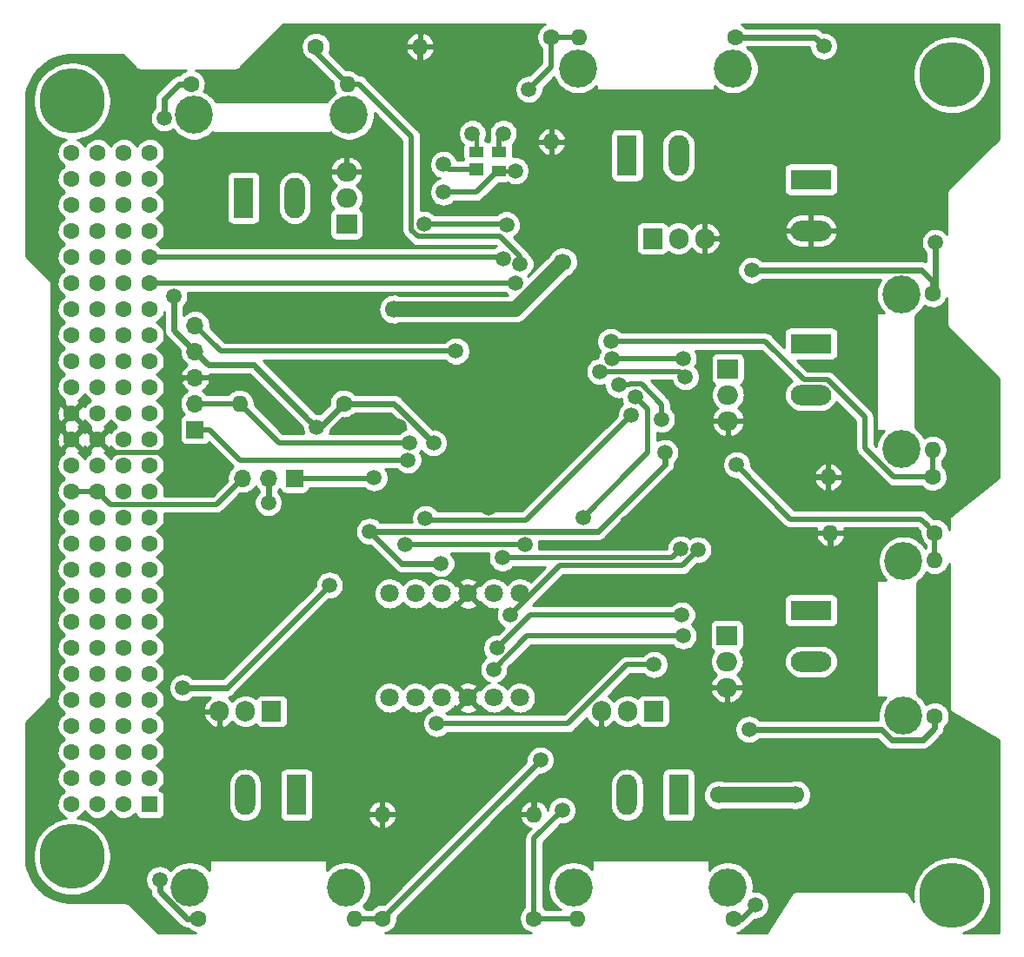
<source format=gbl>
G04 #@! TF.GenerationSoftware,KiCad,Pcbnew,6.0.0-unknown-dc56678~86~ubuntu18.04.1*
G04 #@! TF.CreationDate,2019-06-15T15:52:31-04:00*
G04 #@! TF.ProjectId,DPL,44504c2e-6b69-4636-9164-5f7063625858,rev?*
G04 #@! TF.SameCoordinates,Original*
G04 #@! TF.FileFunction,Copper,L2,Bot*
G04 #@! TF.FilePolarity,Positive*
%FSLAX46Y46*%
G04 Gerber Fmt 4.6, Leading zero omitted, Abs format (unit mm)*
G04 Created by KiCad (PCBNEW 6.0.0-unknown-dc56678~86~ubuntu18.04.1) date 2019-06-15 15:52:31*
%MOMM*%
%LPD*%
G04 APERTURE LIST*
%ADD10O,1.700000X1.700000*%
%ADD11R,1.700000X1.700000*%
%ADD12O,2.000000X1.905000*%
%ADD13R,2.000000X1.905000*%
%ADD14O,1.600000X1.600000*%
%ADD15C,1.600000*%
%ADD16C,6.350000*%
%ADD17R,1.600000X1.600000*%
%ADD18C,1.800000*%
%ADD19O,3.960000X1.980000*%
%ADD20R,3.960000X1.980000*%
%ADD21O,1.980000X3.960000*%
%ADD22R,1.980000X3.960000*%
%ADD23R,1.400000X1.000000*%
%ADD24R,1.400000X1.200000*%
%ADD25O,1.905000X2.000000*%
%ADD26R,1.905000X2.000000*%
%ADD27C,1.500000*%
%ADD28C,3.700000*%
%ADD29C,1.700000*%
%ADD30C,0.550000*%
%ADD31C,0.450000*%
%ADD32C,0.600000*%
%ADD33C,0.500000*%
%ADD34C,1.500000*%
%ADD35C,0.254000*%
G04 APERTURE END LIST*
D10*
X92000000Y-77220000D03*
X92000000Y-79760000D03*
X92000000Y-82300000D03*
X92000000Y-84840000D03*
D11*
X92000000Y-87380000D03*
D12*
X106750000Y-62270000D03*
X106750000Y-64810000D03*
D13*
X106750000Y-67350000D03*
D14*
X110250000Y-124890000D03*
D15*
X110250000Y-135050000D03*
D16*
X165735000Y-52805000D03*
X165735000Y-132815000D03*
D15*
X82525000Y-123925000D03*
X79985000Y-123925000D03*
X82525000Y-121385000D03*
X79985000Y-121385000D03*
X82525000Y-118845000D03*
X79985000Y-118845000D03*
X82525000Y-116305000D03*
X79985000Y-116305000D03*
X82525000Y-113765000D03*
X79985000Y-113765000D03*
X82525000Y-111225000D03*
X79985000Y-111225000D03*
X82525000Y-108685000D03*
X79985000Y-108685000D03*
X82525000Y-106145000D03*
X79985000Y-106145000D03*
X82525000Y-103605000D03*
X79985000Y-103605000D03*
X82525000Y-101065000D03*
X79985000Y-101065000D03*
X82525000Y-98525000D03*
X79985000Y-98525000D03*
X82525000Y-95985000D03*
X79985000Y-95985000D03*
X82525000Y-93445000D03*
X79985000Y-93445000D03*
X82525000Y-90905000D03*
X79985000Y-90905000D03*
X82525000Y-88365000D03*
X79985000Y-88365000D03*
X82525000Y-85825000D03*
X79985000Y-85825000D03*
X82525000Y-83285000D03*
X79985000Y-83285000D03*
X82525000Y-80745000D03*
X79985000Y-80745000D03*
X82525000Y-78205000D03*
X79985000Y-78205000D03*
X82525000Y-75665000D03*
X79985000Y-75665000D03*
X82525000Y-73125000D03*
X79985000Y-73125000D03*
X82525000Y-70585000D03*
X79985000Y-70585000D03*
X82525000Y-68045000D03*
X79985000Y-68045000D03*
X82525000Y-65505000D03*
X79985000Y-65505000D03*
X82525000Y-62965000D03*
X79985000Y-62965000D03*
X82525000Y-60425000D03*
X79985000Y-60425000D03*
D17*
X87605000Y-123925000D03*
D15*
X85065000Y-123925000D03*
X87605000Y-121385000D03*
X85065000Y-121385000D03*
X87605000Y-118845000D03*
X85065000Y-118845000D03*
X87605000Y-116305000D03*
X85065000Y-116305000D03*
X87605000Y-113765000D03*
X85065000Y-113765000D03*
X87605000Y-111225000D03*
X85065000Y-111225000D03*
X87605000Y-108685000D03*
X85065000Y-108685000D03*
X87605000Y-106145000D03*
X85065000Y-106145000D03*
X87605000Y-103605000D03*
X85065000Y-103605000D03*
X87605000Y-101065000D03*
X85065000Y-101065000D03*
X87605000Y-98525000D03*
X85065000Y-98525000D03*
X87605000Y-95985000D03*
X85065000Y-95985000D03*
X87605000Y-93445000D03*
X85065000Y-93445000D03*
X87605000Y-90905000D03*
X85065000Y-90905000D03*
X87605000Y-88365000D03*
X85065000Y-88365000D03*
X87605000Y-85825000D03*
X85065000Y-85825000D03*
X87605000Y-83285000D03*
X85065000Y-83285000D03*
X87605000Y-80745000D03*
X85065000Y-80745000D03*
X87605000Y-78205000D03*
X85065000Y-78205000D03*
X87605000Y-75665000D03*
X85065000Y-75665000D03*
X87605000Y-73125000D03*
X85065000Y-73125000D03*
X87605000Y-70585000D03*
X85065000Y-70585000D03*
X87605000Y-68045000D03*
X85065000Y-68045000D03*
X87605000Y-65505000D03*
X85065000Y-65505000D03*
X87605000Y-62965000D03*
X85065000Y-62965000D03*
X87605000Y-60425000D03*
X85065000Y-60425000D03*
D16*
X80005000Y-55345000D03*
X80005000Y-129005000D03*
D18*
X123650000Y-103370000D03*
X121110000Y-103370000D03*
X118570000Y-103370000D03*
X116030000Y-103370000D03*
X113490000Y-103370000D03*
X110950000Y-103370000D03*
X110950000Y-113530000D03*
X113490000Y-113530000D03*
X116030000Y-113530000D03*
X118570000Y-113530000D03*
X121110000Y-113530000D03*
X123650000Y-113530000D03*
D19*
X152000000Y-68000000D03*
D20*
X152000000Y-63000000D03*
D21*
X134090000Y-123000000D03*
D22*
X139090000Y-123000000D03*
D10*
X96620000Y-92150000D03*
X99160000Y-92150000D03*
D11*
X101700000Y-92150000D03*
D14*
X106840000Y-53700000D03*
D15*
X91600000Y-53700000D03*
D14*
X129360000Y-49150000D03*
D15*
X144600000Y-49150000D03*
D14*
X163850000Y-89340000D03*
D15*
X163850000Y-74100000D03*
D14*
X164050000Y-100110000D03*
D15*
X164050000Y-115350000D03*
D14*
X129260000Y-135050000D03*
D15*
X144500000Y-135050000D03*
D14*
X107590000Y-135050000D03*
D15*
X92350000Y-135050000D03*
D23*
X121625000Y-62200000D03*
X121625000Y-60300000D03*
X119425000Y-60300000D03*
D24*
X119425000Y-62020000D03*
D14*
X113910000Y-50050000D03*
D15*
X103750000Y-50050000D03*
D14*
X126700000Y-59310000D03*
D15*
X126700000Y-49150000D03*
D14*
X153690000Y-92000000D03*
D15*
X163850000Y-92000000D03*
D14*
X153890000Y-97450000D03*
D15*
X164050000Y-97450000D03*
D14*
X125000000Y-124890000D03*
D15*
X125000000Y-135050000D03*
D14*
X96340000Y-84840000D03*
D15*
X106500000Y-84840000D03*
D25*
X141630000Y-68750000D03*
X139090000Y-68750000D03*
D26*
X136550000Y-68750000D03*
D12*
X143900000Y-86530000D03*
X143900000Y-83990000D03*
D13*
X143900000Y-81450000D03*
D12*
X143800000Y-112530000D03*
X143800000Y-109990000D03*
D13*
X143800000Y-107450000D03*
D25*
X131570000Y-114850000D03*
X134110000Y-114850000D03*
D26*
X136650000Y-114850000D03*
D25*
X94370000Y-114850000D03*
X96910000Y-114850000D03*
D26*
X99450000Y-114850000D03*
D21*
X101700000Y-64800000D03*
D22*
X96700000Y-64800000D03*
D21*
X139090000Y-60650000D03*
D22*
X134090000Y-60650000D03*
D19*
X152000000Y-84000000D03*
D20*
X152000000Y-79000000D03*
D19*
X152000000Y-110000000D03*
D20*
X152000000Y-105000000D03*
D21*
X96890000Y-123000000D03*
D22*
X101890000Y-123000000D03*
D27*
X117854333Y-56254333D03*
X116200001Y-61550000D03*
X122025000Y-58508135D03*
X119001235Y-58508135D03*
X122350000Y-67400000D03*
X123650000Y-71250000D03*
X122025000Y-70700000D03*
X129800000Y-95950000D03*
X145950000Y-116600000D03*
X89000000Y-57000000D03*
X164100000Y-69150000D03*
X88550000Y-131250000D03*
X109000000Y-97300000D03*
X137787909Y-89621997D03*
X89950000Y-74350000D03*
X90800000Y-112550000D03*
X103850000Y-87200000D03*
X115229643Y-88679440D03*
D28*
X91500000Y-132000000D03*
D27*
X134890929Y-84177525D03*
X127750000Y-124500000D03*
X125500000Y-122750000D03*
D28*
X128850000Y-132000000D03*
X143900000Y-132000000D03*
D27*
X134150000Y-96500000D03*
X113700000Y-82150000D03*
X129900000Y-86350000D03*
X107250000Y-95900000D03*
X103850000Y-100800000D03*
X125650000Y-119600000D03*
X146550000Y-114400000D03*
X131550000Y-110550000D03*
X144744514Y-90836076D03*
X139762919Y-82248837D03*
X131433759Y-81710924D03*
X146400000Y-88400000D03*
X124500000Y-54200000D03*
X114300000Y-67350000D03*
X123200000Y-73100000D03*
X112730844Y-90341565D03*
X112900000Y-88650000D03*
X120550000Y-95000000D03*
X120500000Y-93200000D03*
X111891218Y-87108782D03*
X113550000Y-83950000D03*
X117400000Y-79750000D03*
X143650000Y-66000000D03*
X153900000Y-99750000D03*
X107900000Y-124850000D03*
X94350000Y-110600000D03*
X113900000Y-52550000D03*
X99150000Y-94500000D03*
D28*
X160800000Y-89300000D03*
X160800000Y-74200000D03*
X161000000Y-115300000D03*
X161000000Y-100200000D03*
X106700000Y-132000000D03*
X91900000Y-56700000D03*
X107000000Y-56700000D03*
X144400000Y-52200000D03*
X129300000Y-52200000D03*
D27*
X136700000Y-110300000D03*
X115550000Y-116050000D03*
X139550000Y-107500000D03*
X121100000Y-110750000D03*
X124150000Y-98550000D03*
X112500000Y-98550000D03*
X134500000Y-85950000D03*
X114450000Y-96050000D03*
X115950000Y-100450000D03*
X139300000Y-99050000D03*
X121950000Y-99900000D03*
X139400000Y-105450000D03*
X121408794Y-108708794D03*
X122700000Y-105450000D03*
X140998919Y-99110675D03*
X139550000Y-80450000D03*
X132613038Y-80485924D03*
X133250000Y-83025000D03*
X137437077Y-86362941D03*
X132492176Y-78790224D03*
X146225001Y-71849999D03*
X118550000Y-100450000D03*
X118550000Y-117750000D03*
X123200000Y-62150000D03*
X146550000Y-133750000D03*
X153240000Y-50010000D03*
X116200000Y-64250000D03*
D15*
X90100000Y-90500000D03*
D27*
X149150000Y-92000000D03*
D29*
X111350000Y-75650000D03*
X127800000Y-71050000D03*
X150500000Y-123000000D03*
X143000000Y-123000000D03*
D27*
X107900000Y-129050000D03*
X157300000Y-75000000D03*
X150200000Y-73450000D03*
X154400000Y-94450000D03*
X110250000Y-58800000D03*
X95600000Y-77650000D03*
X94750000Y-83050000D03*
X89950000Y-83250000D03*
X109450000Y-92100000D03*
X105100001Y-102549999D03*
X143200000Y-116650000D03*
D30*
X119425000Y-62020000D02*
X116670001Y-62020000D01*
X116670001Y-62020000D02*
X116200001Y-61550000D01*
X121625000Y-58900000D02*
X122025000Y-58500000D01*
X121625000Y-60300000D02*
X121625000Y-58900000D01*
D31*
X119425000Y-58931900D02*
X119001235Y-58508135D01*
X119425000Y-60300000D02*
X119425000Y-58931900D01*
D30*
X122300000Y-67350000D02*
X122350000Y-67400000D01*
X114300000Y-67350000D02*
X122300000Y-67350000D01*
X123650000Y-71250000D02*
X123650000Y-70511998D01*
X123650000Y-70511998D02*
X121713003Y-68575001D01*
X121713003Y-68575001D02*
X113711999Y-68575001D01*
X113711999Y-68575001D02*
X113074999Y-67938001D01*
X121910000Y-70585000D02*
X122025000Y-70700000D01*
X87605000Y-70585000D02*
X121910000Y-70585000D01*
X136125001Y-85411597D02*
X136125001Y-89624999D01*
X134890929Y-84177525D02*
X136125001Y-85411597D01*
X134750000Y-91000000D02*
X129800000Y-95950000D01*
X136125001Y-89624999D02*
X134750000Y-91000000D01*
D32*
X145950000Y-116600000D02*
X158821998Y-116600000D01*
X159871999Y-117650001D02*
X162881369Y-117650001D01*
X158821998Y-116600000D02*
X159871999Y-117650001D01*
X162881369Y-117650001D02*
X164050000Y-116481370D01*
X164050000Y-116481370D02*
X164050000Y-115350000D01*
D30*
X106840000Y-53700000D02*
X107971370Y-53700000D01*
X107971370Y-53700000D02*
X113074999Y-58803629D01*
X113074999Y-58803629D02*
X113074999Y-67938001D01*
D32*
X89000000Y-57000000D02*
X89000000Y-55168630D01*
X89000000Y-55168630D02*
X90468630Y-53700000D01*
X90468630Y-53700000D02*
X91600000Y-53700000D01*
X164100000Y-69150000D02*
X164100000Y-73850000D01*
X164100000Y-73850000D02*
X163850000Y-74100000D01*
X146225001Y-71849999D02*
X162731369Y-71849999D01*
X162731369Y-71849999D02*
X163850000Y-72968630D01*
X163850000Y-72968630D02*
X163850000Y-74100000D01*
X91218630Y-135050000D02*
X88550000Y-132381370D01*
X88550000Y-132381370D02*
X88550000Y-131250000D01*
X92350000Y-135050000D02*
X91218630Y-135050000D01*
X103100001Y-86450001D02*
X103850000Y-87200000D01*
X97699999Y-81049999D02*
X103100001Y-86450001D01*
X104140000Y-87200000D02*
X106500000Y-84840000D01*
X131250002Y-97300000D02*
X137787909Y-90762093D01*
X109000000Y-97300000D02*
X131250002Y-97300000D01*
X137787909Y-90762093D02*
X137787909Y-89621997D01*
X95100000Y-112550000D02*
X90800000Y-112550000D01*
X89950000Y-77710000D02*
X89950000Y-74350000D01*
X92000000Y-79760000D02*
X89950000Y-77710000D01*
X111390203Y-84840000D02*
X115229643Y-88679440D01*
X93289999Y-81049999D02*
X97699999Y-81049999D01*
X104004322Y-103645678D02*
X95100000Y-112550000D01*
X92000000Y-79760000D02*
X93289999Y-81049999D01*
X103850000Y-87200000D02*
X104140000Y-87200000D01*
X106500000Y-84840000D02*
X111390203Y-84840000D01*
D30*
X125000000Y-127250000D02*
X127750000Y-124500000D01*
X125000000Y-135050000D02*
X125000000Y-127250000D01*
X125000000Y-123250000D02*
X125500000Y-122750000D01*
X125000000Y-124890000D02*
X125000000Y-123250000D01*
X129260000Y-135050000D02*
X125000000Y-135050000D01*
X153690000Y-92000000D02*
X153690000Y-93740000D01*
X110250000Y-124890000D02*
X110590000Y-124890000D01*
X125650000Y-119650000D02*
X125650000Y-119600000D01*
X110250000Y-135050000D02*
X125650000Y-119650000D01*
X144744514Y-90836076D02*
X150008438Y-96100000D01*
X150008438Y-96100000D02*
X162700000Y-96100000D01*
X162700000Y-96100000D02*
X163250001Y-96650001D01*
X163250001Y-96650001D02*
X164050000Y-97450000D01*
X139225006Y-81710924D02*
X139762919Y-82248837D01*
X131433759Y-81710924D02*
X139225006Y-81710924D01*
X126700000Y-52000000D02*
X124500000Y-54200000D01*
X126700000Y-49150000D02*
X126700000Y-52000000D01*
X129360000Y-49150000D02*
X126700000Y-49150000D01*
X103750000Y-50050000D02*
X103750000Y-50610000D01*
X103750000Y-50610000D02*
X106840000Y-53700000D01*
X123175000Y-73125000D02*
X123200000Y-73100000D01*
X87605000Y-73125000D02*
X123175000Y-73125000D01*
X93400000Y-87380000D02*
X96361565Y-90341565D01*
X92000000Y-87380000D02*
X93400000Y-87380000D01*
X96361565Y-90341565D02*
X112730844Y-90341565D01*
X112900000Y-88650000D02*
X100150000Y-88650000D01*
X100150000Y-88650000D02*
X96340000Y-84840000D01*
X117400000Y-79750000D02*
X94530000Y-79750000D01*
X94530000Y-79750000D02*
X92000000Y-77220000D01*
X153890000Y-99740000D02*
X153900000Y-99750000D01*
X153890000Y-97450000D02*
X153890000Y-99740000D01*
X107940000Y-124890000D02*
X107900000Y-124850000D01*
X110250000Y-124890000D02*
X107940000Y-124890000D01*
X113910000Y-52540000D02*
X113900000Y-52550000D01*
X113910000Y-50050000D02*
X113910000Y-52540000D01*
X164050000Y-97450000D02*
X164050000Y-100110000D01*
X107590000Y-135050000D02*
X110250000Y-135050000D01*
X92000000Y-84840000D02*
X96340000Y-84840000D01*
D32*
X99160000Y-94490000D02*
X99150000Y-94500000D01*
X99160000Y-92150000D02*
X99160000Y-94490000D01*
D30*
X128303696Y-116050000D02*
X115550000Y-116050000D01*
X136700000Y-110300000D02*
X134053696Y-110300000D01*
X134053696Y-110300000D02*
X128303696Y-116050000D01*
X139550000Y-107500000D02*
X124350000Y-107500000D01*
X124350000Y-107500000D02*
X121100000Y-110750000D01*
X124150000Y-98550000D02*
X112500000Y-98550000D01*
X114625001Y-96225001D02*
X114450000Y-96050000D01*
X134500000Y-85950000D02*
X124224999Y-96225001D01*
X124224999Y-96225001D02*
X114625001Y-96225001D01*
D32*
X109000000Y-97300000D02*
X112150000Y-100450000D01*
X112150000Y-100450000D02*
X115950000Y-100450000D01*
D30*
X139300000Y-99050000D02*
X138450000Y-99900000D01*
X138450000Y-99900000D02*
X121950000Y-99900000D01*
X139400000Y-105450000D02*
X124667588Y-105450000D01*
X124667588Y-105450000D02*
X121408794Y-108708794D01*
X139459584Y-100650010D02*
X140998919Y-99110675D01*
X122700000Y-105450000D02*
X127499990Y-100650010D01*
X127499990Y-100650010D02*
X139459584Y-100650010D01*
X139550000Y-80450000D02*
X132648962Y-80450000D01*
X132648962Y-80450000D02*
X132613038Y-80485924D01*
X134310660Y-83025000D02*
X133250000Y-83025000D01*
X134383136Y-82952524D02*
X134310660Y-83025000D01*
X135452524Y-82952524D02*
X134383136Y-82952524D01*
X137437077Y-84937077D02*
X135452524Y-82952524D01*
X137437077Y-86362941D02*
X137437077Y-84937077D01*
X163850000Y-89340000D02*
X163850000Y-92000000D01*
X147540224Y-78790224D02*
X132492176Y-78790224D01*
X163850000Y-92000000D02*
X160058998Y-92000000D01*
X160058998Y-92000000D02*
X157250000Y-89191002D01*
X157250000Y-89191002D02*
X157250000Y-86188163D01*
X157250000Y-86188163D02*
X153596827Y-82534990D01*
X151284990Y-82534990D02*
X147540224Y-78790224D01*
X153596827Y-82534990D02*
X151284990Y-82534990D01*
D31*
X121675000Y-62150000D02*
X121625000Y-62200000D01*
X123200000Y-62150000D02*
X121675000Y-62150000D01*
X121625000Y-62200000D02*
X121425000Y-62200000D01*
D32*
X145250000Y-135050000D02*
X146550000Y-133750000D01*
X144500000Y-135050000D02*
X145250000Y-135050000D01*
D30*
X89449999Y-89649999D02*
X89450001Y-89650001D01*
D32*
X144600000Y-49150000D02*
X152380000Y-49150000D01*
X152380000Y-49150000D02*
X153240000Y-50010000D01*
D30*
X146550000Y-114400000D02*
X145510000Y-114400000D01*
X119350002Y-64250000D02*
X116200000Y-64250000D01*
X121425000Y-62200000D02*
X119375000Y-64250000D01*
X119375000Y-64250000D02*
X119350002Y-64250000D01*
D33*
X82525000Y-88365000D02*
X83775001Y-89615001D01*
X89215001Y-89615001D02*
X90100000Y-90500000D01*
X83775001Y-89615001D02*
X89215001Y-89615001D01*
X79985000Y-93445000D02*
X82525000Y-93445000D01*
X95770001Y-92999999D02*
X96620000Y-92150000D01*
X94074999Y-94695001D02*
X95770001Y-92999999D01*
X83775001Y-94695001D02*
X94074999Y-94695001D01*
X82525000Y-93445000D02*
X83775001Y-94695001D01*
X153690000Y-92000000D02*
X149150000Y-92000000D01*
D34*
X111350000Y-75650000D02*
X123200000Y-75650000D01*
X123200000Y-75650000D02*
X127800000Y-71050000D01*
X150500000Y-123000000D02*
X143000000Y-123000000D01*
D33*
X107900000Y-124850000D02*
X107900000Y-129050000D01*
X156000000Y-73700000D02*
X157300000Y-75000000D01*
X155750000Y-73450000D02*
X156000000Y-73700000D01*
X150200000Y-73450000D02*
X155750000Y-73450000D01*
X153690000Y-93740000D02*
X154400000Y-94450000D01*
D30*
X92000000Y-82300000D02*
X94000000Y-82300000D01*
X94000000Y-82300000D02*
X94750000Y-83050000D01*
D33*
X90900000Y-82300000D02*
X89950000Y-83250000D01*
X92000000Y-82300000D02*
X90900000Y-82300000D01*
D30*
X109400000Y-92150000D02*
X109450000Y-92100000D01*
X101700000Y-92150000D02*
X109400000Y-92150000D01*
D32*
X104004322Y-103645678D02*
X105100001Y-102549999D01*
D33*
X145510000Y-114400000D02*
X145450000Y-114400000D01*
X145450000Y-114400000D02*
X143200000Y-116650000D01*
D35*
G36*
X126035120Y-47872777D02*
G01*
X125835444Y-47998520D01*
X125658987Y-48155186D01*
X125510486Y-48338569D01*
X125393931Y-48543743D01*
X125312451Y-48765199D01*
X125268235Y-48996988D01*
X125262470Y-49232887D01*
X125295310Y-49466561D01*
X125365875Y-49691732D01*
X125472268Y-49902355D01*
X125611633Y-50092773D01*
X125780227Y-50257872D01*
X125790000Y-50264715D01*
X125790001Y-51623065D01*
X124595642Y-52817424D01*
X124500000Y-52807372D01*
X124210456Y-52837804D01*
X123933567Y-52927771D01*
X123681434Y-53073340D01*
X123465076Y-53268150D01*
X123293949Y-53503686D01*
X123175532Y-53769654D01*
X123115001Y-54054431D01*
X123115001Y-54345569D01*
X123175532Y-54630346D01*
X123293949Y-54896314D01*
X123465076Y-55131850D01*
X123681434Y-55326660D01*
X123933567Y-55472229D01*
X124210456Y-55562196D01*
X124500000Y-55592628D01*
X124789544Y-55562196D01*
X125066433Y-55472229D01*
X125318566Y-55326660D01*
X125534924Y-55131850D01*
X125706051Y-54896314D01*
X125824468Y-54630346D01*
X125884999Y-54345569D01*
X125884999Y-54101934D01*
X126956832Y-53030101D01*
X126997060Y-53153909D01*
X127174638Y-53502424D01*
X127404548Y-53818869D01*
X127681131Y-54095452D01*
X127997576Y-54325362D01*
X128346091Y-54502940D01*
X128718094Y-54623811D01*
X129104426Y-54685000D01*
X129495574Y-54685000D01*
X129881906Y-54623811D01*
X130253909Y-54502940D01*
X130602424Y-54325362D01*
X130918869Y-54095452D01*
X131123000Y-53891321D01*
X131123000Y-54200000D01*
X131134477Y-54252758D01*
X131181339Y-54306839D01*
X131250000Y-54327000D01*
X142450000Y-54327000D01*
X142502758Y-54315523D01*
X142556839Y-54268661D01*
X142577000Y-54200000D01*
X142577000Y-53891321D01*
X142781131Y-54095452D01*
X143097576Y-54325362D01*
X143446091Y-54502940D01*
X143818094Y-54623811D01*
X144204426Y-54685000D01*
X144595574Y-54685000D01*
X144981906Y-54623811D01*
X145353909Y-54502940D01*
X145702424Y-54325362D01*
X146018869Y-54095452D01*
X146295452Y-53818869D01*
X146525362Y-53502424D01*
X146702940Y-53153909D01*
X146818470Y-52798341D01*
X161919948Y-52798341D01*
X161939472Y-53190536D01*
X161999208Y-53578645D01*
X162098522Y-53958559D01*
X162236363Y-54326251D01*
X162411269Y-54677826D01*
X162621388Y-55009560D01*
X162864493Y-55317938D01*
X163138010Y-55599694D01*
X163439041Y-55851841D01*
X163764395Y-56071709D01*
X164110627Y-56256968D01*
X164474068Y-56405655D01*
X164850868Y-56516196D01*
X165237035Y-56587420D01*
X165628477Y-56618571D01*
X166021048Y-56609319D01*
X166410589Y-56559763D01*
X166792971Y-56470428D01*
X167164146Y-56342260D01*
X167520179Y-56176617D01*
X167857300Y-55975254D01*
X168171936Y-55740304D01*
X168460755Y-55474256D01*
X168720696Y-55179929D01*
X168949005Y-54860442D01*
X169143264Y-54519178D01*
X169301414Y-54159754D01*
X169421781Y-53785977D01*
X169503088Y-53401807D01*
X169544475Y-53011314D01*
X169545172Y-52611985D01*
X169505149Y-52221350D01*
X169425183Y-51836899D01*
X169306121Y-51462704D01*
X169149226Y-51102729D01*
X168956160Y-50760790D01*
X168728967Y-50440507D01*
X168470056Y-50145275D01*
X168182168Y-49878220D01*
X167868353Y-49642174D01*
X167531938Y-49439635D01*
X167176485Y-49272750D01*
X166805760Y-49143287D01*
X166423691Y-49052618D01*
X166034326Y-49001703D01*
X165641790Y-48991081D01*
X165250241Y-49020865D01*
X164863828Y-49090740D01*
X164486645Y-49199965D01*
X164122687Y-49347383D01*
X163775810Y-49531433D01*
X163449690Y-49750163D01*
X163147782Y-50001258D01*
X162873283Y-50282057D01*
X162629102Y-50589585D01*
X162417826Y-50920583D01*
X162241694Y-51271546D01*
X162102571Y-51638755D01*
X162001931Y-52018319D01*
X161940841Y-52406218D01*
X161919948Y-52798341D01*
X146818470Y-52798341D01*
X146823811Y-52781906D01*
X146885000Y-52395574D01*
X146885000Y-52004426D01*
X146823811Y-51618094D01*
X146702940Y-51246091D01*
X146525362Y-50897576D01*
X146295452Y-50581131D01*
X146018869Y-50304548D01*
X145716686Y-50085000D01*
X151855001Y-50085000D01*
X151855001Y-50155569D01*
X151915532Y-50440346D01*
X152033949Y-50706314D01*
X152205076Y-50941850D01*
X152421434Y-51136660D01*
X152673567Y-51282229D01*
X152950456Y-51372196D01*
X153240000Y-51402628D01*
X153529544Y-51372196D01*
X153806433Y-51282229D01*
X154058566Y-51136660D01*
X154274924Y-50941850D01*
X154446051Y-50706314D01*
X154564468Y-50440346D01*
X154624999Y-50155569D01*
X154624999Y-49864431D01*
X154564468Y-49579654D01*
X154446051Y-49313686D01*
X154274924Y-49078150D01*
X154058566Y-48883340D01*
X153806433Y-48737771D01*
X153529544Y-48647804D01*
X153240000Y-48617372D01*
X153176350Y-48624062D01*
X153114138Y-48561850D01*
X153106156Y-48549272D01*
X153030736Y-48478448D01*
X152999550Y-48447262D01*
X152987918Y-48438239D01*
X152933947Y-48387557D01*
X152894920Y-48366102D01*
X152859736Y-48338810D01*
X152791800Y-48309412D01*
X152726932Y-48273750D01*
X152695564Y-48267766D01*
X152642929Y-48244989D01*
X152409603Y-48208035D01*
X152335919Y-48215000D01*
X145691256Y-48215000D01*
X145665008Y-48180917D01*
X145492431Y-48019986D01*
X145295887Y-47889403D01*
X145230462Y-47860000D01*
X170280000Y-47860000D01*
X170280001Y-59012341D01*
X165465291Y-63836586D01*
X165457019Y-63841836D01*
X165408721Y-63893268D01*
X165387327Y-63914705D01*
X165381395Y-63922368D01*
X165347192Y-63958791D01*
X165332468Y-63985573D01*
X165313764Y-64009736D01*
X165293969Y-64055602D01*
X165269900Y-64099384D01*
X165265801Y-64120870D01*
X165250191Y-64157041D01*
X165225251Y-64315530D01*
X165230000Y-64365245D01*
X165230000Y-68349011D01*
X165134924Y-68218150D01*
X164918566Y-68023340D01*
X164666433Y-67877771D01*
X164389544Y-67787804D01*
X164100000Y-67757372D01*
X163810456Y-67787804D01*
X163533567Y-67877771D01*
X163281434Y-68023340D01*
X163065076Y-68218150D01*
X162893949Y-68453686D01*
X162775532Y-68719654D01*
X162715001Y-69004431D01*
X162715001Y-69295569D01*
X162775532Y-69580346D01*
X162893949Y-69846314D01*
X163065076Y-70081850D01*
X163165000Y-70171822D01*
X163165000Y-71018858D01*
X163143169Y-71009411D01*
X163078301Y-70973749D01*
X163046933Y-70967765D01*
X162994298Y-70944988D01*
X162760972Y-70908034D01*
X162687288Y-70914999D01*
X147256427Y-70914999D01*
X147043567Y-70723339D01*
X146791434Y-70577770D01*
X146514545Y-70487803D01*
X146225001Y-70457371D01*
X145935457Y-70487803D01*
X145658568Y-70577770D01*
X145406435Y-70723339D01*
X145190077Y-70918149D01*
X145018950Y-71153685D01*
X144900533Y-71419653D01*
X144840002Y-71704430D01*
X144840002Y-71995568D01*
X144900533Y-72280345D01*
X145018950Y-72546313D01*
X145190077Y-72781849D01*
X145406435Y-72976659D01*
X145658568Y-73122228D01*
X145935457Y-73212195D01*
X146225001Y-73242627D01*
X146514545Y-73212195D01*
X146791434Y-73122228D01*
X147043567Y-72976659D01*
X147256427Y-72784999D01*
X158756430Y-72784999D01*
X158674638Y-72897576D01*
X158497060Y-73246091D01*
X158376189Y-73618094D01*
X158315000Y-74004426D01*
X158315000Y-74395574D01*
X158376189Y-74781906D01*
X158497060Y-75153909D01*
X158674638Y-75502424D01*
X158904548Y-75818869D01*
X159108679Y-76023000D01*
X158450000Y-76023000D01*
X158397242Y-76034477D01*
X158343161Y-76081339D01*
X158323000Y-76150000D01*
X158323000Y-87350000D01*
X158334477Y-87402758D01*
X158381339Y-87456839D01*
X158450000Y-87477000D01*
X159108679Y-87477000D01*
X158904548Y-87681131D01*
X158674638Y-87997576D01*
X158497060Y-88346091D01*
X158376189Y-88718094D01*
X158333507Y-88987576D01*
X158160000Y-88814069D01*
X158160000Y-86247797D01*
X158167851Y-86188163D01*
X158160000Y-86128529D01*
X158160000Y-86128521D01*
X158136577Y-85950605D01*
X158044883Y-85729237D01*
X158000954Y-85671988D01*
X157935640Y-85586869D01*
X157935639Y-85586868D01*
X157899019Y-85539144D01*
X157851295Y-85502524D01*
X154282469Y-81933699D01*
X154245846Y-81885971D01*
X154055753Y-81740107D01*
X153834385Y-81648413D01*
X153656469Y-81624990D01*
X153656461Y-81624990D01*
X153596827Y-81617139D01*
X153537193Y-81624990D01*
X151661924Y-81624990D01*
X150669849Y-80632915D01*
X153980000Y-80632915D01*
X154178672Y-80601449D01*
X154357896Y-80510129D01*
X154500129Y-80367896D01*
X154591449Y-80188672D01*
X154622915Y-79990000D01*
X154622915Y-78010000D01*
X154591449Y-77811328D01*
X154500129Y-77632104D01*
X154357896Y-77489871D01*
X154178672Y-77398551D01*
X153980000Y-77367085D01*
X150020000Y-77367085D01*
X149821328Y-77398551D01*
X149642104Y-77489871D01*
X149499871Y-77632104D01*
X149408551Y-77811328D01*
X149377085Y-78010000D01*
X149377085Y-79340152D01*
X148225866Y-78188933D01*
X148189243Y-78141205D01*
X147999150Y-77995341D01*
X147777782Y-77903647D01*
X147599866Y-77880224D01*
X147599858Y-77880224D01*
X147540224Y-77872373D01*
X147480590Y-77880224D01*
X133542975Y-77880224D01*
X133527100Y-77858374D01*
X133310742Y-77663564D01*
X133058609Y-77517995D01*
X132781720Y-77428028D01*
X132492176Y-77397596D01*
X132202632Y-77428028D01*
X131925743Y-77517995D01*
X131673610Y-77663564D01*
X131457252Y-77858374D01*
X131286125Y-78093910D01*
X131167708Y-78359878D01*
X131107177Y-78644655D01*
X131107177Y-78935793D01*
X131167708Y-79220570D01*
X131286125Y-79486538D01*
X131456653Y-79721250D01*
X131406987Y-79789610D01*
X131288570Y-80055578D01*
X131228134Y-80339908D01*
X131144215Y-80348728D01*
X130867326Y-80438695D01*
X130615193Y-80584264D01*
X130398835Y-80779074D01*
X130227708Y-81014610D01*
X130109291Y-81280578D01*
X130048760Y-81565355D01*
X130048760Y-81856493D01*
X130109291Y-82141270D01*
X130227708Y-82407238D01*
X130398835Y-82642774D01*
X130615193Y-82837584D01*
X130867326Y-82983153D01*
X131144215Y-83073120D01*
X131433759Y-83103552D01*
X131723303Y-83073120D01*
X131865001Y-83027079D01*
X131865001Y-83170569D01*
X131925532Y-83455346D01*
X132043949Y-83721314D01*
X132215076Y-83956850D01*
X132431434Y-84151660D01*
X132683567Y-84297229D01*
X132960456Y-84387196D01*
X133250000Y-84417628D01*
X133519992Y-84389251D01*
X133566461Y-84607871D01*
X133667843Y-84835578D01*
X133465076Y-85018150D01*
X133293949Y-85253686D01*
X133175532Y-85519654D01*
X133115001Y-85804431D01*
X133115001Y-86048065D01*
X123848066Y-95315001D01*
X115627945Y-95315001D01*
X115484924Y-95118150D01*
X115268566Y-94923340D01*
X115016433Y-94777771D01*
X114739544Y-94687804D01*
X114450000Y-94657372D01*
X114160456Y-94687804D01*
X113883567Y-94777771D01*
X113631434Y-94923340D01*
X113415076Y-95118150D01*
X113243949Y-95353686D01*
X113125532Y-95619654D01*
X113065001Y-95904431D01*
X113065001Y-96195569D01*
X113101015Y-96365000D01*
X110031426Y-96365000D01*
X109818566Y-96173340D01*
X109566433Y-96027771D01*
X109289544Y-95937804D01*
X109000000Y-95907372D01*
X108710456Y-95937804D01*
X108433567Y-96027771D01*
X108181434Y-96173340D01*
X107965076Y-96368150D01*
X107793949Y-96603686D01*
X107675532Y-96869654D01*
X107615001Y-97154431D01*
X107615001Y-97445569D01*
X107675532Y-97730346D01*
X107793949Y-97996314D01*
X107965076Y-98231850D01*
X108181434Y-98426660D01*
X108433567Y-98572229D01*
X108710456Y-98662196D01*
X109000000Y-98692628D01*
X109063649Y-98685938D01*
X111415865Y-101038155D01*
X111423844Y-101050728D01*
X111499233Y-101121523D01*
X111530449Y-101152739D01*
X111542092Y-101161770D01*
X111596053Y-101212443D01*
X111635075Y-101233896D01*
X111670263Y-101261190D01*
X111738203Y-101290590D01*
X111803068Y-101326250D01*
X111834434Y-101332233D01*
X111887070Y-101355011D01*
X112120397Y-101391966D01*
X112194089Y-101385000D01*
X114918574Y-101385000D01*
X115131434Y-101576660D01*
X115383567Y-101722229D01*
X115660456Y-101812196D01*
X115908561Y-101838273D01*
X115852998Y-101840213D01*
X115610690Y-101888191D01*
X115379171Y-101974292D01*
X115164396Y-102096302D01*
X114971890Y-102251080D01*
X114806607Y-102434645D01*
X114760651Y-102505955D01*
X114645166Y-102351584D01*
X114467481Y-102179996D01*
X114264647Y-102039023D01*
X114041884Y-101932293D01*
X113804922Y-101862551D01*
X113559859Y-101831592D01*
X113312998Y-101840213D01*
X113070690Y-101888191D01*
X112839171Y-101974292D01*
X112624396Y-102096302D01*
X112431890Y-102251080D01*
X112266607Y-102434645D01*
X112220651Y-102505955D01*
X112105166Y-102351584D01*
X111927481Y-102179996D01*
X111724647Y-102039023D01*
X111501884Y-101932293D01*
X111264922Y-101862551D01*
X111019859Y-101831592D01*
X110772998Y-101840213D01*
X110530690Y-101888191D01*
X110299171Y-101974292D01*
X110084396Y-102096302D01*
X109891890Y-102251080D01*
X109726607Y-102434645D01*
X109592799Y-102642275D01*
X109493908Y-102868627D01*
X109432479Y-103107879D01*
X109410091Y-103353874D01*
X109427322Y-103600283D01*
X109483727Y-103840769D01*
X109577856Y-104069142D01*
X109707287Y-104279529D01*
X109868689Y-104466515D01*
X110057911Y-104625291D01*
X110270084Y-104751772D01*
X110499750Y-104842703D01*
X110740999Y-104895745D01*
X110987625Y-104909533D01*
X111233284Y-104883714D01*
X111471654Y-104818950D01*
X111696603Y-104716908D01*
X111902345Y-104580214D01*
X112083584Y-104412384D01*
X112220897Y-104236632D01*
X112247287Y-104279529D01*
X112408689Y-104466515D01*
X112597911Y-104625291D01*
X112810084Y-104751772D01*
X113039750Y-104842703D01*
X113280999Y-104895745D01*
X113527625Y-104909533D01*
X113773284Y-104883714D01*
X114011654Y-104818950D01*
X114236603Y-104716908D01*
X114442345Y-104580214D01*
X114623584Y-104412384D01*
X114760897Y-104236632D01*
X114787287Y-104279529D01*
X114948689Y-104466515D01*
X115137911Y-104625291D01*
X115350084Y-104751772D01*
X115579750Y-104842703D01*
X115820999Y-104895745D01*
X116067625Y-104909533D01*
X116313284Y-104883714D01*
X116551654Y-104818950D01*
X116776603Y-104716908D01*
X116982345Y-104580214D01*
X117142020Y-104432352D01*
X117687253Y-104432352D01*
X117770643Y-104686286D01*
X117992142Y-104797467D01*
X118228607Y-104871676D01*
X118473913Y-104906993D01*
X118721709Y-104902503D01*
X118965575Y-104858323D01*
X119199196Y-104775594D01*
X119369357Y-104686286D01*
X119452747Y-104432352D01*
X118570000Y-103549605D01*
X117687253Y-104432352D01*
X117142020Y-104432352D01*
X117163584Y-104412384D01*
X117315660Y-104217736D01*
X117328716Y-104193987D01*
X117507648Y-104252747D01*
X118390395Y-103370000D01*
X117507648Y-102487253D01*
X117330243Y-102545512D01*
X117185166Y-102351584D01*
X117139669Y-102307648D01*
X117687253Y-102307648D01*
X118570000Y-103190395D01*
X119452747Y-102307648D01*
X119369357Y-102053714D01*
X119147858Y-101942533D01*
X118911393Y-101868324D01*
X118666087Y-101833007D01*
X118418291Y-101837497D01*
X118174425Y-101881677D01*
X117940804Y-101964406D01*
X117770643Y-102053714D01*
X117687253Y-102307648D01*
X117139669Y-102307648D01*
X117007481Y-102179996D01*
X116804647Y-102039023D01*
X116581884Y-101932293D01*
X116344922Y-101862551D01*
X116099859Y-101831592D01*
X116032680Y-101833938D01*
X116239544Y-101812196D01*
X116516433Y-101722229D01*
X116768566Y-101576660D01*
X116984924Y-101381850D01*
X117156051Y-101146314D01*
X117274468Y-100880346D01*
X117334999Y-100595569D01*
X117334999Y-100304431D01*
X117274468Y-100019654D01*
X117156051Y-99753686D01*
X116984924Y-99518150D01*
X116920342Y-99460000D01*
X120629830Y-99460000D01*
X120625532Y-99469654D01*
X120565001Y-99754431D01*
X120565001Y-100045569D01*
X120625532Y-100330346D01*
X120743949Y-100596314D01*
X120915076Y-100831850D01*
X121131434Y-101026660D01*
X121383567Y-101172229D01*
X121660456Y-101262196D01*
X121950000Y-101292628D01*
X122239544Y-101262196D01*
X122516433Y-101172229D01*
X122768566Y-101026660D01*
X122984924Y-100831850D01*
X123000799Y-100810000D01*
X126053066Y-100810000D01*
X124655761Y-102207306D01*
X124627481Y-102179996D01*
X124424647Y-102039023D01*
X124201884Y-101932293D01*
X123964922Y-101862551D01*
X123719859Y-101831592D01*
X123472998Y-101840213D01*
X123230690Y-101888191D01*
X122999171Y-101974292D01*
X122784396Y-102096302D01*
X122591890Y-102251080D01*
X122426607Y-102434645D01*
X122380651Y-102505955D01*
X122265166Y-102351584D01*
X122087481Y-102179996D01*
X121884647Y-102039023D01*
X121661884Y-101932293D01*
X121424922Y-101862551D01*
X121179859Y-101831592D01*
X120932998Y-101840213D01*
X120690690Y-101888191D01*
X120459171Y-101974292D01*
X120244396Y-102096302D01*
X120051890Y-102251080D01*
X119886607Y-102434645D01*
X119814215Y-102546975D01*
X119632352Y-102487253D01*
X118749605Y-103370000D01*
X119632352Y-104252747D01*
X119814094Y-104193064D01*
X119867287Y-104279529D01*
X120028689Y-104466515D01*
X120217911Y-104625291D01*
X120430084Y-104751772D01*
X120659750Y-104842703D01*
X120900999Y-104895745D01*
X121147625Y-104909533D01*
X121393284Y-104883714D01*
X121441943Y-104870494D01*
X121375532Y-105019654D01*
X121315001Y-105304431D01*
X121315001Y-105595569D01*
X121375532Y-105880346D01*
X121493949Y-106146314D01*
X121665076Y-106381850D01*
X121881434Y-106576660D01*
X122117628Y-106713027D01*
X121504436Y-107326218D01*
X121408794Y-107316166D01*
X121119250Y-107346598D01*
X120842361Y-107436565D01*
X120590228Y-107582134D01*
X120373870Y-107776944D01*
X120202743Y-108012480D01*
X120084326Y-108278448D01*
X120023795Y-108563225D01*
X120023795Y-108854363D01*
X120084326Y-109139140D01*
X120202743Y-109405108D01*
X120337697Y-109590856D01*
X120281434Y-109623340D01*
X120065076Y-109818150D01*
X119893949Y-110053686D01*
X119775532Y-110319654D01*
X119715001Y-110604431D01*
X119715001Y-110895569D01*
X119775532Y-111180346D01*
X119893949Y-111446314D01*
X120065076Y-111681850D01*
X120281434Y-111876660D01*
X120533567Y-112022229D01*
X120654683Y-112061582D01*
X120459171Y-112134292D01*
X120244396Y-112256302D01*
X120051890Y-112411080D01*
X119886607Y-112594645D01*
X119814215Y-112706975D01*
X119632352Y-112647253D01*
X118749605Y-113530000D01*
X119632352Y-114412747D01*
X119814094Y-114353064D01*
X119867287Y-114439529D01*
X120028689Y-114626515D01*
X120217911Y-114785291D01*
X120430084Y-114911772D01*
X120659750Y-115002703D01*
X120900999Y-115055745D01*
X121147625Y-115069533D01*
X121393284Y-115043714D01*
X121631654Y-114978950D01*
X121856603Y-114876908D01*
X122062345Y-114740214D01*
X122243584Y-114572384D01*
X122380897Y-114396632D01*
X122407287Y-114439529D01*
X122568689Y-114626515D01*
X122757911Y-114785291D01*
X122970084Y-114911772D01*
X123199750Y-115002703D01*
X123440999Y-115055745D01*
X123687625Y-115069533D01*
X123933284Y-115043714D01*
X124171654Y-114978950D01*
X124396603Y-114876908D01*
X124602345Y-114740214D01*
X124783584Y-114572384D01*
X124935660Y-114377736D01*
X125054659Y-114161279D01*
X125137519Y-113928580D01*
X125182109Y-113685626D01*
X125185032Y-113406494D01*
X125145540Y-113162660D01*
X125067571Y-112928277D01*
X124953132Y-112709374D01*
X124805166Y-112511584D01*
X124627481Y-112339996D01*
X124424647Y-112199023D01*
X124201884Y-112092293D01*
X123964922Y-112022551D01*
X123719859Y-111991592D01*
X123472998Y-112000213D01*
X123230690Y-112048191D01*
X122999171Y-112134292D01*
X122784396Y-112256302D01*
X122591890Y-112411080D01*
X122426607Y-112594645D01*
X122380651Y-112665955D01*
X122265166Y-112511584D01*
X122087481Y-112339996D01*
X121884647Y-112199023D01*
X121661884Y-112092293D01*
X121551125Y-112059695D01*
X121666433Y-112022229D01*
X121918566Y-111876660D01*
X122134924Y-111681850D01*
X122306051Y-111446314D01*
X122424468Y-111180346D01*
X122484999Y-110895569D01*
X122484999Y-110651934D01*
X124726934Y-108410000D01*
X138499201Y-108410000D01*
X138515076Y-108431850D01*
X138731434Y-108626660D01*
X138983567Y-108772229D01*
X139260456Y-108862196D01*
X139550000Y-108892628D01*
X139839544Y-108862196D01*
X140116433Y-108772229D01*
X140368566Y-108626660D01*
X140584924Y-108431850D01*
X140756051Y-108196314D01*
X140874468Y-107930346D01*
X140934999Y-107645569D01*
X140934999Y-107354431D01*
X140874468Y-107069654D01*
X140756051Y-106803686D01*
X140584924Y-106568150D01*
X140506460Y-106497500D01*
X142157085Y-106497500D01*
X142157085Y-108402500D01*
X142188551Y-108601172D01*
X142279871Y-108780396D01*
X142422104Y-108922629D01*
X142529629Y-108977416D01*
X142464215Y-109054006D01*
X142333654Y-109267062D01*
X142238030Y-109497919D01*
X142179697Y-109740893D01*
X142160092Y-109990000D01*
X142179697Y-110239107D01*
X142238030Y-110482081D01*
X142333654Y-110712938D01*
X142464215Y-110925994D01*
X142626498Y-111116002D01*
X142800878Y-111264937D01*
X142756945Y-111294988D01*
X142576003Y-111465932D01*
X142424031Y-111663077D01*
X142304770Y-111881569D01*
X142221157Y-112116027D01*
X142209437Y-112157020D01*
X142329406Y-112403000D01*
X143673000Y-112403000D01*
X143673000Y-112383000D01*
X143927000Y-112383000D01*
X143927000Y-112403000D01*
X145270594Y-112403000D01*
X145390563Y-112157020D01*
X145378843Y-112116027D01*
X145295230Y-111881569D01*
X145175969Y-111663077D01*
X145023997Y-111465932D01*
X144843055Y-111294988D01*
X144799122Y-111264937D01*
X144973502Y-111116002D01*
X145135785Y-110925994D01*
X145266346Y-110712938D01*
X145361970Y-110482081D01*
X145420303Y-110239107D01*
X145439120Y-110000000D01*
X149379976Y-110000000D01*
X149400044Y-110254992D01*
X149459755Y-110503705D01*
X149557638Y-110740015D01*
X149691283Y-110958104D01*
X149857399Y-111152601D01*
X150051896Y-111318717D01*
X150269985Y-111452362D01*
X150506295Y-111550245D01*
X150755008Y-111609956D01*
X150946163Y-111625000D01*
X153053837Y-111625000D01*
X153244992Y-111609956D01*
X153493705Y-111550245D01*
X153730015Y-111452362D01*
X153948104Y-111318717D01*
X154142601Y-111152601D01*
X154308717Y-110958104D01*
X154442362Y-110740015D01*
X154540245Y-110503705D01*
X154599956Y-110254992D01*
X154620024Y-110000000D01*
X154599956Y-109745008D01*
X154540245Y-109496295D01*
X154442362Y-109259985D01*
X154308717Y-109041896D01*
X154142601Y-108847399D01*
X153948104Y-108681283D01*
X153730015Y-108547638D01*
X153493705Y-108449755D01*
X153244992Y-108390044D01*
X153053837Y-108375000D01*
X150946163Y-108375000D01*
X150755008Y-108390044D01*
X150506295Y-108449755D01*
X150269985Y-108547638D01*
X150051896Y-108681283D01*
X149857399Y-108847399D01*
X149691283Y-109041896D01*
X149557638Y-109259985D01*
X149459755Y-109496295D01*
X149400044Y-109745008D01*
X149379976Y-110000000D01*
X145439120Y-110000000D01*
X145439908Y-109990000D01*
X145420303Y-109740893D01*
X145361970Y-109497919D01*
X145266346Y-109267062D01*
X145135785Y-109054006D01*
X145070371Y-108977416D01*
X145177896Y-108922629D01*
X145320129Y-108780396D01*
X145411449Y-108601172D01*
X145442915Y-108402500D01*
X145442915Y-106497500D01*
X145411449Y-106298828D01*
X145320129Y-106119604D01*
X145177896Y-105977371D01*
X144998672Y-105886051D01*
X144800000Y-105854585D01*
X142800000Y-105854585D01*
X142601328Y-105886051D01*
X142422104Y-105977371D01*
X142279871Y-106119604D01*
X142188551Y-106298828D01*
X142157085Y-106497500D01*
X140506460Y-106497500D01*
X140406471Y-106407470D01*
X140434924Y-106381850D01*
X140606051Y-106146314D01*
X140724468Y-105880346D01*
X140784999Y-105595569D01*
X140784999Y-105304431D01*
X140724468Y-105019654D01*
X140606051Y-104753686D01*
X140434924Y-104518150D01*
X140218566Y-104323340D01*
X139966433Y-104177771D01*
X139689544Y-104087804D01*
X139400000Y-104057372D01*
X139110456Y-104087804D01*
X138833567Y-104177771D01*
X138581434Y-104323340D01*
X138365076Y-104518150D01*
X138349201Y-104540000D01*
X124896933Y-104540000D01*
X125426933Y-104010000D01*
X149377085Y-104010000D01*
X149377085Y-105990000D01*
X149408551Y-106188672D01*
X149499871Y-106367896D01*
X149642104Y-106510129D01*
X149821328Y-106601449D01*
X150020000Y-106632915D01*
X153980000Y-106632915D01*
X154178672Y-106601449D01*
X154357896Y-106510129D01*
X154500129Y-106367896D01*
X154591449Y-106188672D01*
X154622915Y-105990000D01*
X154622915Y-104010000D01*
X154591449Y-103811328D01*
X154500129Y-103632104D01*
X154357896Y-103489871D01*
X154178672Y-103398551D01*
X153980000Y-103367085D01*
X150020000Y-103367085D01*
X149821328Y-103398551D01*
X149642104Y-103489871D01*
X149499871Y-103632104D01*
X149408551Y-103811328D01*
X149377085Y-104010000D01*
X125426933Y-104010000D01*
X127876924Y-101560010D01*
X139399950Y-101560010D01*
X139459584Y-101567861D01*
X139519218Y-101560010D01*
X139519226Y-101560010D01*
X139697142Y-101536587D01*
X139918510Y-101444893D01*
X140108603Y-101299029D01*
X140145226Y-101251301D01*
X140903277Y-100493251D01*
X140998919Y-100503303D01*
X141288463Y-100472871D01*
X141565352Y-100382904D01*
X141817485Y-100237335D01*
X142033843Y-100042525D01*
X142204970Y-99806989D01*
X142323387Y-99541021D01*
X142383918Y-99256244D01*
X142383918Y-98965106D01*
X142323387Y-98680329D01*
X142204970Y-98414361D01*
X142033843Y-98178825D01*
X141817485Y-97984015D01*
X141565352Y-97838446D01*
X141444071Y-97799039D01*
X152498096Y-97799039D01*
X152533834Y-97919095D01*
X152629541Y-98135915D01*
X152759630Y-98334025D01*
X152920553Y-98508021D01*
X153107920Y-98653157D01*
X153316620Y-98765474D01*
X153540960Y-98841908D01*
X153763000Y-98720623D01*
X153763000Y-97577000D01*
X154017000Y-97577000D01*
X154017000Y-98720623D01*
X154239040Y-98841908D01*
X154463380Y-98765474D01*
X154672080Y-98653157D01*
X154859447Y-98508021D01*
X155020370Y-98334025D01*
X155150459Y-98135915D01*
X155246166Y-97919095D01*
X155281904Y-97799039D01*
X155159915Y-97577000D01*
X154017000Y-97577000D01*
X153763000Y-97577000D01*
X152620085Y-97577000D01*
X152498096Y-97799039D01*
X141444071Y-97799039D01*
X141288463Y-97748479D01*
X140998919Y-97718047D01*
X140709375Y-97748479D01*
X140432486Y-97838446D01*
X140183765Y-97982045D01*
X140118566Y-97923340D01*
X139866433Y-97777771D01*
X139589544Y-97687804D01*
X139300000Y-97657372D01*
X139010456Y-97687804D01*
X138733567Y-97777771D01*
X138481434Y-97923340D01*
X138265076Y-98118150D01*
X138093949Y-98353686D01*
X137975532Y-98619654D01*
X137915001Y-98904431D01*
X137915001Y-98990000D01*
X125470170Y-98990000D01*
X125474468Y-98980346D01*
X125534999Y-98695569D01*
X125534999Y-98404431D01*
X125498985Y-98235000D01*
X131146781Y-98235000D01*
X131161312Y-98238248D01*
X131264669Y-98235000D01*
X131308825Y-98235000D01*
X131323446Y-98233153D01*
X131397430Y-98230828D01*
X131440191Y-98218405D01*
X131484375Y-98212823D01*
X131553209Y-98185570D01*
X131624286Y-98164920D01*
X131650695Y-98146973D01*
X131704022Y-98125859D01*
X131895140Y-97987003D01*
X131942326Y-97929965D01*
X138376064Y-91496228D01*
X138388637Y-91488249D01*
X138459432Y-91412860D01*
X138490648Y-91381644D01*
X138499679Y-91370001D01*
X138550352Y-91316040D01*
X138571805Y-91277018D01*
X138599099Y-91241830D01*
X138628499Y-91173890D01*
X138664159Y-91109025D01*
X138670142Y-91077659D01*
X138692920Y-91025023D01*
X138729875Y-90791696D01*
X138722909Y-90718004D01*
X138722909Y-90643819D01*
X138822833Y-90553847D01*
X138993960Y-90318311D01*
X139112377Y-90052343D01*
X139172908Y-89767566D01*
X139172908Y-89476428D01*
X139112377Y-89191651D01*
X138993960Y-88925683D01*
X138822833Y-88690147D01*
X138606475Y-88495337D01*
X138354342Y-88349768D01*
X138077453Y-88259801D01*
X137787909Y-88229369D01*
X137498365Y-88259801D01*
X137221476Y-88349768D01*
X137035001Y-88457429D01*
X137035001Y-87688573D01*
X137147533Y-87725137D01*
X137437077Y-87755569D01*
X137726621Y-87725137D01*
X138003510Y-87635170D01*
X138255643Y-87489601D01*
X138472001Y-87294791D01*
X138643128Y-87059255D01*
X138712706Y-86902980D01*
X142309437Y-86902980D01*
X142321157Y-86943973D01*
X142404770Y-87178431D01*
X142524031Y-87396923D01*
X142676003Y-87594068D01*
X142856945Y-87765012D01*
X143062400Y-87905546D01*
X143287310Y-88012210D01*
X143526137Y-88082377D01*
X143773000Y-87955569D01*
X143773000Y-86657000D01*
X144027000Y-86657000D01*
X144027000Y-87955569D01*
X144273863Y-88082377D01*
X144512690Y-88012210D01*
X144737600Y-87905546D01*
X144943055Y-87765012D01*
X145123997Y-87594068D01*
X145275969Y-87396923D01*
X145395230Y-87178431D01*
X145478843Y-86943973D01*
X145490563Y-86902980D01*
X145370594Y-86657000D01*
X144027000Y-86657000D01*
X143773000Y-86657000D01*
X142429406Y-86657000D01*
X142309437Y-86902980D01*
X138712706Y-86902980D01*
X138761545Y-86793287D01*
X138822076Y-86508510D01*
X138822076Y-86217372D01*
X138761545Y-85932595D01*
X138643128Y-85666627D01*
X138472001Y-85431091D01*
X138347077Y-85318609D01*
X138347077Y-84996713D01*
X138354928Y-84937077D01*
X138347077Y-84877441D01*
X138347077Y-84877435D01*
X138323654Y-84699519D01*
X138231960Y-84478151D01*
X138161614Y-84386474D01*
X138122717Y-84335783D01*
X138122716Y-84335782D01*
X138086096Y-84288058D01*
X138038372Y-84251438D01*
X136407857Y-82620924D01*
X138426068Y-82620924D01*
X138438451Y-82679183D01*
X138556868Y-82945151D01*
X138727995Y-83180687D01*
X138944353Y-83375497D01*
X139196486Y-83521066D01*
X139473375Y-83611033D01*
X139762919Y-83641465D01*
X140052463Y-83611033D01*
X140329352Y-83521066D01*
X140581485Y-83375497D01*
X140797843Y-83180687D01*
X140968970Y-82945151D01*
X141087387Y-82679183D01*
X141147918Y-82394406D01*
X141147918Y-82103268D01*
X141087387Y-81818491D01*
X140968970Y-81552523D01*
X140797843Y-81316987D01*
X140697616Y-81226742D01*
X140756051Y-81146314D01*
X140874468Y-80880346D01*
X140934999Y-80595569D01*
X140934999Y-80497500D01*
X142257085Y-80497500D01*
X142257085Y-82402500D01*
X142288551Y-82601172D01*
X142379871Y-82780396D01*
X142522104Y-82922629D01*
X142629629Y-82977416D01*
X142564215Y-83054006D01*
X142433654Y-83267062D01*
X142338030Y-83497919D01*
X142279697Y-83740893D01*
X142260092Y-83990000D01*
X142279697Y-84239107D01*
X142338030Y-84482081D01*
X142433654Y-84712938D01*
X142564215Y-84925994D01*
X142726498Y-85116002D01*
X142900878Y-85264937D01*
X142856945Y-85294988D01*
X142676003Y-85465932D01*
X142524031Y-85663077D01*
X142404770Y-85881569D01*
X142321157Y-86116027D01*
X142309437Y-86157020D01*
X142429406Y-86403000D01*
X143773000Y-86403000D01*
X143773000Y-86383000D01*
X144027000Y-86383000D01*
X144027000Y-86403000D01*
X145370594Y-86403000D01*
X145490563Y-86157020D01*
X145478843Y-86116027D01*
X145395230Y-85881569D01*
X145275969Y-85663077D01*
X145123997Y-85465932D01*
X144943055Y-85294988D01*
X144899122Y-85264937D01*
X145073502Y-85116002D01*
X145235785Y-84925994D01*
X145366346Y-84712938D01*
X145461970Y-84482081D01*
X145520303Y-84239107D01*
X145539908Y-83990000D01*
X145520303Y-83740893D01*
X145461970Y-83497919D01*
X145366346Y-83267062D01*
X145235785Y-83054006D01*
X145170371Y-82977416D01*
X145277896Y-82922629D01*
X145420129Y-82780396D01*
X145511449Y-82601172D01*
X145542915Y-82402500D01*
X145542915Y-80497500D01*
X145511449Y-80298828D01*
X145420129Y-80119604D01*
X145277896Y-79977371D01*
X145098672Y-79886051D01*
X144900000Y-79854585D01*
X142900000Y-79854585D01*
X142701328Y-79886051D01*
X142522104Y-79977371D01*
X142379871Y-80119604D01*
X142288551Y-80298828D01*
X142257085Y-80497500D01*
X140934999Y-80497500D01*
X140934999Y-80304431D01*
X140874468Y-80019654D01*
X140756051Y-79753686D01*
X140717209Y-79700224D01*
X147163291Y-79700224D01*
X150109221Y-82646154D01*
X150051896Y-82681283D01*
X149857399Y-82847399D01*
X149691283Y-83041896D01*
X149557638Y-83259985D01*
X149459755Y-83496295D01*
X149400044Y-83745008D01*
X149379976Y-84000000D01*
X149400044Y-84254992D01*
X149459755Y-84503705D01*
X149557638Y-84740015D01*
X149691283Y-84958104D01*
X149857399Y-85152601D01*
X150051896Y-85318717D01*
X150269985Y-85452362D01*
X150506295Y-85550245D01*
X150755008Y-85609956D01*
X150946163Y-85625000D01*
X153053837Y-85625000D01*
X153244992Y-85609956D01*
X153493705Y-85550245D01*
X153730015Y-85452362D01*
X153948104Y-85318717D01*
X154142601Y-85152601D01*
X154308717Y-84958104D01*
X154442362Y-84740015D01*
X154463613Y-84688710D01*
X156340001Y-86565098D01*
X156340000Y-89131367D01*
X156332149Y-89191002D01*
X156340000Y-89250636D01*
X156340000Y-89250643D01*
X156363423Y-89428559D01*
X156455117Y-89649927D01*
X156600981Y-89840021D01*
X156648709Y-89876644D01*
X159373359Y-92601295D01*
X159409979Y-92649019D01*
X159457703Y-92685639D01*
X159457704Y-92685640D01*
X159544649Y-92752355D01*
X159600072Y-92794883D01*
X159821440Y-92886577D01*
X159999356Y-92910000D01*
X159999363Y-92910000D01*
X160058997Y-92917851D01*
X160118631Y-92910000D01*
X162737647Y-92910000D01*
X162761633Y-92942773D01*
X162930227Y-93107872D01*
X163123522Y-93243219D01*
X163336327Y-93345178D01*
X163562927Y-93411011D01*
X163797236Y-93438951D01*
X164032963Y-93428247D01*
X164263776Y-93379186D01*
X164483476Y-93293086D01*
X164686165Y-93172260D01*
X164866397Y-93019951D01*
X165019334Y-92840251D01*
X165140867Y-92637986D01*
X165227733Y-92418587D01*
X165277599Y-92187947D01*
X165285076Y-91882015D01*
X165246536Y-91649214D01*
X165170491Y-91425834D01*
X165058984Y-91217873D01*
X164915008Y-91030917D01*
X164760000Y-90886369D01*
X164760000Y-90452223D01*
X164903089Y-90322022D01*
X165049338Y-90136838D01*
X165163378Y-89930256D01*
X165242146Y-89707821D01*
X165283528Y-89475508D01*
X165286410Y-89239556D01*
X165250717Y-89006302D01*
X165177407Y-88782009D01*
X165068449Y-88572702D01*
X164926768Y-88384001D01*
X164756170Y-88220974D01*
X164561236Y-88087999D01*
X164347201Y-87988647D01*
X164119814Y-87925587D01*
X163902027Y-87905000D01*
X163790181Y-87905000D01*
X163614824Y-87919417D01*
X163385964Y-87976903D01*
X163169566Y-88070995D01*
X163014038Y-88171611D01*
X162925362Y-87997576D01*
X162695452Y-87681131D01*
X162418869Y-87404548D01*
X162127000Y-87192493D01*
X162127000Y-76307507D01*
X162418869Y-76095452D01*
X162695452Y-75818869D01*
X162925362Y-75502424D01*
X163037258Y-75282816D01*
X163123522Y-75343219D01*
X163336327Y-75445178D01*
X163562927Y-75511011D01*
X163797236Y-75538951D01*
X164032963Y-75528247D01*
X164263776Y-75479186D01*
X164483476Y-75393086D01*
X164686165Y-75272260D01*
X164866397Y-75119951D01*
X165019334Y-74940251D01*
X165140867Y-74737986D01*
X165227733Y-74518587D01*
X165230001Y-74508098D01*
X165230001Y-77014898D01*
X165227795Y-77024767D01*
X165230001Y-77094969D01*
X165230001Y-77124944D01*
X165231255Y-77134869D01*
X165232834Y-77185124D01*
X165241273Y-77214171D01*
X165245063Y-77244173D01*
X165263569Y-77290914D01*
X165277595Y-77339192D01*
X165289785Y-77357130D01*
X165304124Y-77393345D01*
X165398428Y-77523142D01*
X165437154Y-77555179D01*
X170280000Y-82398026D01*
X170280001Y-92039605D01*
X165715570Y-95687371D01*
X165677019Y-95711836D01*
X165625765Y-95766417D01*
X165573629Y-95820086D01*
X165570922Y-95824819D01*
X165567192Y-95828791D01*
X165531147Y-95894356D01*
X165493970Y-95959352D01*
X165492525Y-95964609D01*
X165489900Y-95969384D01*
X165486923Y-95984992D01*
X165451449Y-96114053D01*
X165450393Y-96176491D01*
X165450000Y-96178549D01*
X165450000Y-96199698D01*
X165448735Y-96274467D01*
X165450000Y-96279764D01*
X165450000Y-97120139D01*
X165446536Y-97099214D01*
X165370491Y-96875834D01*
X165258984Y-96667873D01*
X165115008Y-96480917D01*
X164942431Y-96319986D01*
X164745887Y-96189403D01*
X164530655Y-96092674D01*
X164302514Y-96032396D01*
X164067591Y-96010189D01*
X163908264Y-96021331D01*
X163385642Y-95498709D01*
X163349019Y-95450981D01*
X163158926Y-95305117D01*
X162937558Y-95213423D01*
X162759642Y-95190000D01*
X162759634Y-95190000D01*
X162700000Y-95182149D01*
X162640366Y-95190000D01*
X150385372Y-95190000D01*
X147544411Y-92349039D01*
X152298096Y-92349039D01*
X152333834Y-92469095D01*
X152429541Y-92685915D01*
X152559630Y-92884025D01*
X152720553Y-93058021D01*
X152907920Y-93203157D01*
X153116620Y-93315474D01*
X153340960Y-93391908D01*
X153563000Y-93270623D01*
X153563000Y-92127000D01*
X153817000Y-92127000D01*
X153817000Y-93270623D01*
X154039040Y-93391908D01*
X154263380Y-93315474D01*
X154472080Y-93203157D01*
X154659447Y-93058021D01*
X154820370Y-92884025D01*
X154950459Y-92685915D01*
X155046166Y-92469095D01*
X155081904Y-92349039D01*
X154959915Y-92127000D01*
X153817000Y-92127000D01*
X153563000Y-92127000D01*
X152420085Y-92127000D01*
X152298096Y-92349039D01*
X147544411Y-92349039D01*
X146846333Y-91650961D01*
X152298096Y-91650961D01*
X152420085Y-91873000D01*
X153563000Y-91873000D01*
X153563000Y-90729377D01*
X153817000Y-90729377D01*
X153817000Y-91873000D01*
X154959915Y-91873000D01*
X155081904Y-91650961D01*
X155046166Y-91530905D01*
X154950459Y-91314085D01*
X154820370Y-91115975D01*
X154659447Y-90941979D01*
X154472080Y-90796843D01*
X154263380Y-90684526D01*
X154039040Y-90608092D01*
X153817000Y-90729377D01*
X153563000Y-90729377D01*
X153340960Y-90608092D01*
X153116620Y-90684526D01*
X152907920Y-90796843D01*
X152720553Y-90941979D01*
X152559630Y-91115975D01*
X152429541Y-91314085D01*
X152333834Y-91530905D01*
X152298096Y-91650961D01*
X146846333Y-91650961D01*
X146129513Y-90934142D01*
X146129513Y-90690507D01*
X146068982Y-90405730D01*
X145950565Y-90139762D01*
X145779438Y-89904226D01*
X145563080Y-89709416D01*
X145310947Y-89563847D01*
X145034058Y-89473880D01*
X144744514Y-89443448D01*
X144454970Y-89473880D01*
X144178081Y-89563847D01*
X143925948Y-89709416D01*
X143709590Y-89904226D01*
X143538463Y-90139762D01*
X143420046Y-90405730D01*
X143359515Y-90690507D01*
X143359515Y-90981645D01*
X143420046Y-91266422D01*
X143538463Y-91532390D01*
X143709590Y-91767926D01*
X143925948Y-91962736D01*
X144178081Y-92108305D01*
X144454970Y-92198272D01*
X144744514Y-92228704D01*
X144840157Y-92218652D01*
X149322797Y-96701293D01*
X149359419Y-96749019D01*
X149407143Y-96785639D01*
X149407144Y-96785640D01*
X149452267Y-96820264D01*
X149549512Y-96894883D01*
X149770880Y-96986577D01*
X149948796Y-97010000D01*
X149948802Y-97010000D01*
X150008438Y-97017851D01*
X150068074Y-97010000D01*
X152525173Y-97010000D01*
X152498096Y-97100961D01*
X152620085Y-97323000D01*
X153763000Y-97323000D01*
X153763000Y-97303000D01*
X154017000Y-97303000D01*
X154017000Y-97323000D01*
X155159915Y-97323000D01*
X155281904Y-97100961D01*
X155254827Y-97010000D01*
X162323067Y-97010000D01*
X162618040Y-97304973D01*
X162612470Y-97532887D01*
X162645310Y-97766561D01*
X162715875Y-97991732D01*
X162822268Y-98202355D01*
X162961633Y-98392773D01*
X163130227Y-98557872D01*
X163140000Y-98564715D01*
X163140001Y-98926306D01*
X163125362Y-98897576D01*
X162895452Y-98581131D01*
X162618869Y-98304548D01*
X162302424Y-98074638D01*
X161953909Y-97897060D01*
X161581906Y-97776189D01*
X161195574Y-97715000D01*
X160804426Y-97715000D01*
X160418094Y-97776189D01*
X160046091Y-97897060D01*
X159697576Y-98074638D01*
X159381131Y-98304548D01*
X159104548Y-98581131D01*
X158874638Y-98897576D01*
X158697060Y-99246091D01*
X158576189Y-99618094D01*
X158515000Y-100004426D01*
X158515000Y-100395574D01*
X158576189Y-100781906D01*
X158697060Y-101153909D01*
X158874638Y-101502424D01*
X159104548Y-101818869D01*
X159308679Y-102023000D01*
X158450000Y-102023000D01*
X158397242Y-102034477D01*
X158343161Y-102081339D01*
X158323000Y-102150000D01*
X158323000Y-113350000D01*
X158334477Y-113402758D01*
X158381339Y-113456839D01*
X158450000Y-113477000D01*
X159308679Y-113477000D01*
X159104548Y-113681131D01*
X158874638Y-113997576D01*
X158697060Y-114346091D01*
X158576189Y-114718094D01*
X158515000Y-115104426D01*
X158515000Y-115495574D01*
X158541834Y-115665000D01*
X146981426Y-115665000D01*
X146768566Y-115473340D01*
X146516433Y-115327771D01*
X146239544Y-115237804D01*
X145950000Y-115207372D01*
X145660456Y-115237804D01*
X145383567Y-115327771D01*
X145131434Y-115473340D01*
X144915076Y-115668150D01*
X144743949Y-115903686D01*
X144625532Y-116169654D01*
X144565001Y-116454431D01*
X144565001Y-116745569D01*
X144625532Y-117030346D01*
X144743949Y-117296314D01*
X144915076Y-117531850D01*
X145131434Y-117726660D01*
X145383567Y-117872229D01*
X145660456Y-117962196D01*
X145950000Y-117992628D01*
X146239544Y-117962196D01*
X146516433Y-117872229D01*
X146768566Y-117726660D01*
X146981426Y-117535000D01*
X158434709Y-117535000D01*
X159137864Y-118238156D01*
X159145843Y-118250729D01*
X159221232Y-118321524D01*
X159252448Y-118352740D01*
X159264091Y-118361771D01*
X159318052Y-118412444D01*
X159357074Y-118433897D01*
X159392262Y-118461191D01*
X159460202Y-118490591D01*
X159525067Y-118526251D01*
X159556433Y-118532234D01*
X159609069Y-118555012D01*
X159842396Y-118591967D01*
X159916088Y-118585001D01*
X162778148Y-118585001D01*
X162792679Y-118588249D01*
X162896036Y-118585001D01*
X162940192Y-118585001D01*
X162954813Y-118583154D01*
X163028797Y-118580829D01*
X163071558Y-118568406D01*
X163115742Y-118562824D01*
X163184576Y-118535571D01*
X163255653Y-118514921D01*
X163282062Y-118496974D01*
X163335389Y-118475860D01*
X163526507Y-118337004D01*
X163573693Y-118279966D01*
X164638155Y-117215505D01*
X164650728Y-117207526D01*
X164721523Y-117132137D01*
X164752739Y-117100921D01*
X164761770Y-117089278D01*
X164812443Y-117035317D01*
X164833896Y-116996295D01*
X164861190Y-116961107D01*
X164890590Y-116893167D01*
X164926250Y-116828302D01*
X164932233Y-116796936D01*
X164955011Y-116744300D01*
X164991966Y-116510973D01*
X164985127Y-116438630D01*
X165066397Y-116369951D01*
X165219334Y-116190251D01*
X165340867Y-115987986D01*
X165427733Y-115768587D01*
X165477599Y-115537947D01*
X165485076Y-115232015D01*
X165446536Y-114999214D01*
X165370491Y-114775834D01*
X165258984Y-114567873D01*
X165115008Y-114380917D01*
X164942431Y-114219986D01*
X164745887Y-114089403D01*
X164530655Y-113992674D01*
X164302514Y-113932396D01*
X164067591Y-113910189D01*
X163832197Y-113926650D01*
X163602651Y-113981335D01*
X163385120Y-114072777D01*
X163217472Y-114178351D01*
X163125362Y-113997576D01*
X162895452Y-113681131D01*
X162618869Y-113404548D01*
X162327000Y-113192493D01*
X162327000Y-102307507D01*
X162618869Y-102095452D01*
X162895452Y-101818869D01*
X163125362Y-101502424D01*
X163233499Y-101290194D01*
X163338764Y-101362001D01*
X163552799Y-101461353D01*
X163780186Y-101524413D01*
X163997973Y-101545000D01*
X164109819Y-101545000D01*
X164285176Y-101530583D01*
X164514036Y-101473097D01*
X164730434Y-101379005D01*
X164928559Y-101250832D01*
X165103089Y-101092022D01*
X165249338Y-100906838D01*
X165363378Y-100700256D01*
X165442146Y-100477821D01*
X165450000Y-100433728D01*
X165450001Y-114428192D01*
X165447211Y-114441304D01*
X165450001Y-114508225D01*
X165450001Y-114534944D01*
X165451664Y-114548106D01*
X165453894Y-114601602D01*
X165461684Y-114627422D01*
X165465063Y-114654173D01*
X165484771Y-114703950D01*
X165500233Y-114755202D01*
X165514196Y-114778269D01*
X165524124Y-114803345D01*
X165555592Y-114846657D01*
X165583314Y-114892454D01*
X165598216Y-114905322D01*
X165618428Y-114933142D01*
X165742047Y-115035409D01*
X165790480Y-115058200D01*
X170280000Y-117651525D01*
X170280001Y-136460000D01*
X166852131Y-136460000D01*
X167164146Y-136352260D01*
X167520179Y-136186617D01*
X167857300Y-135985254D01*
X168171936Y-135750304D01*
X168460755Y-135484256D01*
X168720696Y-135189929D01*
X168949005Y-134870442D01*
X169143264Y-134529178D01*
X169301414Y-134169754D01*
X169421781Y-133795977D01*
X169503088Y-133411807D01*
X169544475Y-133021314D01*
X169545172Y-132621985D01*
X169505149Y-132231350D01*
X169425183Y-131846899D01*
X169306121Y-131472704D01*
X169149226Y-131112729D01*
X168956160Y-130770790D01*
X168728967Y-130450507D01*
X168470056Y-130155275D01*
X168182168Y-129888220D01*
X167868353Y-129652174D01*
X167531938Y-129449635D01*
X167176485Y-129282750D01*
X166805760Y-129153287D01*
X166423691Y-129062618D01*
X166034326Y-129011703D01*
X165641790Y-129001081D01*
X165250241Y-129030865D01*
X164863828Y-129100740D01*
X164486645Y-129209965D01*
X164122687Y-129357383D01*
X163775810Y-129541433D01*
X163449690Y-129760163D01*
X163147782Y-130011258D01*
X162873283Y-130292057D01*
X162629102Y-130599585D01*
X162417826Y-130930583D01*
X162241694Y-131281546D01*
X162102571Y-131648755D01*
X162001931Y-132028319D01*
X161940841Y-132416218D01*
X161919948Y-132808341D01*
X161939472Y-133200536D01*
X161964833Y-133365307D01*
X161564860Y-132724726D01*
X161564131Y-132722482D01*
X161522423Y-132656761D01*
X161502471Y-132624806D01*
X161500995Y-132622995D01*
X161478164Y-132587019D01*
X161450510Y-132561050D01*
X161426548Y-132531649D01*
X161392267Y-132506357D01*
X161361210Y-132477192D01*
X161327969Y-132458917D01*
X161297445Y-132436397D01*
X161257952Y-132420425D01*
X161220617Y-132399900D01*
X161195221Y-132395056D01*
X161148709Y-132376245D01*
X160989688Y-132354971D01*
X160947391Y-132360000D01*
X150672285Y-132360000D01*
X150669448Y-132359299D01*
X150592260Y-132360000D01*
X150555056Y-132360000D01*
X150552174Y-132360364D01*
X150509016Y-132360756D01*
X150472906Y-132370378D01*
X150435827Y-132375062D01*
X150395692Y-132390953D01*
X150353988Y-132402065D01*
X150321406Y-132420364D01*
X150286655Y-132434123D01*
X150251736Y-132459493D01*
X150214102Y-132480630D01*
X150196762Y-132499435D01*
X150156858Y-132528427D01*
X150054591Y-132652046D01*
X150036218Y-132691092D01*
X147692142Y-136460000D01*
X144768808Y-136460000D01*
X144913776Y-136429186D01*
X145133476Y-136343086D01*
X145336165Y-136222260D01*
X145516397Y-136069951D01*
X145669334Y-135890251D01*
X145669853Y-135889386D01*
X145704020Y-135875859D01*
X145895138Y-135737003D01*
X145942324Y-135679965D01*
X146486351Y-135135938D01*
X146550000Y-135142628D01*
X146839544Y-135112196D01*
X147116433Y-135022229D01*
X147368566Y-134876660D01*
X147584924Y-134681850D01*
X147756051Y-134446314D01*
X147874468Y-134180346D01*
X147934999Y-133895569D01*
X147934999Y-133604431D01*
X147874468Y-133319654D01*
X147756051Y-133053686D01*
X147584924Y-132818150D01*
X147368566Y-132623340D01*
X147116433Y-132477771D01*
X146839544Y-132387804D01*
X146550000Y-132357372D01*
X146356147Y-132377747D01*
X146385000Y-132195574D01*
X146385000Y-131804426D01*
X146323811Y-131418094D01*
X146202940Y-131046091D01*
X146025362Y-130697576D01*
X145795452Y-130381131D01*
X145518869Y-130104548D01*
X145202424Y-129874638D01*
X144853909Y-129697060D01*
X144481906Y-129576189D01*
X144095574Y-129515000D01*
X143704426Y-129515000D01*
X143318094Y-129576189D01*
X142946091Y-129697060D01*
X142597576Y-129874638D01*
X142281131Y-130104548D01*
X142077000Y-130308679D01*
X142077000Y-129450000D01*
X142065523Y-129397242D01*
X142018661Y-129343161D01*
X141950000Y-129323000D01*
X130750000Y-129323000D01*
X130697242Y-129334477D01*
X130643161Y-129381339D01*
X130623000Y-129450000D01*
X130623000Y-130258679D01*
X130468869Y-130104548D01*
X130152424Y-129874638D01*
X129803909Y-129697060D01*
X129431906Y-129576189D01*
X129045574Y-129515000D01*
X128654426Y-129515000D01*
X128268094Y-129576189D01*
X127896091Y-129697060D01*
X127547576Y-129874638D01*
X127231131Y-130104548D01*
X126954548Y-130381131D01*
X126724638Y-130697576D01*
X126547060Y-131046091D01*
X126426189Y-131418094D01*
X126365000Y-131804426D01*
X126365000Y-132195574D01*
X126426189Y-132581906D01*
X126547060Y-132953909D01*
X126724638Y-133302424D01*
X126954548Y-133618869D01*
X127231131Y-133895452D01*
X127547576Y-134125362D01*
X127576305Y-134140000D01*
X126110508Y-134140000D01*
X126065008Y-134080917D01*
X125910000Y-133936369D01*
X125910000Y-127626933D01*
X127654359Y-125882576D01*
X127750000Y-125892628D01*
X128039544Y-125862196D01*
X128316433Y-125772229D01*
X128568566Y-125626660D01*
X128784924Y-125431850D01*
X128956051Y-125196314D01*
X129074468Y-124930346D01*
X129134999Y-124645569D01*
X129134999Y-124354431D01*
X129074468Y-124069654D01*
X129067426Y-124053836D01*
X132465000Y-124053836D01*
X132480044Y-124244991D01*
X132539755Y-124493704D01*
X132637638Y-124730014D01*
X132771283Y-124948103D01*
X132937399Y-125142601D01*
X133131896Y-125308717D01*
X133349985Y-125442362D01*
X133586295Y-125540245D01*
X133835008Y-125599956D01*
X134090000Y-125620024D01*
X134344991Y-125599956D01*
X134593704Y-125540245D01*
X134830014Y-125442362D01*
X135048103Y-125308717D01*
X135242601Y-125142601D01*
X135408717Y-124948104D01*
X135542362Y-124730015D01*
X135640245Y-124493705D01*
X135699956Y-124244992D01*
X135715000Y-124053837D01*
X135715000Y-121946163D01*
X135699956Y-121755008D01*
X135640245Y-121506295D01*
X135542362Y-121269985D01*
X135408717Y-121051896D01*
X135381476Y-121020000D01*
X137457085Y-121020000D01*
X137457085Y-124980000D01*
X137488551Y-125178672D01*
X137579871Y-125357896D01*
X137722104Y-125500129D01*
X137901328Y-125591449D01*
X138100000Y-125622915D01*
X140080000Y-125622915D01*
X140278672Y-125591449D01*
X140457896Y-125500129D01*
X140600129Y-125357896D01*
X140691449Y-125178672D01*
X140722915Y-124980000D01*
X140722915Y-122994790D01*
X141507351Y-122994790D01*
X141536790Y-123295035D01*
X141626001Y-123583228D01*
X141771339Y-123847597D01*
X141966867Y-124077341D01*
X142204598Y-124263077D01*
X142474821Y-124397217D01*
X142766497Y-124474281D01*
X143067711Y-124491121D01*
X143366160Y-124447050D01*
X143536641Y-124385000D01*
X149950210Y-124385000D01*
X149974821Y-124397217D01*
X150266497Y-124474281D01*
X150567711Y-124491121D01*
X150866160Y-124447050D01*
X151149651Y-124343868D01*
X151406604Y-124185789D01*
X151626523Y-123979272D01*
X151800424Y-123732751D01*
X151921204Y-123456299D01*
X151983927Y-123161206D01*
X151985017Y-122849158D01*
X151924354Y-122553634D01*
X151805508Y-122276345D01*
X151633332Y-122028617D01*
X151414861Y-121820569D01*
X151159017Y-121660700D01*
X150876253Y-121555541D01*
X150578120Y-121509388D01*
X150276795Y-121524125D01*
X149984588Y-121599151D01*
X149952093Y-121615000D01*
X143536133Y-121615000D01*
X143376253Y-121555541D01*
X143078120Y-121509388D01*
X142776795Y-121524125D01*
X142484588Y-121599151D01*
X142213435Y-121731401D01*
X141974413Y-121915473D01*
X141777286Y-122143847D01*
X141630106Y-122407194D01*
X141538886Y-122694757D01*
X141507351Y-122994790D01*
X140722915Y-122994790D01*
X140722915Y-121020000D01*
X140691449Y-120821328D01*
X140600129Y-120642104D01*
X140457896Y-120499871D01*
X140278672Y-120408551D01*
X140080000Y-120377085D01*
X138100000Y-120377085D01*
X137901328Y-120408551D01*
X137722104Y-120499871D01*
X137579871Y-120642104D01*
X137488551Y-120821328D01*
X137457085Y-121020000D01*
X135381476Y-121020000D01*
X135242601Y-120857399D01*
X135048104Y-120691283D01*
X134830015Y-120557638D01*
X134593705Y-120459755D01*
X134344992Y-120400044D01*
X134090000Y-120379976D01*
X133835009Y-120400044D01*
X133586296Y-120459755D01*
X133349986Y-120557638D01*
X133131897Y-120691283D01*
X132937400Y-120857399D01*
X132771284Y-121051896D01*
X132637639Y-121269985D01*
X132539756Y-121506295D01*
X132480045Y-121755008D01*
X132465001Y-121946163D01*
X132465000Y-124053836D01*
X129067426Y-124053836D01*
X128956051Y-123803686D01*
X128784924Y-123568150D01*
X128568566Y-123373340D01*
X128316433Y-123227771D01*
X128039544Y-123137804D01*
X127750000Y-123107372D01*
X127460456Y-123137804D01*
X127183567Y-123227771D01*
X126931434Y-123373340D01*
X126715076Y-123568150D01*
X126543949Y-123803686D01*
X126425532Y-124069654D01*
X126365001Y-124354431D01*
X126365001Y-124461986D01*
X126315474Y-124316620D01*
X126203157Y-124107920D01*
X126058021Y-123920553D01*
X125884025Y-123759630D01*
X125685915Y-123629541D01*
X125469095Y-123533834D01*
X125349039Y-123498096D01*
X125127000Y-123620085D01*
X125127000Y-124763000D01*
X125147000Y-124763000D01*
X125147000Y-125017000D01*
X125127000Y-125017000D01*
X125127000Y-125037000D01*
X124873000Y-125037000D01*
X124873000Y-125017000D01*
X123729377Y-125017000D01*
X123608092Y-125239040D01*
X123684526Y-125463380D01*
X123796843Y-125672080D01*
X123941979Y-125859447D01*
X124115975Y-126020370D01*
X124314085Y-126150459D01*
X124530905Y-126246166D01*
X124650961Y-126281904D01*
X124717987Y-126245080D01*
X124398706Y-126564361D01*
X124350982Y-126600981D01*
X124314362Y-126648705D01*
X124314360Y-126648707D01*
X124205117Y-126791075D01*
X124113424Y-127012443D01*
X124082149Y-127250000D01*
X124090001Y-127309642D01*
X124090000Y-133938867D01*
X123958987Y-134055186D01*
X123810486Y-134238569D01*
X123693931Y-134443743D01*
X123612451Y-134665199D01*
X123568235Y-134896988D01*
X123562470Y-135132887D01*
X123595310Y-135366561D01*
X123665875Y-135591732D01*
X123772268Y-135802355D01*
X123911633Y-135992773D01*
X124080227Y-136157872D01*
X124273522Y-136293219D01*
X124486327Y-136395178D01*
X124709447Y-136460000D01*
X110518808Y-136460000D01*
X110663776Y-136429186D01*
X110883476Y-136343086D01*
X111086165Y-136222260D01*
X111266397Y-136069951D01*
X111419334Y-135890251D01*
X111540867Y-135687986D01*
X111627733Y-135468587D01*
X111677599Y-135237947D01*
X111685076Y-134932015D01*
X111680793Y-134906141D01*
X122045974Y-124540960D01*
X123608092Y-124540960D01*
X123729377Y-124763000D01*
X124873000Y-124763000D01*
X124873000Y-123620085D01*
X124650961Y-123498096D01*
X124530905Y-123533834D01*
X124314085Y-123629541D01*
X124115975Y-123759630D01*
X123941979Y-123920553D01*
X123796843Y-124107920D01*
X123684526Y-124316620D01*
X123608092Y-124540960D01*
X122045974Y-124540960D01*
X125599603Y-120987331D01*
X125650000Y-120992628D01*
X125939544Y-120962196D01*
X126216433Y-120872229D01*
X126468566Y-120726660D01*
X126684924Y-120531850D01*
X126856051Y-120296314D01*
X126974468Y-120030346D01*
X127034999Y-119745569D01*
X127034999Y-119454431D01*
X126974468Y-119169654D01*
X126856051Y-118903686D01*
X126684924Y-118668150D01*
X126468566Y-118473340D01*
X126216433Y-118327771D01*
X125939544Y-118237804D01*
X125650000Y-118207372D01*
X125360456Y-118237804D01*
X125083567Y-118327771D01*
X124831434Y-118473340D01*
X124615076Y-118668150D01*
X124443949Y-118903686D01*
X124325532Y-119169654D01*
X124265001Y-119454431D01*
X124265001Y-119745569D01*
X124265439Y-119747628D01*
X110391194Y-133621873D01*
X110267591Y-133610189D01*
X110032197Y-133626650D01*
X109802651Y-133681335D01*
X109585120Y-133772777D01*
X109385444Y-133898520D01*
X109208987Y-134055186D01*
X109140306Y-134140000D01*
X108701305Y-134140000D01*
X108666768Y-134094001D01*
X108496170Y-133930974D01*
X108369652Y-133844669D01*
X108595452Y-133618869D01*
X108825362Y-133302424D01*
X109002940Y-132953909D01*
X109123811Y-132581906D01*
X109185000Y-132195574D01*
X109185000Y-131804426D01*
X109123811Y-131418094D01*
X109002940Y-131046091D01*
X108825362Y-130697576D01*
X108595452Y-130381131D01*
X108318869Y-130104548D01*
X108002424Y-129874638D01*
X107653909Y-129697060D01*
X107281906Y-129576189D01*
X106895574Y-129515000D01*
X106504426Y-129515000D01*
X106118094Y-129576189D01*
X105746091Y-129697060D01*
X105397576Y-129874638D01*
X105081131Y-130104548D01*
X104827000Y-130358679D01*
X104827000Y-129450000D01*
X104815523Y-129397242D01*
X104768661Y-129343161D01*
X104700000Y-129323000D01*
X93500000Y-129323000D01*
X93447242Y-129334477D01*
X93393161Y-129381339D01*
X93373000Y-129450000D01*
X93373000Y-130358679D01*
X93118869Y-130104548D01*
X92802424Y-129874638D01*
X92453909Y-129697060D01*
X92081906Y-129576189D01*
X91695574Y-129515000D01*
X91304426Y-129515000D01*
X90918094Y-129576189D01*
X90546091Y-129697060D01*
X90197576Y-129874638D01*
X89881131Y-130104548D01*
X89619685Y-130365994D01*
X89584924Y-130318150D01*
X89368566Y-130123340D01*
X89116433Y-129977771D01*
X88839544Y-129887804D01*
X88550000Y-129857372D01*
X88260456Y-129887804D01*
X87983567Y-129977771D01*
X87731434Y-130123340D01*
X87515076Y-130318150D01*
X87343949Y-130553686D01*
X87225532Y-130819654D01*
X87165001Y-131104431D01*
X87165001Y-131395569D01*
X87225532Y-131680346D01*
X87343949Y-131946314D01*
X87515076Y-132181850D01*
X87615000Y-132271822D01*
X87615000Y-132278149D01*
X87611752Y-132292680D01*
X87615000Y-132396038D01*
X87615000Y-132440192D01*
X87616847Y-132454813D01*
X87619172Y-132528798D01*
X87631596Y-132571560D01*
X87637177Y-132615742D01*
X87664429Y-132684573D01*
X87685080Y-132755654D01*
X87703028Y-132782064D01*
X87724141Y-132835389D01*
X87862997Y-133026508D01*
X87920035Y-133073694D01*
X90484495Y-135638155D01*
X90492474Y-135650728D01*
X90567863Y-135721523D01*
X90599079Y-135752739D01*
X90610722Y-135761770D01*
X90664683Y-135812443D01*
X90703705Y-135833896D01*
X90738893Y-135861190D01*
X90806833Y-135890590D01*
X90871698Y-135926250D01*
X90903064Y-135932233D01*
X90955700Y-135955011D01*
X91189027Y-135991966D01*
X91256382Y-135985599D01*
X91261633Y-135992773D01*
X91430227Y-136157872D01*
X91623522Y-136293219D01*
X91836327Y-136395178D01*
X92059447Y-136460000D01*
X88408026Y-136460000D01*
X85683583Y-133735558D01*
X85678164Y-133727019D01*
X85626965Y-133678940D01*
X85605768Y-133657743D01*
X85597862Y-133651610D01*
X85561210Y-133617192D01*
X85534704Y-133602620D01*
X85510810Y-133584086D01*
X85464678Y-133564123D01*
X85420617Y-133539900D01*
X85399310Y-133535836D01*
X85363567Y-133520368D01*
X85205103Y-133495270D01*
X85155067Y-133500000D01*
X80074447Y-133500000D01*
X80032918Y-133495562D01*
X79613723Y-133477260D01*
X79225437Y-133426141D01*
X78843076Y-133341373D01*
X78469552Y-133223601D01*
X78107716Y-133073724D01*
X77760331Y-132892887D01*
X77430017Y-132682454D01*
X77119311Y-132444041D01*
X76830555Y-132179445D01*
X76565959Y-131890689D01*
X76327548Y-131579986D01*
X76117113Y-131249668D01*
X75936273Y-130902280D01*
X75786398Y-130540445D01*
X75668626Y-130166921D01*
X75583859Y-129784565D01*
X75532740Y-129396277D01*
X75514438Y-128977082D01*
X75510000Y-128951118D01*
X75510000Y-115968025D01*
X77774446Y-113703580D01*
X77782980Y-113698164D01*
X77831036Y-113646990D01*
X77852257Y-113625769D01*
X77858395Y-113617856D01*
X77892808Y-113581210D01*
X77907379Y-113554705D01*
X77925914Y-113530810D01*
X77945878Y-113484677D01*
X77970100Y-113440617D01*
X77974164Y-113419312D01*
X77989632Y-113383568D01*
X78014730Y-113225104D01*
X78010000Y-113175064D01*
X78010000Y-88301716D01*
X78546474Y-88301716D01*
X78555677Y-88539353D01*
X78603868Y-88772233D01*
X78689734Y-88994006D01*
X78749974Y-89105319D01*
X78993737Y-89176658D01*
X79805395Y-88365000D01*
X80164605Y-88365000D01*
X80976263Y-89176658D01*
X81220026Y-89105319D01*
X81253340Y-89037626D01*
X81289974Y-89105319D01*
X81533737Y-89176658D01*
X82345395Y-88365000D01*
X81533737Y-87553342D01*
X81289974Y-87624681D01*
X81256660Y-87692374D01*
X81220026Y-87624681D01*
X80976263Y-87553342D01*
X80164605Y-88365000D01*
X79805395Y-88365000D01*
X78993737Y-87553342D01*
X78749974Y-87624681D01*
X78644965Y-87838056D01*
X78576510Y-88065806D01*
X78546474Y-88301716D01*
X78010000Y-88301716D01*
X78010000Y-86816263D01*
X79173342Y-86816263D01*
X79244681Y-87060026D01*
X79312374Y-87093340D01*
X79244681Y-87129974D01*
X79173342Y-87373737D01*
X79985000Y-88185395D01*
X80796658Y-87373737D01*
X80725319Y-87129974D01*
X80657626Y-87096660D01*
X80725319Y-87060026D01*
X80796658Y-86816263D01*
X79985000Y-86004605D01*
X79173342Y-86816263D01*
X78010000Y-86816263D01*
X78010000Y-85761716D01*
X78546474Y-85761716D01*
X78555677Y-85999353D01*
X78603868Y-86232233D01*
X78689734Y-86454006D01*
X78749974Y-86565319D01*
X78993737Y-86636658D01*
X79805395Y-85825000D01*
X78993737Y-85013342D01*
X78749974Y-85084681D01*
X78644965Y-85298056D01*
X78576510Y-85525806D01*
X78546474Y-85761716D01*
X78010000Y-85761716D01*
X78010000Y-73275098D01*
X78012205Y-73265233D01*
X78010000Y-73195062D01*
X78010000Y-73165056D01*
X78008745Y-73155121D01*
X78007166Y-73104875D01*
X77998729Y-73075834D01*
X77994938Y-73045827D01*
X77976430Y-72999080D01*
X77962405Y-72950807D01*
X77950216Y-72932871D01*
X77935877Y-72896655D01*
X77841573Y-72766858D01*
X77802846Y-72734820D01*
X75510000Y-70441975D01*
X75510000Y-55414447D01*
X75514438Y-55372918D01*
X75532740Y-54953723D01*
X75583859Y-54565435D01*
X75668626Y-54183079D01*
X75786398Y-53809555D01*
X75936273Y-53447720D01*
X76117113Y-53100332D01*
X76327548Y-52770014D01*
X76565959Y-52459311D01*
X76830555Y-52170555D01*
X77119311Y-51905959D01*
X77430017Y-51667546D01*
X77760331Y-51457113D01*
X78107716Y-51276276D01*
X78469552Y-51126399D01*
X78843076Y-51008627D01*
X79225437Y-50923859D01*
X79613723Y-50872740D01*
X80032918Y-50854438D01*
X80058882Y-50850000D01*
X84921975Y-50850000D01*
X86176419Y-52104445D01*
X86181836Y-52112981D01*
X86233019Y-52161045D01*
X86254231Y-52182257D01*
X86262143Y-52188394D01*
X86298790Y-52222808D01*
X86325292Y-52237378D01*
X86349189Y-52255914D01*
X86395326Y-52275879D01*
X86439383Y-52300100D01*
X86460688Y-52304164D01*
X86496432Y-52319632D01*
X86654896Y-52344729D01*
X86704925Y-52340000D01*
X91132038Y-52340000D01*
X90935120Y-52422777D01*
X90735444Y-52548520D01*
X90558987Y-52705186D01*
X90512028Y-52763175D01*
X90453976Y-52765000D01*
X90409807Y-52765000D01*
X90395179Y-52766848D01*
X90321200Y-52769173D01*
X90278444Y-52781595D01*
X90234257Y-52787177D01*
X90165417Y-52814432D01*
X90094345Y-52835081D01*
X90067938Y-52853027D01*
X90014610Y-52874141D01*
X89823492Y-53012997D01*
X89776305Y-53070036D01*
X88411849Y-54434493D01*
X88399273Y-54442474D01*
X88328463Y-54517879D01*
X88297262Y-54549080D01*
X88288235Y-54560718D01*
X88237558Y-54614683D01*
X88216105Y-54653706D01*
X88188810Y-54688894D01*
X88159408Y-54756838D01*
X88123751Y-54821698D01*
X88117768Y-54853062D01*
X88094989Y-54905701D01*
X88058035Y-55139027D01*
X88065001Y-55212722D01*
X88065001Y-55978177D01*
X87965076Y-56068150D01*
X87793949Y-56303686D01*
X87675532Y-56569654D01*
X87615001Y-56854431D01*
X87615001Y-57145569D01*
X87675532Y-57430346D01*
X87793949Y-57696314D01*
X87965076Y-57931850D01*
X88181434Y-58126660D01*
X88433567Y-58272229D01*
X88710456Y-58362196D01*
X89000000Y-58392628D01*
X89289544Y-58362196D01*
X89566433Y-58272229D01*
X89818566Y-58126660D01*
X89846577Y-58101439D01*
X90004548Y-58318869D01*
X90281131Y-58595452D01*
X90597576Y-58825362D01*
X90946091Y-59002940D01*
X91318094Y-59123811D01*
X91704426Y-59185000D01*
X92095574Y-59185000D01*
X92481906Y-59123811D01*
X92853909Y-59002940D01*
X93202424Y-58825362D01*
X93518869Y-58595452D01*
X93730383Y-58383938D01*
X93734477Y-58402758D01*
X93781339Y-58456839D01*
X93850000Y-58477000D01*
X105050000Y-58477000D01*
X105102758Y-58465523D01*
X105156839Y-58418661D01*
X105167621Y-58381942D01*
X105381131Y-58595452D01*
X105697576Y-58825362D01*
X106046091Y-59002940D01*
X106418094Y-59123811D01*
X106804426Y-59185000D01*
X107195574Y-59185000D01*
X107581906Y-59123811D01*
X107953909Y-59002940D01*
X108302424Y-58825362D01*
X108618869Y-58595452D01*
X108895452Y-58318869D01*
X109125362Y-58002424D01*
X109302940Y-57653909D01*
X109423811Y-57281906D01*
X109485000Y-56895574D01*
X109485000Y-56504426D01*
X109484273Y-56499837D01*
X112164999Y-59180564D01*
X112165000Y-67878359D01*
X112157148Y-67938001D01*
X112165000Y-67997643D01*
X112188423Y-68175559D01*
X112202863Y-68210419D01*
X112280116Y-68396926D01*
X112362939Y-68504862D01*
X112425981Y-68587020D01*
X112473705Y-68623640D01*
X113026358Y-69176294D01*
X113062980Y-69224020D01*
X113253073Y-69369884D01*
X113474441Y-69461578D01*
X113652357Y-69485001D01*
X113652364Y-69485001D01*
X113711998Y-69492852D01*
X113771632Y-69485001D01*
X121336070Y-69485001D01*
X121344624Y-69493556D01*
X121206434Y-69573340D01*
X121093529Y-69675000D01*
X88715508Y-69675000D01*
X88670008Y-69615917D01*
X88497431Y-69454986D01*
X88300887Y-69324403D01*
X88278390Y-69314293D01*
X88441165Y-69217260D01*
X88621397Y-69064951D01*
X88774334Y-68885251D01*
X88895867Y-68682986D01*
X88982733Y-68463587D01*
X89032599Y-68232947D01*
X89040076Y-67927015D01*
X89001536Y-67694214D01*
X88925491Y-67470834D01*
X88813984Y-67262873D01*
X88670008Y-67075917D01*
X88497431Y-66914986D01*
X88300887Y-66784403D01*
X88278390Y-66774293D01*
X88441165Y-66677260D01*
X88621397Y-66524951D01*
X88774334Y-66345251D01*
X88895867Y-66142986D01*
X88982733Y-65923587D01*
X89032599Y-65692947D01*
X89040076Y-65387015D01*
X89001536Y-65154214D01*
X88925491Y-64930834D01*
X88813984Y-64722873D01*
X88670008Y-64535917D01*
X88497431Y-64374986D01*
X88300887Y-64244403D01*
X88278390Y-64234293D01*
X88441165Y-64137260D01*
X88621397Y-63984951D01*
X88774334Y-63805251D01*
X88895867Y-63602986D01*
X88982733Y-63383587D01*
X89032599Y-63152947D01*
X89040076Y-62847015D01*
X89035604Y-62820000D01*
X95067085Y-62820000D01*
X95067085Y-66780000D01*
X95098551Y-66978672D01*
X95189871Y-67157896D01*
X95332104Y-67300129D01*
X95511328Y-67391449D01*
X95710000Y-67422915D01*
X97690000Y-67422915D01*
X97888672Y-67391449D01*
X98067896Y-67300129D01*
X98210129Y-67157896D01*
X98301449Y-66978672D01*
X98332915Y-66780000D01*
X98332915Y-63746164D01*
X100075000Y-63746164D01*
X100075001Y-65853837D01*
X100090045Y-66044992D01*
X100149756Y-66293705D01*
X100247639Y-66530015D01*
X100381284Y-66748104D01*
X100547400Y-66942601D01*
X100741897Y-67108717D01*
X100959986Y-67242362D01*
X101196296Y-67340245D01*
X101445009Y-67399956D01*
X101700000Y-67420024D01*
X101954992Y-67399956D01*
X102203705Y-67340245D01*
X102440015Y-67242362D01*
X102658104Y-67108717D01*
X102852601Y-66942601D01*
X103018717Y-66748104D01*
X103152362Y-66530015D01*
X103207251Y-66397500D01*
X105107085Y-66397500D01*
X105107085Y-68302500D01*
X105138551Y-68501172D01*
X105229871Y-68680396D01*
X105372104Y-68822629D01*
X105551328Y-68913949D01*
X105750000Y-68945415D01*
X107750000Y-68945415D01*
X107948672Y-68913949D01*
X108127896Y-68822629D01*
X108270129Y-68680396D01*
X108361449Y-68501172D01*
X108392915Y-68302500D01*
X108392915Y-66397500D01*
X108361449Y-66198828D01*
X108270129Y-66019604D01*
X108127896Y-65877371D01*
X108020371Y-65822584D01*
X108085785Y-65745994D01*
X108216346Y-65532938D01*
X108311970Y-65302081D01*
X108370303Y-65059107D01*
X108389908Y-64810000D01*
X108370303Y-64560893D01*
X108311970Y-64317919D01*
X108216346Y-64087062D01*
X108085785Y-63874006D01*
X107923502Y-63683998D01*
X107749122Y-63535063D01*
X107793055Y-63505012D01*
X107973997Y-63334068D01*
X108125969Y-63136923D01*
X108245230Y-62918431D01*
X108328843Y-62683973D01*
X108340563Y-62642980D01*
X108220594Y-62397000D01*
X106877000Y-62397000D01*
X106877000Y-62417000D01*
X106623000Y-62417000D01*
X106623000Y-62397000D01*
X105279406Y-62397000D01*
X105159437Y-62642980D01*
X105171157Y-62683973D01*
X105254770Y-62918431D01*
X105374031Y-63136923D01*
X105526003Y-63334068D01*
X105706945Y-63505012D01*
X105750878Y-63535063D01*
X105576498Y-63683998D01*
X105414215Y-63874006D01*
X105283654Y-64087062D01*
X105188030Y-64317919D01*
X105129697Y-64560893D01*
X105110092Y-64810000D01*
X105129697Y-65059107D01*
X105188030Y-65302081D01*
X105283654Y-65532938D01*
X105414215Y-65745994D01*
X105479629Y-65822584D01*
X105372104Y-65877371D01*
X105229871Y-66019604D01*
X105138551Y-66198828D01*
X105107085Y-66397500D01*
X103207251Y-66397500D01*
X103250245Y-66293705D01*
X103309956Y-66044992D01*
X103325000Y-65853837D01*
X103325000Y-63746163D01*
X103309956Y-63555008D01*
X103250245Y-63306295D01*
X103152362Y-63069985D01*
X103018717Y-62851896D01*
X102852601Y-62657399D01*
X102658103Y-62491283D01*
X102440014Y-62357638D01*
X102203704Y-62259755D01*
X101954991Y-62200044D01*
X101700000Y-62179976D01*
X101445008Y-62200044D01*
X101196295Y-62259755D01*
X100959985Y-62357638D01*
X100741896Y-62491283D01*
X100547399Y-62657399D01*
X100381283Y-62851897D01*
X100247638Y-63069986D01*
X100149755Y-63306296D01*
X100090044Y-63555009D01*
X100075000Y-63746164D01*
X98332915Y-63746164D01*
X98332915Y-62820000D01*
X98301449Y-62621328D01*
X98210129Y-62442104D01*
X98067896Y-62299871D01*
X97888672Y-62208551D01*
X97690000Y-62177085D01*
X95710000Y-62177085D01*
X95511328Y-62208551D01*
X95332104Y-62299871D01*
X95189871Y-62442104D01*
X95098551Y-62621328D01*
X95067085Y-62820000D01*
X89035604Y-62820000D01*
X89001536Y-62614214D01*
X88925491Y-62390834D01*
X88813984Y-62182873D01*
X88670008Y-61995917D01*
X88563955Y-61897020D01*
X105159437Y-61897020D01*
X105279406Y-62143000D01*
X106623000Y-62143000D01*
X106623000Y-60844431D01*
X106877000Y-60844431D01*
X106877000Y-62143000D01*
X108220594Y-62143000D01*
X108340563Y-61897020D01*
X108328843Y-61856027D01*
X108245230Y-61621569D01*
X108125969Y-61403077D01*
X107973997Y-61205932D01*
X107793055Y-61034988D01*
X107587600Y-60894454D01*
X107362690Y-60787790D01*
X107123863Y-60717623D01*
X106877000Y-60844431D01*
X106623000Y-60844431D01*
X106376137Y-60717623D01*
X106137310Y-60787790D01*
X105912400Y-60894454D01*
X105706945Y-61034988D01*
X105526003Y-61205932D01*
X105374031Y-61403077D01*
X105254770Y-61621569D01*
X105171157Y-61856027D01*
X105159437Y-61897020D01*
X88563955Y-61897020D01*
X88497431Y-61834986D01*
X88300887Y-61704403D01*
X88278390Y-61694293D01*
X88441165Y-61597260D01*
X88621397Y-61444951D01*
X88774334Y-61265251D01*
X88895867Y-61062986D01*
X88982733Y-60843587D01*
X89032599Y-60612947D01*
X89040076Y-60307015D01*
X89001536Y-60074214D01*
X88925491Y-59850834D01*
X88813984Y-59642873D01*
X88670008Y-59455917D01*
X88497431Y-59294986D01*
X88300887Y-59164403D01*
X88085655Y-59067674D01*
X87857514Y-59007396D01*
X87622591Y-58985189D01*
X87387197Y-59001650D01*
X87157651Y-59056335D01*
X86940120Y-59147777D01*
X86740444Y-59273520D01*
X86563987Y-59430186D01*
X86415486Y-59613569D01*
X86334609Y-59755939D01*
X86273984Y-59642873D01*
X86130008Y-59455917D01*
X85957431Y-59294986D01*
X85760887Y-59164403D01*
X85545655Y-59067674D01*
X85317514Y-59007396D01*
X85082591Y-58985189D01*
X84847197Y-59001650D01*
X84617651Y-59056335D01*
X84400120Y-59147777D01*
X84200444Y-59273520D01*
X84023987Y-59430186D01*
X83875486Y-59613569D01*
X83794609Y-59755939D01*
X83733984Y-59642873D01*
X83590008Y-59455917D01*
X83417431Y-59294986D01*
X83220887Y-59164403D01*
X83005655Y-59067674D01*
X82777514Y-59007396D01*
X82542591Y-58985189D01*
X82307197Y-59001650D01*
X82077651Y-59056335D01*
X81860120Y-59147777D01*
X81660444Y-59273520D01*
X81483987Y-59430186D01*
X81335486Y-59613569D01*
X81254609Y-59755939D01*
X81193984Y-59642873D01*
X81050008Y-59455917D01*
X80877431Y-59294986D01*
X80680887Y-59164403D01*
X80568722Y-59113994D01*
X80680589Y-59099763D01*
X81062971Y-59010428D01*
X81434146Y-58882260D01*
X81790179Y-58716617D01*
X82127300Y-58515254D01*
X82441936Y-58280304D01*
X82730755Y-58014256D01*
X82990696Y-57719929D01*
X83219005Y-57400442D01*
X83413264Y-57059178D01*
X83571414Y-56699754D01*
X83691781Y-56325977D01*
X83773088Y-55941807D01*
X83814475Y-55551314D01*
X83815172Y-55151985D01*
X83775149Y-54761350D01*
X83695183Y-54376899D01*
X83576121Y-54002704D01*
X83419226Y-53642729D01*
X83226160Y-53300790D01*
X82998967Y-52980507D01*
X82740056Y-52685275D01*
X82452168Y-52418220D01*
X82138353Y-52182174D01*
X81801938Y-51979635D01*
X81446485Y-51812750D01*
X81075760Y-51683287D01*
X80693691Y-51592618D01*
X80304326Y-51541703D01*
X79911790Y-51531081D01*
X79520241Y-51560865D01*
X79133828Y-51630740D01*
X78756645Y-51739965D01*
X78392687Y-51887383D01*
X78045810Y-52071433D01*
X77719690Y-52290163D01*
X77417782Y-52541258D01*
X77143283Y-52822057D01*
X76899102Y-53129585D01*
X76687826Y-53460583D01*
X76511694Y-53811546D01*
X76372571Y-54178755D01*
X76271931Y-54558319D01*
X76210841Y-54946218D01*
X76189948Y-55338341D01*
X76209472Y-55730536D01*
X76269208Y-56118645D01*
X76368522Y-56498559D01*
X76506363Y-56866251D01*
X76681269Y-57217826D01*
X76891388Y-57549560D01*
X77134493Y-57857938D01*
X77408010Y-58139694D01*
X77709041Y-58391841D01*
X78034395Y-58611709D01*
X78380627Y-58796968D01*
X78744068Y-58945655D01*
X79120868Y-59056196D01*
X79410780Y-59109667D01*
X79320120Y-59147777D01*
X79120444Y-59273520D01*
X78943987Y-59430186D01*
X78795486Y-59613569D01*
X78678931Y-59818743D01*
X78597451Y-60040199D01*
X78553235Y-60271988D01*
X78547470Y-60507887D01*
X78580310Y-60741561D01*
X78650875Y-60966732D01*
X78757268Y-61177355D01*
X78896633Y-61367773D01*
X79065227Y-61532872D01*
X79258522Y-61668219D01*
X79311142Y-61693430D01*
X79120444Y-61813520D01*
X78943987Y-61970186D01*
X78795486Y-62153569D01*
X78678931Y-62358743D01*
X78597451Y-62580199D01*
X78553235Y-62811988D01*
X78547470Y-63047887D01*
X78580310Y-63281561D01*
X78650875Y-63506732D01*
X78757268Y-63717355D01*
X78896633Y-63907773D01*
X79065227Y-64072872D01*
X79258522Y-64208219D01*
X79311142Y-64233430D01*
X79120444Y-64353520D01*
X78943987Y-64510186D01*
X78795486Y-64693569D01*
X78678931Y-64898743D01*
X78597451Y-65120199D01*
X78553235Y-65351988D01*
X78547470Y-65587887D01*
X78580310Y-65821561D01*
X78650875Y-66046732D01*
X78757268Y-66257355D01*
X78896633Y-66447773D01*
X79065227Y-66612872D01*
X79258522Y-66748219D01*
X79311142Y-66773430D01*
X79120444Y-66893520D01*
X78943987Y-67050186D01*
X78795486Y-67233569D01*
X78678931Y-67438743D01*
X78597451Y-67660199D01*
X78553235Y-67891988D01*
X78547470Y-68127887D01*
X78580310Y-68361561D01*
X78650875Y-68586732D01*
X78757268Y-68797355D01*
X78896633Y-68987773D01*
X79065227Y-69152872D01*
X79258522Y-69288219D01*
X79311142Y-69313430D01*
X79120444Y-69433520D01*
X78943987Y-69590186D01*
X78795486Y-69773569D01*
X78678931Y-69978743D01*
X78597451Y-70200199D01*
X78553235Y-70431988D01*
X78547470Y-70667887D01*
X78580310Y-70901561D01*
X78650875Y-71126732D01*
X78757268Y-71337355D01*
X78896633Y-71527773D01*
X79065227Y-71692872D01*
X79258522Y-71828219D01*
X79311142Y-71853430D01*
X79120444Y-71973520D01*
X78943987Y-72130186D01*
X78795486Y-72313569D01*
X78678931Y-72518743D01*
X78597451Y-72740199D01*
X78553235Y-72971988D01*
X78547470Y-73207887D01*
X78580310Y-73441561D01*
X78650875Y-73666732D01*
X78757268Y-73877355D01*
X78896633Y-74067773D01*
X79065227Y-74232872D01*
X79258522Y-74368219D01*
X79311142Y-74393430D01*
X79120444Y-74513520D01*
X78943987Y-74670186D01*
X78795486Y-74853569D01*
X78678931Y-75058743D01*
X78597451Y-75280199D01*
X78553235Y-75511988D01*
X78547470Y-75747887D01*
X78580310Y-75981561D01*
X78650875Y-76206732D01*
X78757268Y-76417355D01*
X78896633Y-76607773D01*
X79065227Y-76772872D01*
X79258522Y-76908219D01*
X79311142Y-76933430D01*
X79120444Y-77053520D01*
X78943987Y-77210186D01*
X78795486Y-77393569D01*
X78678931Y-77598743D01*
X78597451Y-77820199D01*
X78553235Y-78051988D01*
X78547470Y-78287887D01*
X78580310Y-78521561D01*
X78650875Y-78746732D01*
X78757268Y-78957355D01*
X78896633Y-79147773D01*
X79065227Y-79312872D01*
X79258522Y-79448219D01*
X79311142Y-79473430D01*
X79120444Y-79593520D01*
X78943987Y-79750186D01*
X78795486Y-79933569D01*
X78678931Y-80138743D01*
X78597451Y-80360199D01*
X78553235Y-80591988D01*
X78547470Y-80827887D01*
X78580310Y-81061561D01*
X78650875Y-81286732D01*
X78757268Y-81497355D01*
X78896633Y-81687773D01*
X79065227Y-81852872D01*
X79258522Y-81988219D01*
X79311142Y-82013430D01*
X79120444Y-82133520D01*
X78943987Y-82290186D01*
X78795486Y-82473569D01*
X78678931Y-82678743D01*
X78597451Y-82900199D01*
X78553235Y-83131988D01*
X78547470Y-83367887D01*
X78580310Y-83601561D01*
X78650875Y-83826732D01*
X78757268Y-84037355D01*
X78896633Y-84227773D01*
X79065227Y-84392872D01*
X79258522Y-84528219D01*
X79311707Y-84553701D01*
X79244681Y-84589974D01*
X79173342Y-84833737D01*
X79985000Y-85645395D01*
X80796658Y-84833737D01*
X80725319Y-84589974D01*
X80655869Y-84555795D01*
X80821165Y-84457260D01*
X81001397Y-84304951D01*
X81154334Y-84125251D01*
X81256108Y-83955871D01*
X81297268Y-84037355D01*
X81436633Y-84227773D01*
X81605227Y-84392872D01*
X81798522Y-84528219D01*
X81851142Y-84553430D01*
X81660444Y-84673520D01*
X81483987Y-84830186D01*
X81335486Y-85013569D01*
X81256647Y-85152351D01*
X81220026Y-85084681D01*
X80976263Y-85013342D01*
X80164605Y-85825000D01*
X80976263Y-86636658D01*
X81220026Y-86565319D01*
X81255143Y-86493962D01*
X81297268Y-86577355D01*
X81436633Y-86767773D01*
X81605227Y-86932872D01*
X81798522Y-87068219D01*
X81851707Y-87093701D01*
X81784681Y-87129974D01*
X81713342Y-87373737D01*
X82525000Y-88185395D01*
X83336658Y-87373737D01*
X83265319Y-87129974D01*
X83195869Y-87095795D01*
X83361165Y-86997260D01*
X83541397Y-86844951D01*
X83694334Y-86665251D01*
X83796108Y-86495871D01*
X83837268Y-86577355D01*
X83976633Y-86767773D01*
X84145227Y-86932872D01*
X84338522Y-87068219D01*
X84391142Y-87093430D01*
X84200444Y-87213520D01*
X84023987Y-87370186D01*
X83875486Y-87553569D01*
X83796647Y-87692351D01*
X83760026Y-87624681D01*
X83516263Y-87553342D01*
X82704605Y-88365000D01*
X83516263Y-89176658D01*
X83760026Y-89105319D01*
X83795143Y-89033962D01*
X83837268Y-89117355D01*
X83976633Y-89307773D01*
X84145227Y-89472872D01*
X84338522Y-89608219D01*
X84391142Y-89633430D01*
X84200444Y-89753520D01*
X84023987Y-89910186D01*
X83875486Y-90093569D01*
X83794609Y-90235939D01*
X83733984Y-90122873D01*
X83590008Y-89935917D01*
X83417431Y-89774986D01*
X83220887Y-89644403D01*
X83200363Y-89635179D01*
X83265319Y-89600026D01*
X83336658Y-89356263D01*
X82525000Y-88544605D01*
X81713342Y-89356263D01*
X81784681Y-89600026D01*
X81851763Y-89633039D01*
X81660444Y-89753520D01*
X81483987Y-89910186D01*
X81335486Y-90093569D01*
X81254609Y-90235939D01*
X81193984Y-90122873D01*
X81050008Y-89935917D01*
X80877431Y-89774986D01*
X80680887Y-89644403D01*
X80660363Y-89635179D01*
X80725319Y-89600026D01*
X80796658Y-89356263D01*
X79985000Y-88544605D01*
X79173342Y-89356263D01*
X79244681Y-89600026D01*
X79311763Y-89633039D01*
X79120444Y-89753520D01*
X78943987Y-89910186D01*
X78795486Y-90093569D01*
X78678931Y-90298743D01*
X78597451Y-90520199D01*
X78553235Y-90751988D01*
X78547470Y-90987887D01*
X78580310Y-91221561D01*
X78650875Y-91446732D01*
X78757268Y-91657355D01*
X78896633Y-91847773D01*
X79065227Y-92012872D01*
X79258522Y-92148219D01*
X79311142Y-92173430D01*
X79120444Y-92293520D01*
X78943987Y-92450186D01*
X78795486Y-92633569D01*
X78678931Y-92838743D01*
X78597451Y-93060199D01*
X78553235Y-93291988D01*
X78547470Y-93527887D01*
X78580310Y-93761561D01*
X78650875Y-93986732D01*
X78757268Y-94197355D01*
X78896633Y-94387773D01*
X79065227Y-94552872D01*
X79258522Y-94688219D01*
X79311142Y-94713430D01*
X79120444Y-94833520D01*
X78943987Y-94990186D01*
X78795486Y-95173569D01*
X78678931Y-95378743D01*
X78597451Y-95600199D01*
X78553235Y-95831988D01*
X78547470Y-96067887D01*
X78580310Y-96301561D01*
X78650875Y-96526732D01*
X78757268Y-96737355D01*
X78896633Y-96927773D01*
X79065227Y-97092872D01*
X79258522Y-97228219D01*
X79311142Y-97253430D01*
X79120444Y-97373520D01*
X78943987Y-97530186D01*
X78795486Y-97713569D01*
X78678931Y-97918743D01*
X78597451Y-98140199D01*
X78553235Y-98371988D01*
X78547470Y-98607887D01*
X78580310Y-98841561D01*
X78650875Y-99066732D01*
X78757268Y-99277355D01*
X78896633Y-99467773D01*
X79065227Y-99632872D01*
X79258522Y-99768219D01*
X79311142Y-99793430D01*
X79120444Y-99913520D01*
X78943987Y-100070186D01*
X78795486Y-100253569D01*
X78678931Y-100458743D01*
X78597451Y-100680199D01*
X78553235Y-100911988D01*
X78547470Y-101147887D01*
X78580310Y-101381561D01*
X78650875Y-101606732D01*
X78757268Y-101817355D01*
X78896633Y-102007773D01*
X79065227Y-102172872D01*
X79258522Y-102308219D01*
X79311142Y-102333430D01*
X79120444Y-102453520D01*
X78943987Y-102610186D01*
X78795486Y-102793569D01*
X78678931Y-102998743D01*
X78597451Y-103220199D01*
X78553235Y-103451988D01*
X78547470Y-103687887D01*
X78580310Y-103921561D01*
X78650875Y-104146732D01*
X78757268Y-104357355D01*
X78896633Y-104547773D01*
X79065227Y-104712872D01*
X79258522Y-104848219D01*
X79311142Y-104873430D01*
X79120444Y-104993520D01*
X78943987Y-105150186D01*
X78795486Y-105333569D01*
X78678931Y-105538743D01*
X78597451Y-105760199D01*
X78553235Y-105991988D01*
X78547470Y-106227887D01*
X78580310Y-106461561D01*
X78650875Y-106686732D01*
X78757268Y-106897355D01*
X78896633Y-107087773D01*
X79065227Y-107252872D01*
X79258522Y-107388219D01*
X79311142Y-107413430D01*
X79120444Y-107533520D01*
X78943987Y-107690186D01*
X78795486Y-107873569D01*
X78678931Y-108078743D01*
X78597451Y-108300199D01*
X78553235Y-108531988D01*
X78547470Y-108767887D01*
X78580310Y-109001561D01*
X78650875Y-109226732D01*
X78757268Y-109437355D01*
X78896633Y-109627773D01*
X79065227Y-109792872D01*
X79258522Y-109928219D01*
X79311142Y-109953430D01*
X79120444Y-110073520D01*
X78943987Y-110230186D01*
X78795486Y-110413569D01*
X78678931Y-110618743D01*
X78597451Y-110840199D01*
X78553235Y-111071988D01*
X78547470Y-111307887D01*
X78580310Y-111541561D01*
X78650875Y-111766732D01*
X78757268Y-111977355D01*
X78896633Y-112167773D01*
X79065227Y-112332872D01*
X79258522Y-112468219D01*
X79311142Y-112493430D01*
X79120444Y-112613520D01*
X78943987Y-112770186D01*
X78795486Y-112953569D01*
X78678931Y-113158743D01*
X78597451Y-113380199D01*
X78553235Y-113611988D01*
X78547470Y-113847887D01*
X78580310Y-114081561D01*
X78650875Y-114306732D01*
X78757268Y-114517355D01*
X78896633Y-114707773D01*
X79065227Y-114872872D01*
X79258522Y-115008219D01*
X79311142Y-115033430D01*
X79120444Y-115153520D01*
X78943987Y-115310186D01*
X78795486Y-115493569D01*
X78678931Y-115698743D01*
X78597451Y-115920199D01*
X78553235Y-116151988D01*
X78547470Y-116387887D01*
X78580310Y-116621561D01*
X78650875Y-116846732D01*
X78757268Y-117057355D01*
X78896633Y-117247773D01*
X79065227Y-117412872D01*
X79258522Y-117548219D01*
X79311142Y-117573430D01*
X79120444Y-117693520D01*
X78943987Y-117850186D01*
X78795486Y-118033569D01*
X78678931Y-118238743D01*
X78597451Y-118460199D01*
X78553235Y-118691988D01*
X78547470Y-118927887D01*
X78580310Y-119161561D01*
X78650875Y-119386732D01*
X78757268Y-119597355D01*
X78896633Y-119787773D01*
X79065227Y-119952872D01*
X79258522Y-120088219D01*
X79311142Y-120113430D01*
X79120444Y-120233520D01*
X78943987Y-120390186D01*
X78795486Y-120573569D01*
X78678931Y-120778743D01*
X78597451Y-121000199D01*
X78553235Y-121231988D01*
X78547470Y-121467887D01*
X78580310Y-121701561D01*
X78650875Y-121926732D01*
X78757268Y-122137355D01*
X78896633Y-122327773D01*
X79065227Y-122492872D01*
X79258522Y-122628219D01*
X79311142Y-122653430D01*
X79120444Y-122773520D01*
X78943987Y-122930186D01*
X78795486Y-123113569D01*
X78678931Y-123318743D01*
X78597451Y-123540199D01*
X78553235Y-123771988D01*
X78547470Y-124007887D01*
X78580310Y-124241561D01*
X78650875Y-124466732D01*
X78757268Y-124677355D01*
X78896633Y-124867773D01*
X79065227Y-125032872D01*
X79258522Y-125168219D01*
X79410007Y-125240799D01*
X79133828Y-125290740D01*
X78756645Y-125399965D01*
X78392687Y-125547383D01*
X78045810Y-125731433D01*
X77719690Y-125950163D01*
X77417782Y-126201258D01*
X77143283Y-126482057D01*
X76899102Y-126789585D01*
X76687826Y-127120583D01*
X76511694Y-127471546D01*
X76372571Y-127838755D01*
X76271931Y-128218319D01*
X76210841Y-128606218D01*
X76189948Y-128998341D01*
X76209472Y-129390536D01*
X76269208Y-129778645D01*
X76368522Y-130158559D01*
X76506363Y-130526251D01*
X76681269Y-130877826D01*
X76891388Y-131209560D01*
X77134493Y-131517938D01*
X77408010Y-131799694D01*
X77709041Y-132051841D01*
X78034395Y-132271709D01*
X78380627Y-132456968D01*
X78744068Y-132605655D01*
X79120868Y-132716196D01*
X79507035Y-132787420D01*
X79898477Y-132818571D01*
X80291048Y-132809319D01*
X80680589Y-132759763D01*
X81062971Y-132670428D01*
X81434146Y-132542260D01*
X81790179Y-132376617D01*
X82127300Y-132175254D01*
X82441936Y-131940304D01*
X82730755Y-131674256D01*
X82990696Y-131379929D01*
X83219005Y-131060442D01*
X83413264Y-130719178D01*
X83571414Y-130359754D01*
X83691781Y-129985977D01*
X83773088Y-129601807D01*
X83814475Y-129211314D01*
X83815172Y-128811985D01*
X83775149Y-128421350D01*
X83695183Y-128036899D01*
X83576121Y-127662704D01*
X83419226Y-127302729D01*
X83226160Y-126960790D01*
X82998967Y-126640507D01*
X82740056Y-126345275D01*
X82452168Y-126078220D01*
X82138353Y-125842174D01*
X81801938Y-125639635D01*
X81446485Y-125472750D01*
X81075760Y-125343287D01*
X80693691Y-125252618D01*
X80571225Y-125236604D01*
X80618476Y-125218086D01*
X80821165Y-125097260D01*
X81001397Y-124944951D01*
X81154334Y-124765251D01*
X81256108Y-124595871D01*
X81297268Y-124677355D01*
X81436633Y-124867773D01*
X81605227Y-125032872D01*
X81798522Y-125168219D01*
X82011327Y-125270178D01*
X82237927Y-125336011D01*
X82472236Y-125363951D01*
X82707963Y-125353247D01*
X82938776Y-125304186D01*
X83158476Y-125218086D01*
X83361165Y-125097260D01*
X83541397Y-124944951D01*
X83694334Y-124765251D01*
X83796108Y-124595871D01*
X83837268Y-124677355D01*
X83976633Y-124867773D01*
X84145227Y-125032872D01*
X84338522Y-125168219D01*
X84551327Y-125270178D01*
X84777927Y-125336011D01*
X85012236Y-125363951D01*
X85247963Y-125353247D01*
X85478776Y-125304186D01*
X85698476Y-125218086D01*
X85901165Y-125097260D01*
X86081397Y-124944951D01*
X86178796Y-124830508D01*
X86193551Y-124923672D01*
X86284871Y-125102896D01*
X86427104Y-125245129D01*
X86606328Y-125336449D01*
X86805000Y-125367915D01*
X88405000Y-125367915D01*
X88603672Y-125336449D01*
X88782896Y-125245129D01*
X88925129Y-125102896D01*
X89016449Y-124923672D01*
X89047915Y-124725000D01*
X89047915Y-124053836D01*
X95265000Y-124053836D01*
X95280044Y-124244991D01*
X95339755Y-124493704D01*
X95437638Y-124730014D01*
X95571283Y-124948103D01*
X95737399Y-125142601D01*
X95931896Y-125308717D01*
X96149985Y-125442362D01*
X96386295Y-125540245D01*
X96635008Y-125599956D01*
X96890000Y-125620024D01*
X97144991Y-125599956D01*
X97393704Y-125540245D01*
X97630014Y-125442362D01*
X97848103Y-125308717D01*
X98042601Y-125142601D01*
X98208717Y-124948104D01*
X98342362Y-124730015D01*
X98440245Y-124493705D01*
X98499956Y-124244992D01*
X98515000Y-124053837D01*
X98515000Y-121946163D01*
X98499956Y-121755008D01*
X98440245Y-121506295D01*
X98342362Y-121269985D01*
X98208717Y-121051896D01*
X98181476Y-121020000D01*
X100257085Y-121020000D01*
X100257085Y-124980000D01*
X100288551Y-125178672D01*
X100379871Y-125357896D01*
X100522104Y-125500129D01*
X100701328Y-125591449D01*
X100900000Y-125622915D01*
X102880000Y-125622915D01*
X103078672Y-125591449D01*
X103257896Y-125500129D01*
X103400129Y-125357896D01*
X103460689Y-125239040D01*
X108858092Y-125239040D01*
X108934526Y-125463380D01*
X109046843Y-125672080D01*
X109191979Y-125859447D01*
X109365975Y-126020370D01*
X109564085Y-126150459D01*
X109780905Y-126246166D01*
X109900961Y-126281904D01*
X110123000Y-126159915D01*
X110123000Y-125017000D01*
X110377000Y-125017000D01*
X110377000Y-126159915D01*
X110599039Y-126281904D01*
X110719095Y-126246166D01*
X110935915Y-126150459D01*
X111134025Y-126020370D01*
X111308021Y-125859447D01*
X111453157Y-125672080D01*
X111565474Y-125463380D01*
X111641908Y-125239040D01*
X111520623Y-125017000D01*
X110377000Y-125017000D01*
X110123000Y-125017000D01*
X108979377Y-125017000D01*
X108858092Y-125239040D01*
X103460689Y-125239040D01*
X103491449Y-125178672D01*
X103522915Y-124980000D01*
X103522915Y-124540960D01*
X108858092Y-124540960D01*
X108979377Y-124763000D01*
X110123000Y-124763000D01*
X110123000Y-123620085D01*
X110377000Y-123620085D01*
X110377000Y-124763000D01*
X111520623Y-124763000D01*
X111641908Y-124540960D01*
X111565474Y-124316620D01*
X111453157Y-124107920D01*
X111308021Y-123920553D01*
X111134025Y-123759630D01*
X110935915Y-123629541D01*
X110719095Y-123533834D01*
X110599039Y-123498096D01*
X110377000Y-123620085D01*
X110123000Y-123620085D01*
X109900961Y-123498096D01*
X109780905Y-123533834D01*
X109564085Y-123629541D01*
X109365975Y-123759630D01*
X109191979Y-123920553D01*
X109046843Y-124107920D01*
X108934526Y-124316620D01*
X108858092Y-124540960D01*
X103522915Y-124540960D01*
X103522915Y-121020000D01*
X103491449Y-120821328D01*
X103400129Y-120642104D01*
X103257896Y-120499871D01*
X103078672Y-120408551D01*
X102880000Y-120377085D01*
X100900000Y-120377085D01*
X100701328Y-120408551D01*
X100522104Y-120499871D01*
X100379871Y-120642104D01*
X100288551Y-120821328D01*
X100257085Y-121020000D01*
X98181476Y-121020000D01*
X98042601Y-120857399D01*
X97848104Y-120691283D01*
X97630015Y-120557638D01*
X97393705Y-120459755D01*
X97144992Y-120400044D01*
X96890000Y-120379976D01*
X96635009Y-120400044D01*
X96386296Y-120459755D01*
X96149986Y-120557638D01*
X95931897Y-120691283D01*
X95737400Y-120857399D01*
X95571284Y-121051896D01*
X95437639Y-121269985D01*
X95339756Y-121506295D01*
X95280045Y-121755008D01*
X95265001Y-121946163D01*
X95265000Y-124053836D01*
X89047915Y-124053836D01*
X89047915Y-123125000D01*
X89016449Y-122926328D01*
X88925129Y-122747104D01*
X88782896Y-122604871D01*
X88603672Y-122513551D01*
X88510373Y-122498774D01*
X88621397Y-122404951D01*
X88774334Y-122225251D01*
X88895867Y-122022986D01*
X88982733Y-121803587D01*
X89032599Y-121572947D01*
X89040076Y-121267015D01*
X89001536Y-121034214D01*
X88925491Y-120810834D01*
X88813984Y-120602873D01*
X88670008Y-120415917D01*
X88497431Y-120254986D01*
X88300887Y-120124403D01*
X88278390Y-120114293D01*
X88441165Y-120017260D01*
X88621397Y-119864951D01*
X88774334Y-119685251D01*
X88895867Y-119482986D01*
X88982733Y-119263587D01*
X89032599Y-119032947D01*
X89040076Y-118727015D01*
X89001536Y-118494214D01*
X88925491Y-118270834D01*
X88813984Y-118062873D01*
X88670008Y-117875917D01*
X88497431Y-117714986D01*
X88300887Y-117584403D01*
X88278390Y-117574293D01*
X88441165Y-117477260D01*
X88621397Y-117324951D01*
X88774334Y-117145251D01*
X88895867Y-116942986D01*
X88982733Y-116723587D01*
X89032599Y-116492947D01*
X89040076Y-116187015D01*
X89001536Y-115954214D01*
X88925491Y-115730834D01*
X88813984Y-115522873D01*
X88670008Y-115335917D01*
X88549846Y-115223863D01*
X92817623Y-115223863D01*
X92887790Y-115462690D01*
X92994454Y-115687600D01*
X93134988Y-115893055D01*
X93305932Y-116073997D01*
X93503077Y-116225969D01*
X93721569Y-116345230D01*
X93956027Y-116428843D01*
X93997020Y-116440563D01*
X94243000Y-116320594D01*
X94243000Y-114977000D01*
X92944431Y-114977000D01*
X92817623Y-115223863D01*
X88549846Y-115223863D01*
X88497431Y-115174986D01*
X88300887Y-115044403D01*
X88278390Y-115034293D01*
X88441165Y-114937260D01*
X88621397Y-114784951D01*
X88774334Y-114605251D01*
X88895867Y-114402986D01*
X88982733Y-114183587D01*
X89032599Y-113952947D01*
X89040076Y-113647015D01*
X89001536Y-113414214D01*
X88925491Y-113190834D01*
X88813984Y-112982873D01*
X88670008Y-112795917D01*
X88497431Y-112634986D01*
X88300887Y-112504403D01*
X88278390Y-112494293D01*
X88429135Y-112404431D01*
X89415001Y-112404431D01*
X89415001Y-112695569D01*
X89475532Y-112980346D01*
X89593949Y-113246314D01*
X89765076Y-113481850D01*
X89981434Y-113676660D01*
X90233567Y-113822229D01*
X90510456Y-113912196D01*
X90800000Y-113942628D01*
X91089544Y-113912196D01*
X91366433Y-113822229D01*
X91618566Y-113676660D01*
X91831426Y-113485000D01*
X93488848Y-113485000D01*
X93305932Y-113626003D01*
X93134988Y-113806945D01*
X92994454Y-114012400D01*
X92887790Y-114237310D01*
X92817623Y-114476137D01*
X92944431Y-114723000D01*
X94243000Y-114723000D01*
X94243000Y-114703000D01*
X94497000Y-114703000D01*
X94497000Y-114723000D01*
X94517000Y-114723000D01*
X94517000Y-114977000D01*
X94497000Y-114977000D01*
X94497000Y-116320594D01*
X94742980Y-116440563D01*
X94783973Y-116428843D01*
X95018431Y-116345230D01*
X95236923Y-116225969D01*
X95434068Y-116073997D01*
X95605012Y-115893055D01*
X95635063Y-115849122D01*
X95783998Y-116023502D01*
X95974006Y-116185785D01*
X96187062Y-116316346D01*
X96417919Y-116411970D01*
X96660893Y-116470303D01*
X96910000Y-116489908D01*
X97159106Y-116470303D01*
X97402080Y-116411970D01*
X97632937Y-116316346D01*
X97845993Y-116185785D01*
X97922584Y-116120371D01*
X97977371Y-116227896D01*
X98119604Y-116370129D01*
X98298828Y-116461449D01*
X98497500Y-116492915D01*
X100402500Y-116492915D01*
X100601172Y-116461449D01*
X100780396Y-116370129D01*
X100922629Y-116227896D01*
X101013949Y-116048672D01*
X101045415Y-115850000D01*
X101045415Y-113850000D01*
X101013949Y-113651328D01*
X100943913Y-113513874D01*
X109410091Y-113513874D01*
X109427322Y-113760283D01*
X109483727Y-114000769D01*
X109577856Y-114229142D01*
X109707287Y-114439529D01*
X109868689Y-114626515D01*
X110057911Y-114785291D01*
X110270084Y-114911772D01*
X110499750Y-115002703D01*
X110740999Y-115055745D01*
X110987625Y-115069533D01*
X111233284Y-115043714D01*
X111471654Y-114978950D01*
X111696603Y-114876908D01*
X111902345Y-114740214D01*
X112083584Y-114572384D01*
X112220897Y-114396632D01*
X112247287Y-114439529D01*
X112408689Y-114626515D01*
X112597911Y-114785291D01*
X112810084Y-114911772D01*
X113039750Y-115002703D01*
X113280999Y-115055745D01*
X113527625Y-115069533D01*
X113773284Y-115043714D01*
X114011654Y-114978950D01*
X114236603Y-114876908D01*
X114442345Y-114740214D01*
X114623584Y-114572384D01*
X114760897Y-114396632D01*
X114787287Y-114439529D01*
X114948689Y-114626515D01*
X115088368Y-114743719D01*
X114983567Y-114777771D01*
X114731434Y-114923340D01*
X114515076Y-115118150D01*
X114343949Y-115353686D01*
X114225532Y-115619654D01*
X114165001Y-115904431D01*
X114165001Y-116195569D01*
X114225532Y-116480346D01*
X114343949Y-116746314D01*
X114515076Y-116981850D01*
X114731434Y-117176660D01*
X114983567Y-117322229D01*
X115260456Y-117412196D01*
X115550000Y-117442628D01*
X115839544Y-117412196D01*
X116116433Y-117322229D01*
X116368566Y-117176660D01*
X116584924Y-116981850D01*
X116600799Y-116960000D01*
X128244062Y-116960000D01*
X128303696Y-116967851D01*
X128363330Y-116960000D01*
X128363338Y-116960000D01*
X128541254Y-116936577D01*
X128762622Y-116844883D01*
X128952715Y-116699019D01*
X128989338Y-116651291D01*
X130116790Y-115523839D01*
X130194454Y-115687600D01*
X130334988Y-115893055D01*
X130505932Y-116073997D01*
X130703077Y-116225969D01*
X130921569Y-116345230D01*
X131156027Y-116428843D01*
X131197020Y-116440563D01*
X131443000Y-116320594D01*
X131443000Y-114977000D01*
X131423000Y-114977000D01*
X131423000Y-114723000D01*
X131443000Y-114723000D01*
X131443000Y-114703000D01*
X131697000Y-114703000D01*
X131697000Y-114723000D01*
X131717000Y-114723000D01*
X131717000Y-114977000D01*
X131697000Y-114977000D01*
X131697000Y-116320594D01*
X131942980Y-116440563D01*
X131983973Y-116428843D01*
X132218431Y-116345230D01*
X132436923Y-116225969D01*
X132634068Y-116073997D01*
X132805012Y-115893055D01*
X132835063Y-115849122D01*
X132983998Y-116023502D01*
X133174006Y-116185785D01*
X133387062Y-116316346D01*
X133617919Y-116411970D01*
X133860893Y-116470303D01*
X134110000Y-116489908D01*
X134359106Y-116470303D01*
X134602080Y-116411970D01*
X134832937Y-116316346D01*
X135045993Y-116185785D01*
X135122584Y-116120371D01*
X135177371Y-116227896D01*
X135319604Y-116370129D01*
X135498828Y-116461449D01*
X135697500Y-116492915D01*
X137602500Y-116492915D01*
X137801172Y-116461449D01*
X137980396Y-116370129D01*
X138122629Y-116227896D01*
X138213949Y-116048672D01*
X138245415Y-115850000D01*
X138245415Y-113850000D01*
X138213949Y-113651328D01*
X138122629Y-113472104D01*
X137980396Y-113329871D01*
X137801172Y-113238551D01*
X137602500Y-113207085D01*
X135697500Y-113207085D01*
X135498828Y-113238551D01*
X135319604Y-113329871D01*
X135177371Y-113472104D01*
X135122584Y-113579629D01*
X135045994Y-113514215D01*
X134832938Y-113383654D01*
X134602081Y-113288030D01*
X134359107Y-113229697D01*
X134110000Y-113210092D01*
X133860894Y-113229697D01*
X133617920Y-113288030D01*
X133387063Y-113383654D01*
X133174007Y-113514215D01*
X132983998Y-113676498D01*
X132835063Y-113850878D01*
X132805012Y-113806945D01*
X132634068Y-113626003D01*
X132436923Y-113474031D01*
X132262050Y-113378579D01*
X132737649Y-112902980D01*
X142209437Y-112902980D01*
X142221157Y-112943973D01*
X142304770Y-113178431D01*
X142424031Y-113396923D01*
X142576003Y-113594068D01*
X142756945Y-113765012D01*
X142962400Y-113905546D01*
X143187310Y-114012210D01*
X143426137Y-114082377D01*
X143673000Y-113955569D01*
X143673000Y-112657000D01*
X143927000Y-112657000D01*
X143927000Y-113955569D01*
X144173863Y-114082377D01*
X144412690Y-114012210D01*
X144637600Y-113905546D01*
X144843055Y-113765012D01*
X145023997Y-113594068D01*
X145175969Y-113396923D01*
X145295230Y-113178431D01*
X145378843Y-112943973D01*
X145390563Y-112902980D01*
X145270594Y-112657000D01*
X143927000Y-112657000D01*
X143673000Y-112657000D01*
X142329406Y-112657000D01*
X142209437Y-112902980D01*
X132737649Y-112902980D01*
X134430630Y-111210000D01*
X135649201Y-111210000D01*
X135665076Y-111231850D01*
X135881434Y-111426660D01*
X136133567Y-111572229D01*
X136410456Y-111662196D01*
X136700000Y-111692628D01*
X136989544Y-111662196D01*
X137266433Y-111572229D01*
X137518566Y-111426660D01*
X137734924Y-111231850D01*
X137906051Y-110996314D01*
X138024468Y-110730346D01*
X138084999Y-110445569D01*
X138084999Y-110154431D01*
X138024468Y-109869654D01*
X137906051Y-109603686D01*
X137734924Y-109368150D01*
X137518566Y-109173340D01*
X137266433Y-109027771D01*
X136989544Y-108937804D01*
X136700000Y-108907372D01*
X136410456Y-108937804D01*
X136133567Y-109027771D01*
X135881434Y-109173340D01*
X135665076Y-109368150D01*
X135649201Y-109390000D01*
X134113330Y-109390000D01*
X134053696Y-109382149D01*
X133994062Y-109390000D01*
X133994054Y-109390000D01*
X133816138Y-109413423D01*
X133594770Y-109505117D01*
X133404677Y-109650981D01*
X133368057Y-109698705D01*
X127926763Y-115140000D01*
X116600799Y-115140000D01*
X116584924Y-115118150D01*
X116458451Y-115004273D01*
X116551654Y-114978950D01*
X116776603Y-114876908D01*
X116982345Y-114740214D01*
X117142020Y-114592352D01*
X117687253Y-114592352D01*
X117770643Y-114846286D01*
X117992142Y-114957467D01*
X118228607Y-115031676D01*
X118473913Y-115066993D01*
X118721709Y-115062503D01*
X118965575Y-115018323D01*
X119199196Y-114935594D01*
X119369357Y-114846286D01*
X119452747Y-114592352D01*
X118570000Y-113709605D01*
X117687253Y-114592352D01*
X117142020Y-114592352D01*
X117163584Y-114572384D01*
X117315660Y-114377736D01*
X117328716Y-114353987D01*
X117507648Y-114412747D01*
X118390395Y-113530000D01*
X117507648Y-112647253D01*
X117330243Y-112705512D01*
X117185166Y-112511584D01*
X117139669Y-112467648D01*
X117687253Y-112467648D01*
X118570000Y-113350395D01*
X119452747Y-112467648D01*
X119369357Y-112213714D01*
X119147858Y-112102533D01*
X118911393Y-112028324D01*
X118666087Y-111993007D01*
X118418291Y-111997497D01*
X118174425Y-112041677D01*
X117940804Y-112124406D01*
X117770643Y-112213714D01*
X117687253Y-112467648D01*
X117139669Y-112467648D01*
X117007481Y-112339996D01*
X116804647Y-112199023D01*
X116581884Y-112092293D01*
X116344922Y-112022551D01*
X116099859Y-111991592D01*
X115852998Y-112000213D01*
X115610690Y-112048191D01*
X115379171Y-112134292D01*
X115164396Y-112256302D01*
X114971890Y-112411080D01*
X114806607Y-112594645D01*
X114760651Y-112665955D01*
X114645166Y-112511584D01*
X114467481Y-112339996D01*
X114264647Y-112199023D01*
X114041884Y-112092293D01*
X113804922Y-112022551D01*
X113559859Y-111991592D01*
X113312998Y-112000213D01*
X113070690Y-112048191D01*
X112839171Y-112134292D01*
X112624396Y-112256302D01*
X112431890Y-112411080D01*
X112266607Y-112594645D01*
X112220651Y-112665955D01*
X112105166Y-112511584D01*
X111927481Y-112339996D01*
X111724647Y-112199023D01*
X111501884Y-112092293D01*
X111264922Y-112022551D01*
X111019859Y-111991592D01*
X110772998Y-112000213D01*
X110530690Y-112048191D01*
X110299171Y-112134292D01*
X110084396Y-112256302D01*
X109891890Y-112411080D01*
X109726607Y-112594645D01*
X109592799Y-112802275D01*
X109493908Y-113028627D01*
X109432479Y-113267879D01*
X109410091Y-113513874D01*
X100943913Y-113513874D01*
X100922629Y-113472104D01*
X100780396Y-113329871D01*
X100601172Y-113238551D01*
X100402500Y-113207085D01*
X98497500Y-113207085D01*
X98298828Y-113238551D01*
X98119604Y-113329871D01*
X97977371Y-113472104D01*
X97922584Y-113579629D01*
X97845994Y-113514215D01*
X97632938Y-113383654D01*
X97402081Y-113288030D01*
X97159107Y-113229697D01*
X96910000Y-113210092D01*
X96660894Y-113229697D01*
X96417920Y-113288030D01*
X96187063Y-113383654D01*
X95974007Y-113514215D01*
X95783998Y-113676498D01*
X95635063Y-113850878D01*
X95605012Y-113806945D01*
X95434068Y-113626003D01*
X95245806Y-113480879D01*
X95247428Y-113480828D01*
X95290189Y-113468405D01*
X95334373Y-113462823D01*
X95403207Y-113435570D01*
X95474284Y-113414920D01*
X95500693Y-113396973D01*
X95554020Y-113375859D01*
X95745138Y-113237003D01*
X95792324Y-113179965D01*
X104707061Y-104265229D01*
X104707064Y-104265225D01*
X105036352Y-103935937D01*
X105100001Y-103942627D01*
X105389545Y-103912195D01*
X105666434Y-103822228D01*
X105918567Y-103676659D01*
X106134925Y-103481849D01*
X106306052Y-103246313D01*
X106424469Y-102980345D01*
X106485000Y-102695568D01*
X106485000Y-102404430D01*
X106424469Y-102119653D01*
X106306052Y-101853685D01*
X106134925Y-101618149D01*
X105918567Y-101423339D01*
X105666434Y-101277770D01*
X105389545Y-101187803D01*
X105100001Y-101157371D01*
X104810457Y-101187803D01*
X104533568Y-101277770D01*
X104281435Y-101423339D01*
X104065077Y-101618149D01*
X103893950Y-101853685D01*
X103775533Y-102119653D01*
X103715002Y-102404430D01*
X103715002Y-102612709D01*
X103370728Y-102956984D01*
X103370722Y-102956988D01*
X94712712Y-111615000D01*
X91831426Y-111615000D01*
X91618566Y-111423340D01*
X91366433Y-111277771D01*
X91089544Y-111187804D01*
X90800000Y-111157372D01*
X90510456Y-111187804D01*
X90233567Y-111277771D01*
X89981434Y-111423340D01*
X89765076Y-111618150D01*
X89593949Y-111853686D01*
X89475532Y-112119654D01*
X89415001Y-112404431D01*
X88429135Y-112404431D01*
X88441165Y-112397260D01*
X88621397Y-112244951D01*
X88774334Y-112065251D01*
X88895867Y-111862986D01*
X88982733Y-111643587D01*
X89032599Y-111412947D01*
X89040076Y-111107015D01*
X89001536Y-110874214D01*
X88925491Y-110650834D01*
X88813984Y-110442873D01*
X88670008Y-110255917D01*
X88497431Y-110094986D01*
X88300887Y-109964403D01*
X88278390Y-109954293D01*
X88441165Y-109857260D01*
X88621397Y-109704951D01*
X88774334Y-109525251D01*
X88895867Y-109322986D01*
X88982733Y-109103587D01*
X89032599Y-108872947D01*
X89040076Y-108567015D01*
X89001536Y-108334214D01*
X88925491Y-108110834D01*
X88813984Y-107902873D01*
X88670008Y-107715917D01*
X88497431Y-107554986D01*
X88300887Y-107424403D01*
X88278390Y-107414293D01*
X88441165Y-107317260D01*
X88621397Y-107164951D01*
X88774334Y-106985251D01*
X88895867Y-106782986D01*
X88982733Y-106563587D01*
X89032599Y-106332947D01*
X89040076Y-106027015D01*
X89001536Y-105794214D01*
X88925491Y-105570834D01*
X88813984Y-105362873D01*
X88670008Y-105175917D01*
X88497431Y-105014986D01*
X88300887Y-104884403D01*
X88278390Y-104874293D01*
X88441165Y-104777260D01*
X88621397Y-104624951D01*
X88774334Y-104445251D01*
X88895867Y-104242986D01*
X88982733Y-104023587D01*
X89032599Y-103792947D01*
X89040076Y-103487015D01*
X89001536Y-103254214D01*
X88925491Y-103030834D01*
X88813984Y-102822873D01*
X88670008Y-102635917D01*
X88497431Y-102474986D01*
X88300887Y-102344403D01*
X88278390Y-102334293D01*
X88441165Y-102237260D01*
X88621397Y-102084951D01*
X88774334Y-101905251D01*
X88895867Y-101702986D01*
X88982733Y-101483587D01*
X89032599Y-101252947D01*
X89040076Y-100947015D01*
X89001536Y-100714214D01*
X88925491Y-100490834D01*
X88813984Y-100282873D01*
X88670008Y-100095917D01*
X88497431Y-99934986D01*
X88300887Y-99804403D01*
X88278390Y-99794293D01*
X88441165Y-99697260D01*
X88621397Y-99544951D01*
X88774334Y-99365251D01*
X88895867Y-99162986D01*
X88982733Y-98943587D01*
X89032599Y-98712947D01*
X89040076Y-98407015D01*
X89001536Y-98174214D01*
X88925491Y-97950834D01*
X88813984Y-97742873D01*
X88670008Y-97555917D01*
X88497431Y-97394986D01*
X88300887Y-97264403D01*
X88278390Y-97254293D01*
X88441165Y-97157260D01*
X88621397Y-97004951D01*
X88774334Y-96825251D01*
X88895867Y-96622986D01*
X88982733Y-96403587D01*
X89032599Y-96172947D01*
X89040076Y-95867015D01*
X89001536Y-95634214D01*
X88983080Y-95580001D01*
X94017000Y-95580001D01*
X94074999Y-95587637D01*
X94132998Y-95580001D01*
X94133000Y-95580001D01*
X94306030Y-95557221D01*
X94521317Y-95468046D01*
X94706188Y-95326190D01*
X94741804Y-95279774D01*
X96402089Y-93619490D01*
X96566165Y-93635000D01*
X96681898Y-93635000D01*
X96863370Y-93620080D01*
X97100205Y-93560592D01*
X97324143Y-93463221D01*
X97529171Y-93330582D01*
X97709782Y-93166238D01*
X97861127Y-92974603D01*
X97888859Y-92924366D01*
X97899097Y-92944033D01*
X98045714Y-93139309D01*
X98222257Y-93308017D01*
X98225000Y-93309888D01*
X98225001Y-93469173D01*
X98115076Y-93568150D01*
X97943949Y-93803686D01*
X97825532Y-94069654D01*
X97765001Y-94354431D01*
X97765001Y-94645569D01*
X97825532Y-94930346D01*
X97943949Y-95196314D01*
X98115076Y-95431850D01*
X98331434Y-95626660D01*
X98583567Y-95772229D01*
X98860456Y-95862196D01*
X99150000Y-95892628D01*
X99439544Y-95862196D01*
X99716433Y-95772229D01*
X99968566Y-95626660D01*
X100184924Y-95431850D01*
X100356051Y-95196314D01*
X100474468Y-94930346D01*
X100534999Y-94645569D01*
X100534999Y-94354431D01*
X100474468Y-94069654D01*
X100356051Y-93803686D01*
X100184924Y-93568150D01*
X100095000Y-93487182D01*
X100095000Y-93307079D01*
X100235476Y-93179256D01*
X100238551Y-93198672D01*
X100329871Y-93377896D01*
X100472104Y-93520129D01*
X100651328Y-93611449D01*
X100850000Y-93642915D01*
X102550000Y-93642915D01*
X102748672Y-93611449D01*
X102927896Y-93520129D01*
X103070129Y-93377896D01*
X103161449Y-93198672D01*
X103183412Y-93060000D01*
X108446340Y-93060000D01*
X108631434Y-93226660D01*
X108883567Y-93372229D01*
X109160456Y-93462196D01*
X109450000Y-93492628D01*
X109739544Y-93462196D01*
X110016433Y-93372229D01*
X110268566Y-93226660D01*
X110484924Y-93031850D01*
X110656051Y-92796314D01*
X110774468Y-92530346D01*
X110834999Y-92245569D01*
X110834999Y-91954431D01*
X110774468Y-91669654D01*
X110656051Y-91403686D01*
X110545529Y-91251565D01*
X111680045Y-91251565D01*
X111695920Y-91273415D01*
X111912278Y-91468225D01*
X112164411Y-91613794D01*
X112441300Y-91703761D01*
X112730844Y-91734193D01*
X113020388Y-91703761D01*
X113297277Y-91613794D01*
X113549410Y-91468225D01*
X113765768Y-91273415D01*
X113936895Y-91037879D01*
X114055312Y-90771911D01*
X114115843Y-90487134D01*
X114115843Y-90195996D01*
X114055312Y-89911219D01*
X113936895Y-89645251D01*
X113908269Y-89605850D01*
X113934924Y-89581850D01*
X114054127Y-89417782D01*
X114194719Y-89611290D01*
X114411077Y-89806100D01*
X114663210Y-89951669D01*
X114940099Y-90041636D01*
X115229643Y-90072068D01*
X115519187Y-90041636D01*
X115796076Y-89951669D01*
X116048209Y-89806100D01*
X116264567Y-89611290D01*
X116435694Y-89375754D01*
X116554111Y-89109786D01*
X116614642Y-88825009D01*
X116614642Y-88533871D01*
X116554111Y-88249094D01*
X116435694Y-87983126D01*
X116264567Y-87747590D01*
X116048209Y-87552780D01*
X115796076Y-87407211D01*
X115519187Y-87317244D01*
X115229643Y-87286812D01*
X115165994Y-87293502D01*
X112124342Y-84251850D01*
X112116359Y-84239272D01*
X112040938Y-84168447D01*
X112009753Y-84137262D01*
X111998121Y-84128239D01*
X111944150Y-84077557D01*
X111905123Y-84056102D01*
X111869939Y-84028810D01*
X111802003Y-83999412D01*
X111737135Y-83963750D01*
X111705767Y-83957766D01*
X111653132Y-83934989D01*
X111419806Y-83898035D01*
X111346122Y-83905000D01*
X107591256Y-83905000D01*
X107565008Y-83870917D01*
X107392431Y-83709986D01*
X107195887Y-83579403D01*
X106980655Y-83482674D01*
X106752514Y-83422396D01*
X106517591Y-83400189D01*
X106282197Y-83416650D01*
X106052651Y-83471335D01*
X105835120Y-83562777D01*
X105635444Y-83688520D01*
X105458987Y-83845186D01*
X105310486Y-84028569D01*
X105193931Y-84233743D01*
X105112451Y-84455199D01*
X105068235Y-84686988D01*
X105062470Y-84922887D01*
X105066457Y-84951254D01*
X104170009Y-85847703D01*
X104139544Y-85837804D01*
X103850000Y-85807372D01*
X103786352Y-85814062D01*
X98632288Y-80660000D01*
X116349201Y-80660000D01*
X116365076Y-80681850D01*
X116581434Y-80876660D01*
X116833567Y-81022229D01*
X117110456Y-81112196D01*
X117400000Y-81142628D01*
X117689544Y-81112196D01*
X117966433Y-81022229D01*
X118218566Y-80876660D01*
X118434924Y-80681850D01*
X118606051Y-80446314D01*
X118724468Y-80180346D01*
X118784999Y-79895569D01*
X118784999Y-79604431D01*
X118724468Y-79319654D01*
X118606051Y-79053686D01*
X118434924Y-78818150D01*
X118218566Y-78623340D01*
X117966433Y-78477771D01*
X117689544Y-78387804D01*
X117400000Y-78357372D01*
X117110456Y-78387804D01*
X116833567Y-78477771D01*
X116581434Y-78623340D01*
X116365076Y-78818150D01*
X116349201Y-78840000D01*
X94906935Y-78840000D01*
X93474962Y-77408028D01*
X93483476Y-77360230D01*
X93486459Y-77116057D01*
X93449523Y-76874675D01*
X93373658Y-76642567D01*
X93260903Y-76425967D01*
X93114286Y-76230691D01*
X92937743Y-76061983D01*
X92736017Y-75924375D01*
X92514525Y-75821562D01*
X92279215Y-75756305D01*
X92053835Y-75735000D01*
X91938102Y-75735000D01*
X91756630Y-75749920D01*
X91519795Y-75809408D01*
X91295857Y-75906779D01*
X91090829Y-76039418D01*
X90910218Y-76203762D01*
X90885000Y-76235693D01*
X90885000Y-75371822D01*
X90984924Y-75281850D01*
X91156051Y-75046314D01*
X91274468Y-74780346D01*
X91334999Y-74495569D01*
X91334999Y-74204431D01*
X91298985Y-74035000D01*
X122168574Y-74035000D01*
X122381434Y-74226660D01*
X122447841Y-74265000D01*
X111886133Y-74265000D01*
X111726253Y-74205541D01*
X111428120Y-74159388D01*
X111126795Y-74174125D01*
X110834588Y-74249151D01*
X110563435Y-74381401D01*
X110324413Y-74565473D01*
X110127286Y-74793847D01*
X109980106Y-75057194D01*
X109888886Y-75344757D01*
X109857351Y-75644790D01*
X109886790Y-75945035D01*
X109976001Y-76233228D01*
X110121339Y-76497597D01*
X110316867Y-76727341D01*
X110554598Y-76913077D01*
X110824821Y-77047217D01*
X111116497Y-77124281D01*
X111417711Y-77141121D01*
X111716160Y-77097050D01*
X111886641Y-77035000D01*
X123091008Y-77035000D01*
X123127116Y-77040719D01*
X123236241Y-77035000D01*
X123272576Y-77035000D01*
X123308713Y-77031202D01*
X123417855Y-77025482D01*
X123453172Y-77016019D01*
X123489544Y-77012196D01*
X123593507Y-76978416D01*
X123699073Y-76950130D01*
X123731653Y-76933530D01*
X123766433Y-76922229D01*
X123861099Y-76867574D01*
X123958479Y-76817956D01*
X123986894Y-76794946D01*
X124018566Y-76776660D01*
X124099808Y-76703509D01*
X124128023Y-76680661D01*
X124153694Y-76654990D01*
X124234924Y-76581850D01*
X124256418Y-76552266D01*
X128394884Y-72413801D01*
X128449651Y-72393868D01*
X128706604Y-72235789D01*
X128926523Y-72029272D01*
X129100424Y-71782751D01*
X129221204Y-71506299D01*
X129283927Y-71211206D01*
X129285017Y-70899158D01*
X129224354Y-70603634D01*
X129105508Y-70326345D01*
X128933332Y-70078617D01*
X128714861Y-69870569D01*
X128459017Y-69710700D01*
X128176253Y-69605541D01*
X127878120Y-69559388D01*
X127576795Y-69574125D01*
X127284588Y-69649151D01*
X127013435Y-69781401D01*
X126774413Y-69965473D01*
X126577286Y-70193847D01*
X126430106Y-70457194D01*
X126428241Y-70463073D01*
X124431183Y-72460132D01*
X124409262Y-72410899D01*
X124468566Y-72376660D01*
X124684924Y-72181850D01*
X124856051Y-71946314D01*
X124974468Y-71680346D01*
X125034999Y-71395569D01*
X125034999Y-71104431D01*
X124974468Y-70819654D01*
X124856051Y-70553686D01*
X124684924Y-70318150D01*
X124477215Y-70131127D01*
X124458433Y-70085785D01*
X124444883Y-70053071D01*
X124335640Y-69910703D01*
X124335636Y-69910699D01*
X124299019Y-69862979D01*
X124251299Y-69826362D01*
X123031012Y-68606077D01*
X123168566Y-68526660D01*
X123384924Y-68331850D01*
X123556051Y-68096314D01*
X123674468Y-67830346D01*
X123691546Y-67750000D01*
X134954585Y-67750000D01*
X134954585Y-69750000D01*
X134986051Y-69948672D01*
X135077371Y-70127896D01*
X135219604Y-70270129D01*
X135398828Y-70361449D01*
X135597500Y-70392915D01*
X137502500Y-70392915D01*
X137701172Y-70361449D01*
X137880396Y-70270129D01*
X138022629Y-70127896D01*
X138077416Y-70020371D01*
X138154007Y-70085785D01*
X138367063Y-70216346D01*
X138597920Y-70311970D01*
X138840894Y-70370303D01*
X139090000Y-70389908D01*
X139339107Y-70370303D01*
X139582081Y-70311970D01*
X139812938Y-70216346D01*
X140025994Y-70085785D01*
X140216002Y-69923502D01*
X140364937Y-69749122D01*
X140394988Y-69793055D01*
X140565932Y-69973997D01*
X140763077Y-70125969D01*
X140981569Y-70245230D01*
X141216027Y-70328843D01*
X141257020Y-70340563D01*
X141503000Y-70220594D01*
X141503000Y-68877000D01*
X141757000Y-68877000D01*
X141757000Y-70220594D01*
X142002980Y-70340563D01*
X142043973Y-70328843D01*
X142278431Y-70245230D01*
X142496923Y-70125969D01*
X142694068Y-69973997D01*
X142865012Y-69793055D01*
X143005546Y-69587600D01*
X143112210Y-69362690D01*
X143182377Y-69123863D01*
X143055569Y-68877000D01*
X141757000Y-68877000D01*
X141503000Y-68877000D01*
X141483000Y-68877000D01*
X141483000Y-68623000D01*
X141503000Y-68623000D01*
X141503000Y-67279406D01*
X141757000Y-67279406D01*
X141757000Y-68623000D01*
X143055569Y-68623000D01*
X143180975Y-68378865D01*
X149429782Y-68378865D01*
X149504458Y-68624576D01*
X149620699Y-68852405D01*
X149771149Y-69059245D01*
X149952104Y-69240003D01*
X150159108Y-69390228D01*
X150387064Y-69506221D01*
X150630358Y-69585126D01*
X150883000Y-69625000D01*
X151873000Y-69625000D01*
X151873000Y-68127000D01*
X152127000Y-68127000D01*
X152127000Y-69625000D01*
X153117000Y-69625000D01*
X153369642Y-69585126D01*
X153612936Y-69506221D01*
X153840892Y-69390228D01*
X154047896Y-69240003D01*
X154228851Y-69059245D01*
X154379301Y-68852405D01*
X154495542Y-68624576D01*
X154570218Y-68378865D01*
X154450740Y-68127000D01*
X152127000Y-68127000D01*
X151873000Y-68127000D01*
X149549260Y-68127000D01*
X149429782Y-68378865D01*
X143180975Y-68378865D01*
X143182377Y-68376137D01*
X143112210Y-68137310D01*
X143005546Y-67912400D01*
X142865012Y-67706945D01*
X142783944Y-67621135D01*
X149429782Y-67621135D01*
X149549260Y-67873000D01*
X151873000Y-67873000D01*
X151873000Y-66375000D01*
X152127000Y-66375000D01*
X152127000Y-67873000D01*
X154450740Y-67873000D01*
X154570218Y-67621135D01*
X154495542Y-67375424D01*
X154379301Y-67147595D01*
X154228851Y-66940755D01*
X154047896Y-66759997D01*
X153840892Y-66609772D01*
X153612936Y-66493779D01*
X153369642Y-66414874D01*
X153117000Y-66375000D01*
X152127000Y-66375000D01*
X151873000Y-66375000D01*
X150883000Y-66375000D01*
X150630358Y-66414874D01*
X150387064Y-66493779D01*
X150159108Y-66609772D01*
X149952104Y-66759997D01*
X149771149Y-66940755D01*
X149620699Y-67147595D01*
X149504458Y-67375424D01*
X149429782Y-67621135D01*
X142783944Y-67621135D01*
X142694068Y-67526003D01*
X142496923Y-67374031D01*
X142278431Y-67254770D01*
X142043973Y-67171157D01*
X142002980Y-67159437D01*
X141757000Y-67279406D01*
X141503000Y-67279406D01*
X141257020Y-67159437D01*
X141216027Y-67171157D01*
X140981569Y-67254770D01*
X140763077Y-67374031D01*
X140565932Y-67526003D01*
X140394988Y-67706945D01*
X140364937Y-67750878D01*
X140216002Y-67576498D01*
X140025993Y-67414215D01*
X139812937Y-67283654D01*
X139582080Y-67188030D01*
X139339106Y-67129697D01*
X139090000Y-67110092D01*
X138840893Y-67129697D01*
X138597919Y-67188030D01*
X138367062Y-67283654D01*
X138154006Y-67414215D01*
X138077416Y-67479629D01*
X138022629Y-67372104D01*
X137880396Y-67229871D01*
X137701172Y-67138551D01*
X137502500Y-67107085D01*
X135597500Y-67107085D01*
X135398828Y-67138551D01*
X135219604Y-67229871D01*
X135077371Y-67372104D01*
X134986051Y-67551328D01*
X134954585Y-67750000D01*
X123691546Y-67750000D01*
X123734999Y-67545569D01*
X123734999Y-67254431D01*
X123674468Y-66969654D01*
X123556051Y-66703686D01*
X123384924Y-66468150D01*
X123168566Y-66273340D01*
X122916433Y-66127771D01*
X122639544Y-66037804D01*
X122350000Y-66007372D01*
X122060456Y-66037804D01*
X121783567Y-66127771D01*
X121531434Y-66273340D01*
X121346340Y-66440000D01*
X115350799Y-66440000D01*
X115334924Y-66418150D01*
X115118566Y-66223340D01*
X114866433Y-66077771D01*
X114589544Y-65987804D01*
X114300000Y-65957372D01*
X114010456Y-65987804D01*
X113984999Y-65996076D01*
X113984999Y-64104431D01*
X114815001Y-64104431D01*
X114815001Y-64395569D01*
X114875532Y-64680346D01*
X114993949Y-64946314D01*
X115165076Y-65181850D01*
X115381434Y-65376660D01*
X115633567Y-65522229D01*
X115910456Y-65612196D01*
X116200000Y-65642628D01*
X116489544Y-65612196D01*
X116766433Y-65522229D01*
X117018566Y-65376660D01*
X117234924Y-65181850D01*
X117250799Y-65160000D01*
X119315366Y-65160000D01*
X119375000Y-65167851D01*
X119434634Y-65160000D01*
X119434642Y-65160000D01*
X119612558Y-65136577D01*
X119833926Y-65044883D01*
X120024019Y-64899019D01*
X120060642Y-64851291D01*
X121569019Y-63342915D01*
X122325000Y-63342915D01*
X122459339Y-63321638D01*
X122633567Y-63422229D01*
X122910456Y-63512196D01*
X123200000Y-63542628D01*
X123489544Y-63512196D01*
X123766433Y-63422229D01*
X124018566Y-63276660D01*
X124234924Y-63081850D01*
X124406051Y-62846314D01*
X124524468Y-62580346D01*
X124584999Y-62295569D01*
X124584999Y-62004431D01*
X124524468Y-61719654D01*
X124406051Y-61453686D01*
X124234924Y-61218150D01*
X124018566Y-61023340D01*
X123766433Y-60877771D01*
X123489544Y-60787804D01*
X123200000Y-60757372D01*
X122967915Y-60781765D01*
X122967915Y-59800000D01*
X122945590Y-59659040D01*
X125308092Y-59659040D01*
X125384526Y-59883380D01*
X125496843Y-60092080D01*
X125641979Y-60279447D01*
X125815975Y-60440370D01*
X126014085Y-60570459D01*
X126230905Y-60666166D01*
X126350961Y-60701904D01*
X126573000Y-60579915D01*
X126573000Y-59437000D01*
X126827000Y-59437000D01*
X126827000Y-60579915D01*
X127049039Y-60701904D01*
X127169095Y-60666166D01*
X127385915Y-60570459D01*
X127584025Y-60440370D01*
X127758021Y-60279447D01*
X127903157Y-60092080D01*
X128015474Y-59883380D01*
X128091908Y-59659040D01*
X127970623Y-59437000D01*
X126827000Y-59437000D01*
X126573000Y-59437000D01*
X125429377Y-59437000D01*
X125308092Y-59659040D01*
X122945590Y-59659040D01*
X122936449Y-59601328D01*
X122918927Y-59566939D01*
X123059924Y-59439985D01*
X123231051Y-59204449D01*
X123339459Y-58960960D01*
X125308092Y-58960960D01*
X125429377Y-59183000D01*
X126573000Y-59183000D01*
X126573000Y-58040085D01*
X126827000Y-58040085D01*
X126827000Y-59183000D01*
X127970623Y-59183000D01*
X128091908Y-58960960D01*
X128015474Y-58736620D01*
X127979621Y-58670000D01*
X132457085Y-58670000D01*
X132457085Y-62630000D01*
X132488551Y-62828672D01*
X132579871Y-63007896D01*
X132722104Y-63150129D01*
X132901328Y-63241449D01*
X133100000Y-63272915D01*
X135080000Y-63272915D01*
X135278672Y-63241449D01*
X135457896Y-63150129D01*
X135600129Y-63007896D01*
X135691449Y-62828672D01*
X135722915Y-62630000D01*
X135722915Y-59596164D01*
X137465000Y-59596164D01*
X137465001Y-61703837D01*
X137480045Y-61894992D01*
X137539756Y-62143705D01*
X137637639Y-62380015D01*
X137771284Y-62598104D01*
X137937400Y-62792601D01*
X138131897Y-62958717D01*
X138349986Y-63092362D01*
X138586296Y-63190245D01*
X138835009Y-63249956D01*
X139090000Y-63270024D01*
X139344992Y-63249956D01*
X139593705Y-63190245D01*
X139830015Y-63092362D01*
X140048104Y-62958717D01*
X140242601Y-62792601D01*
X140408717Y-62598104D01*
X140542362Y-62380015D01*
X140640245Y-62143705D01*
X140672344Y-62010000D01*
X149377085Y-62010000D01*
X149377085Y-63990000D01*
X149408551Y-64188672D01*
X149499871Y-64367896D01*
X149642104Y-64510129D01*
X149821328Y-64601449D01*
X150020000Y-64632915D01*
X153980000Y-64632915D01*
X154178672Y-64601449D01*
X154357896Y-64510129D01*
X154500129Y-64367896D01*
X154591449Y-64188672D01*
X154622915Y-63990000D01*
X154622915Y-62010000D01*
X154591449Y-61811328D01*
X154500129Y-61632104D01*
X154357896Y-61489871D01*
X154178672Y-61398551D01*
X153980000Y-61367085D01*
X150020000Y-61367085D01*
X149821328Y-61398551D01*
X149642104Y-61489871D01*
X149499871Y-61632104D01*
X149408551Y-61811328D01*
X149377085Y-62010000D01*
X140672344Y-62010000D01*
X140699956Y-61894992D01*
X140715000Y-61703837D01*
X140715000Y-59596163D01*
X140699956Y-59405008D01*
X140640245Y-59156295D01*
X140542362Y-58919985D01*
X140408717Y-58701896D01*
X140242601Y-58507399D01*
X140048103Y-58341283D01*
X139830014Y-58207638D01*
X139593704Y-58109755D01*
X139344991Y-58050044D01*
X139090000Y-58029976D01*
X138835008Y-58050044D01*
X138586295Y-58109755D01*
X138349985Y-58207638D01*
X138131896Y-58341283D01*
X137937399Y-58507399D01*
X137771283Y-58701897D01*
X137637638Y-58919986D01*
X137539755Y-59156296D01*
X137480044Y-59405009D01*
X137465000Y-59596164D01*
X135722915Y-59596164D01*
X135722915Y-58670000D01*
X135691449Y-58471328D01*
X135600129Y-58292104D01*
X135457896Y-58149871D01*
X135278672Y-58058551D01*
X135080000Y-58027085D01*
X133100000Y-58027085D01*
X132901328Y-58058551D01*
X132722104Y-58149871D01*
X132579871Y-58292104D01*
X132488551Y-58471328D01*
X132457085Y-58670000D01*
X127979621Y-58670000D01*
X127903157Y-58527920D01*
X127758021Y-58340553D01*
X127584025Y-58179630D01*
X127385915Y-58049541D01*
X127169095Y-57953834D01*
X127049039Y-57918096D01*
X126827000Y-58040085D01*
X126573000Y-58040085D01*
X126350961Y-57918096D01*
X126230905Y-57953834D01*
X126014085Y-58049541D01*
X125815975Y-58179630D01*
X125641979Y-58340553D01*
X125496843Y-58527920D01*
X125384526Y-58736620D01*
X125308092Y-58960960D01*
X123339459Y-58960960D01*
X123349468Y-58938481D01*
X123409999Y-58653704D01*
X123409999Y-58362566D01*
X123349468Y-58077789D01*
X123231051Y-57811821D01*
X123059924Y-57576285D01*
X122843566Y-57381475D01*
X122591433Y-57235906D01*
X122314544Y-57145939D01*
X122025000Y-57115507D01*
X121735456Y-57145939D01*
X121458567Y-57235906D01*
X121206434Y-57381475D01*
X120990076Y-57576285D01*
X120818949Y-57811821D01*
X120700532Y-58077789D01*
X120640001Y-58362566D01*
X120640001Y-58653704D01*
X120700532Y-58938481D01*
X120715001Y-58970979D01*
X120715001Y-59194323D01*
X120547104Y-59279871D01*
X120525000Y-59301975D01*
X120502896Y-59279871D01*
X120323672Y-59188551D01*
X120285000Y-59182426D01*
X120285000Y-59029901D01*
X120325703Y-58938481D01*
X120386234Y-58653704D01*
X120386234Y-58362566D01*
X120325703Y-58077789D01*
X120207286Y-57811821D01*
X120036159Y-57576285D01*
X119819801Y-57381475D01*
X119567668Y-57235906D01*
X119290779Y-57145939D01*
X119001235Y-57115507D01*
X118711691Y-57145939D01*
X118434802Y-57235906D01*
X118182669Y-57381475D01*
X117966311Y-57576285D01*
X117795184Y-57811821D01*
X117676767Y-58077789D01*
X117616236Y-58362566D01*
X117616236Y-58653704D01*
X117676767Y-58938481D01*
X117795184Y-59204449D01*
X117966311Y-59439985D01*
X118123599Y-59581608D01*
X118113551Y-59601328D01*
X118082085Y-59800000D01*
X118082085Y-60800000D01*
X118113551Y-60998672D01*
X118170276Y-61110000D01*
X117520171Y-61110000D01*
X117406052Y-60853686D01*
X117234925Y-60618150D01*
X117018567Y-60423340D01*
X116766434Y-60277771D01*
X116489545Y-60187804D01*
X116200001Y-60157372D01*
X115910457Y-60187804D01*
X115633568Y-60277771D01*
X115381435Y-60423340D01*
X115165077Y-60618150D01*
X114993950Y-60853686D01*
X114875533Y-61119654D01*
X114815002Y-61404431D01*
X114815002Y-61695569D01*
X114875533Y-61980346D01*
X114993950Y-62246314D01*
X115165077Y-62481850D01*
X115381435Y-62676660D01*
X115633568Y-62822229D01*
X115872921Y-62900000D01*
X115633567Y-62977771D01*
X115381434Y-63123340D01*
X115165076Y-63318150D01*
X114993949Y-63553686D01*
X114875532Y-63819654D01*
X114815001Y-64104431D01*
X113984999Y-64104431D01*
X113984999Y-58863262D01*
X113992850Y-58803628D01*
X113984999Y-58743994D01*
X113984999Y-58743987D01*
X113961576Y-58566071D01*
X113869882Y-58344703D01*
X113834588Y-58298707D01*
X113760639Y-58202334D01*
X113760635Y-58202330D01*
X113724018Y-58154610D01*
X113676299Y-58117994D01*
X108657012Y-53098709D01*
X108620389Y-53050981D01*
X108430296Y-52905117D01*
X108208928Y-52813423D01*
X108031012Y-52790000D01*
X108031004Y-52790000D01*
X107971370Y-52782149D01*
X107947746Y-52785259D01*
X107916768Y-52744001D01*
X107746170Y-52580974D01*
X107551236Y-52447999D01*
X107337201Y-52348647D01*
X107109814Y-52285587D01*
X106892027Y-52265000D01*
X106780181Y-52265000D01*
X106698638Y-52271704D01*
X105061870Y-50634937D01*
X105127733Y-50468587D01*
X105142769Y-50399039D01*
X112518096Y-50399039D01*
X112553834Y-50519095D01*
X112649541Y-50735915D01*
X112779630Y-50934025D01*
X112940553Y-51108021D01*
X113127920Y-51253157D01*
X113336620Y-51365474D01*
X113560960Y-51441908D01*
X113783000Y-51320623D01*
X113783000Y-50177000D01*
X114037000Y-50177000D01*
X114037000Y-51320623D01*
X114259040Y-51441908D01*
X114483380Y-51365474D01*
X114692080Y-51253157D01*
X114879447Y-51108021D01*
X115040370Y-50934025D01*
X115170459Y-50735915D01*
X115266166Y-50519095D01*
X115301904Y-50399039D01*
X115179915Y-50177000D01*
X114037000Y-50177000D01*
X113783000Y-50177000D01*
X112640085Y-50177000D01*
X112518096Y-50399039D01*
X105142769Y-50399039D01*
X105177599Y-50237947D01*
X105185076Y-49932015D01*
X105146826Y-49700961D01*
X112518096Y-49700961D01*
X112640085Y-49923000D01*
X113783000Y-49923000D01*
X113783000Y-48779377D01*
X114037000Y-48779377D01*
X114037000Y-49923000D01*
X115179915Y-49923000D01*
X115301904Y-49700961D01*
X115266166Y-49580905D01*
X115170459Y-49364085D01*
X115040370Y-49165975D01*
X114879447Y-48991979D01*
X114692080Y-48846843D01*
X114483380Y-48734526D01*
X114259040Y-48658092D01*
X114037000Y-48779377D01*
X113783000Y-48779377D01*
X113560960Y-48658092D01*
X113336620Y-48734526D01*
X113127920Y-48846843D01*
X112940553Y-48991979D01*
X112779630Y-49165975D01*
X112649541Y-49364085D01*
X112553834Y-49580905D01*
X112518096Y-49700961D01*
X105146826Y-49700961D01*
X105146536Y-49699214D01*
X105070491Y-49475834D01*
X104958984Y-49267873D01*
X104815008Y-49080917D01*
X104642431Y-48919986D01*
X104445887Y-48789403D01*
X104230655Y-48692674D01*
X104002514Y-48632396D01*
X103767591Y-48610189D01*
X103532197Y-48626650D01*
X103302651Y-48681335D01*
X103085120Y-48772777D01*
X102885444Y-48898520D01*
X102708987Y-49055186D01*
X102560486Y-49238569D01*
X102443931Y-49443743D01*
X102362451Y-49665199D01*
X102318235Y-49896988D01*
X102312470Y-50132887D01*
X102345310Y-50366561D01*
X102415875Y-50591732D01*
X102522268Y-50802355D01*
X102661633Y-50992773D01*
X102830227Y-51157872D01*
X103023522Y-51293219D01*
X103236327Y-51395178D01*
X103253125Y-51400058D01*
X105408148Y-53555082D01*
X105406472Y-53564492D01*
X105403590Y-53800444D01*
X105439283Y-54033698D01*
X105512593Y-54257991D01*
X105621551Y-54467298D01*
X105700880Y-54572954D01*
X105697576Y-54574638D01*
X105381131Y-54804548D01*
X105104548Y-55081131D01*
X104874638Y-55397576D01*
X104861684Y-55423000D01*
X94038316Y-55423000D01*
X94025362Y-55397576D01*
X93795452Y-55081131D01*
X93518869Y-54804548D01*
X93202424Y-54574638D01*
X92855029Y-54397631D01*
X92890867Y-54337986D01*
X92977733Y-54118587D01*
X93027599Y-53887947D01*
X93035076Y-53582015D01*
X92996536Y-53349214D01*
X92920491Y-53125834D01*
X92808984Y-52917873D01*
X92665008Y-52730917D01*
X92492431Y-52569986D01*
X92295887Y-52439403D01*
X92080655Y-52342674D01*
X92070534Y-52340000D01*
X95824542Y-52340000D01*
X95834057Y-52342138D01*
X95904589Y-52340000D01*
X95934944Y-52340000D01*
X95944527Y-52338789D01*
X95994420Y-52337277D01*
X96023811Y-52328774D01*
X96054173Y-52324938D01*
X96100593Y-52306559D01*
X96148537Y-52292688D01*
X96166658Y-52280402D01*
X96203345Y-52265877D01*
X96333142Y-52171573D01*
X96364962Y-52133110D01*
X100647611Y-47860000D01*
X126065515Y-47860000D01*
X126035120Y-47872777D01*
X126035120Y-47872777D01*
G37*
X126035120Y-47872777D02*
X125835444Y-47998520D01*
X125658987Y-48155186D01*
X125510486Y-48338569D01*
X125393931Y-48543743D01*
X125312451Y-48765199D01*
X125268235Y-48996988D01*
X125262470Y-49232887D01*
X125295310Y-49466561D01*
X125365875Y-49691732D01*
X125472268Y-49902355D01*
X125611633Y-50092773D01*
X125780227Y-50257872D01*
X125790000Y-50264715D01*
X125790001Y-51623065D01*
X124595642Y-52817424D01*
X124500000Y-52807372D01*
X124210456Y-52837804D01*
X123933567Y-52927771D01*
X123681434Y-53073340D01*
X123465076Y-53268150D01*
X123293949Y-53503686D01*
X123175532Y-53769654D01*
X123115001Y-54054431D01*
X123115001Y-54345569D01*
X123175532Y-54630346D01*
X123293949Y-54896314D01*
X123465076Y-55131850D01*
X123681434Y-55326660D01*
X123933567Y-55472229D01*
X124210456Y-55562196D01*
X124500000Y-55592628D01*
X124789544Y-55562196D01*
X125066433Y-55472229D01*
X125318566Y-55326660D01*
X125534924Y-55131850D01*
X125706051Y-54896314D01*
X125824468Y-54630346D01*
X125884999Y-54345569D01*
X125884999Y-54101934D01*
X126956832Y-53030101D01*
X126997060Y-53153909D01*
X127174638Y-53502424D01*
X127404548Y-53818869D01*
X127681131Y-54095452D01*
X127997576Y-54325362D01*
X128346091Y-54502940D01*
X128718094Y-54623811D01*
X129104426Y-54685000D01*
X129495574Y-54685000D01*
X129881906Y-54623811D01*
X130253909Y-54502940D01*
X130602424Y-54325362D01*
X130918869Y-54095452D01*
X131123000Y-53891321D01*
X131123000Y-54200000D01*
X131134477Y-54252758D01*
X131181339Y-54306839D01*
X131250000Y-54327000D01*
X142450000Y-54327000D01*
X142502758Y-54315523D01*
X142556839Y-54268661D01*
X142577000Y-54200000D01*
X142577000Y-53891321D01*
X142781131Y-54095452D01*
X143097576Y-54325362D01*
X143446091Y-54502940D01*
X143818094Y-54623811D01*
X144204426Y-54685000D01*
X144595574Y-54685000D01*
X144981906Y-54623811D01*
X145353909Y-54502940D01*
X145702424Y-54325362D01*
X146018869Y-54095452D01*
X146295452Y-53818869D01*
X146525362Y-53502424D01*
X146702940Y-53153909D01*
X146818470Y-52798341D01*
X161919948Y-52798341D01*
X161939472Y-53190536D01*
X161999208Y-53578645D01*
X162098522Y-53958559D01*
X162236363Y-54326251D01*
X162411269Y-54677826D01*
X162621388Y-55009560D01*
X162864493Y-55317938D01*
X163138010Y-55599694D01*
X163439041Y-55851841D01*
X163764395Y-56071709D01*
X164110627Y-56256968D01*
X164474068Y-56405655D01*
X164850868Y-56516196D01*
X165237035Y-56587420D01*
X165628477Y-56618571D01*
X166021048Y-56609319D01*
X166410589Y-56559763D01*
X166792971Y-56470428D01*
X167164146Y-56342260D01*
X167520179Y-56176617D01*
X167857300Y-55975254D01*
X168171936Y-55740304D01*
X168460755Y-55474256D01*
X168720696Y-55179929D01*
X168949005Y-54860442D01*
X169143264Y-54519178D01*
X169301414Y-54159754D01*
X169421781Y-53785977D01*
X169503088Y-53401807D01*
X169544475Y-53011314D01*
X169545172Y-52611985D01*
X169505149Y-52221350D01*
X169425183Y-51836899D01*
X169306121Y-51462704D01*
X169149226Y-51102729D01*
X168956160Y-50760790D01*
X168728967Y-50440507D01*
X168470056Y-50145275D01*
X168182168Y-49878220D01*
X167868353Y-49642174D01*
X167531938Y-49439635D01*
X167176485Y-49272750D01*
X166805760Y-49143287D01*
X166423691Y-49052618D01*
X166034326Y-49001703D01*
X165641790Y-48991081D01*
X165250241Y-49020865D01*
X164863828Y-49090740D01*
X164486645Y-49199965D01*
X164122687Y-49347383D01*
X163775810Y-49531433D01*
X163449690Y-49750163D01*
X163147782Y-50001258D01*
X162873283Y-50282057D01*
X162629102Y-50589585D01*
X162417826Y-50920583D01*
X162241694Y-51271546D01*
X162102571Y-51638755D01*
X162001931Y-52018319D01*
X161940841Y-52406218D01*
X161919948Y-52798341D01*
X146818470Y-52798341D01*
X146823811Y-52781906D01*
X146885000Y-52395574D01*
X146885000Y-52004426D01*
X146823811Y-51618094D01*
X146702940Y-51246091D01*
X146525362Y-50897576D01*
X146295452Y-50581131D01*
X146018869Y-50304548D01*
X145716686Y-50085000D01*
X151855001Y-50085000D01*
X151855001Y-50155569D01*
X151915532Y-50440346D01*
X152033949Y-50706314D01*
X152205076Y-50941850D01*
X152421434Y-51136660D01*
X152673567Y-51282229D01*
X152950456Y-51372196D01*
X153240000Y-51402628D01*
X153529544Y-51372196D01*
X153806433Y-51282229D01*
X154058566Y-51136660D01*
X154274924Y-50941850D01*
X154446051Y-50706314D01*
X154564468Y-50440346D01*
X154624999Y-50155569D01*
X154624999Y-49864431D01*
X154564468Y-49579654D01*
X154446051Y-49313686D01*
X154274924Y-49078150D01*
X154058566Y-48883340D01*
X153806433Y-48737771D01*
X153529544Y-48647804D01*
X153240000Y-48617372D01*
X153176350Y-48624062D01*
X153114138Y-48561850D01*
X153106156Y-48549272D01*
X153030736Y-48478448D01*
X152999550Y-48447262D01*
X152987918Y-48438239D01*
X152933947Y-48387557D01*
X152894920Y-48366102D01*
X152859736Y-48338810D01*
X152791800Y-48309412D01*
X152726932Y-48273750D01*
X152695564Y-48267766D01*
X152642929Y-48244989D01*
X152409603Y-48208035D01*
X152335919Y-48215000D01*
X145691256Y-48215000D01*
X145665008Y-48180917D01*
X145492431Y-48019986D01*
X145295887Y-47889403D01*
X145230462Y-47860000D01*
X170280000Y-47860000D01*
X170280001Y-59012341D01*
X165465291Y-63836586D01*
X165457019Y-63841836D01*
X165408721Y-63893268D01*
X165387327Y-63914705D01*
X165381395Y-63922368D01*
X165347192Y-63958791D01*
X165332468Y-63985573D01*
X165313764Y-64009736D01*
X165293969Y-64055602D01*
X165269900Y-64099384D01*
X165265801Y-64120870D01*
X165250191Y-64157041D01*
X165225251Y-64315530D01*
X165230000Y-64365245D01*
X165230000Y-68349011D01*
X165134924Y-68218150D01*
X164918566Y-68023340D01*
X164666433Y-67877771D01*
X164389544Y-67787804D01*
X164100000Y-67757372D01*
X163810456Y-67787804D01*
X163533567Y-67877771D01*
X163281434Y-68023340D01*
X163065076Y-68218150D01*
X162893949Y-68453686D01*
X162775532Y-68719654D01*
X162715001Y-69004431D01*
X162715001Y-69295569D01*
X162775532Y-69580346D01*
X162893949Y-69846314D01*
X163065076Y-70081850D01*
X163165000Y-70171822D01*
X163165000Y-71018858D01*
X163143169Y-71009411D01*
X163078301Y-70973749D01*
X163046933Y-70967765D01*
X162994298Y-70944988D01*
X162760972Y-70908034D01*
X162687288Y-70914999D01*
X147256427Y-70914999D01*
X147043567Y-70723339D01*
X146791434Y-70577770D01*
X146514545Y-70487803D01*
X146225001Y-70457371D01*
X145935457Y-70487803D01*
X145658568Y-70577770D01*
X145406435Y-70723339D01*
X145190077Y-70918149D01*
X145018950Y-71153685D01*
X144900533Y-71419653D01*
X144840002Y-71704430D01*
X144840002Y-71995568D01*
X144900533Y-72280345D01*
X145018950Y-72546313D01*
X145190077Y-72781849D01*
X145406435Y-72976659D01*
X145658568Y-73122228D01*
X145935457Y-73212195D01*
X146225001Y-73242627D01*
X146514545Y-73212195D01*
X146791434Y-73122228D01*
X147043567Y-72976659D01*
X147256427Y-72784999D01*
X158756430Y-72784999D01*
X158674638Y-72897576D01*
X158497060Y-73246091D01*
X158376189Y-73618094D01*
X158315000Y-74004426D01*
X158315000Y-74395574D01*
X158376189Y-74781906D01*
X158497060Y-75153909D01*
X158674638Y-75502424D01*
X158904548Y-75818869D01*
X159108679Y-76023000D01*
X158450000Y-76023000D01*
X158397242Y-76034477D01*
X158343161Y-76081339D01*
X158323000Y-76150000D01*
X158323000Y-87350000D01*
X158334477Y-87402758D01*
X158381339Y-87456839D01*
X158450000Y-87477000D01*
X159108679Y-87477000D01*
X158904548Y-87681131D01*
X158674638Y-87997576D01*
X158497060Y-88346091D01*
X158376189Y-88718094D01*
X158333507Y-88987576D01*
X158160000Y-88814069D01*
X158160000Y-86247797D01*
X158167851Y-86188163D01*
X158160000Y-86128529D01*
X158160000Y-86128521D01*
X158136577Y-85950605D01*
X158044883Y-85729237D01*
X158000954Y-85671988D01*
X157935640Y-85586869D01*
X157935639Y-85586868D01*
X157899019Y-85539144D01*
X157851295Y-85502524D01*
X154282469Y-81933699D01*
X154245846Y-81885971D01*
X154055753Y-81740107D01*
X153834385Y-81648413D01*
X153656469Y-81624990D01*
X153656461Y-81624990D01*
X153596827Y-81617139D01*
X153537193Y-81624990D01*
X151661924Y-81624990D01*
X150669849Y-80632915D01*
X153980000Y-80632915D01*
X154178672Y-80601449D01*
X154357896Y-80510129D01*
X154500129Y-80367896D01*
X154591449Y-80188672D01*
X154622915Y-79990000D01*
X154622915Y-78010000D01*
X154591449Y-77811328D01*
X154500129Y-77632104D01*
X154357896Y-77489871D01*
X154178672Y-77398551D01*
X153980000Y-77367085D01*
X150020000Y-77367085D01*
X149821328Y-77398551D01*
X149642104Y-77489871D01*
X149499871Y-77632104D01*
X149408551Y-77811328D01*
X149377085Y-78010000D01*
X149377085Y-79340152D01*
X148225866Y-78188933D01*
X148189243Y-78141205D01*
X147999150Y-77995341D01*
X147777782Y-77903647D01*
X147599866Y-77880224D01*
X147599858Y-77880224D01*
X147540224Y-77872373D01*
X147480590Y-77880224D01*
X133542975Y-77880224D01*
X133527100Y-77858374D01*
X133310742Y-77663564D01*
X133058609Y-77517995D01*
X132781720Y-77428028D01*
X132492176Y-77397596D01*
X132202632Y-77428028D01*
X131925743Y-77517995D01*
X131673610Y-77663564D01*
X131457252Y-77858374D01*
X131286125Y-78093910D01*
X131167708Y-78359878D01*
X131107177Y-78644655D01*
X131107177Y-78935793D01*
X131167708Y-79220570D01*
X131286125Y-79486538D01*
X131456653Y-79721250D01*
X131406987Y-79789610D01*
X131288570Y-80055578D01*
X131228134Y-80339908D01*
X131144215Y-80348728D01*
X130867326Y-80438695D01*
X130615193Y-80584264D01*
X130398835Y-80779074D01*
X130227708Y-81014610D01*
X130109291Y-81280578D01*
X130048760Y-81565355D01*
X130048760Y-81856493D01*
X130109291Y-82141270D01*
X130227708Y-82407238D01*
X130398835Y-82642774D01*
X130615193Y-82837584D01*
X130867326Y-82983153D01*
X131144215Y-83073120D01*
X131433759Y-83103552D01*
X131723303Y-83073120D01*
X131865001Y-83027079D01*
X131865001Y-83170569D01*
X131925532Y-83455346D01*
X132043949Y-83721314D01*
X132215076Y-83956850D01*
X132431434Y-84151660D01*
X132683567Y-84297229D01*
X132960456Y-84387196D01*
X133250000Y-84417628D01*
X133519992Y-84389251D01*
X133566461Y-84607871D01*
X133667843Y-84835578D01*
X133465076Y-85018150D01*
X133293949Y-85253686D01*
X133175532Y-85519654D01*
X133115001Y-85804431D01*
X133115001Y-86048065D01*
X123848066Y-95315001D01*
X115627945Y-95315001D01*
X115484924Y-95118150D01*
X115268566Y-94923340D01*
X115016433Y-94777771D01*
X114739544Y-94687804D01*
X114450000Y-94657372D01*
X114160456Y-94687804D01*
X113883567Y-94777771D01*
X113631434Y-94923340D01*
X113415076Y-95118150D01*
X113243949Y-95353686D01*
X113125532Y-95619654D01*
X113065001Y-95904431D01*
X113065001Y-96195569D01*
X113101015Y-96365000D01*
X110031426Y-96365000D01*
X109818566Y-96173340D01*
X109566433Y-96027771D01*
X109289544Y-95937804D01*
X109000000Y-95907372D01*
X108710456Y-95937804D01*
X108433567Y-96027771D01*
X108181434Y-96173340D01*
X107965076Y-96368150D01*
X107793949Y-96603686D01*
X107675532Y-96869654D01*
X107615001Y-97154431D01*
X107615001Y-97445569D01*
X107675532Y-97730346D01*
X107793949Y-97996314D01*
X107965076Y-98231850D01*
X108181434Y-98426660D01*
X108433567Y-98572229D01*
X108710456Y-98662196D01*
X109000000Y-98692628D01*
X109063649Y-98685938D01*
X111415865Y-101038155D01*
X111423844Y-101050728D01*
X111499233Y-101121523D01*
X111530449Y-101152739D01*
X111542092Y-101161770D01*
X111596053Y-101212443D01*
X111635075Y-101233896D01*
X111670263Y-101261190D01*
X111738203Y-101290590D01*
X111803068Y-101326250D01*
X111834434Y-101332233D01*
X111887070Y-101355011D01*
X112120397Y-101391966D01*
X112194089Y-101385000D01*
X114918574Y-101385000D01*
X115131434Y-101576660D01*
X115383567Y-101722229D01*
X115660456Y-101812196D01*
X115908561Y-101838273D01*
X115852998Y-101840213D01*
X115610690Y-101888191D01*
X115379171Y-101974292D01*
X115164396Y-102096302D01*
X114971890Y-102251080D01*
X114806607Y-102434645D01*
X114760651Y-102505955D01*
X114645166Y-102351584D01*
X114467481Y-102179996D01*
X114264647Y-102039023D01*
X114041884Y-101932293D01*
X113804922Y-101862551D01*
X113559859Y-101831592D01*
X113312998Y-101840213D01*
X113070690Y-101888191D01*
X112839171Y-101974292D01*
X112624396Y-102096302D01*
X112431890Y-102251080D01*
X112266607Y-102434645D01*
X112220651Y-102505955D01*
X112105166Y-102351584D01*
X111927481Y-102179996D01*
X111724647Y-102039023D01*
X111501884Y-101932293D01*
X111264922Y-101862551D01*
X111019859Y-101831592D01*
X110772998Y-101840213D01*
X110530690Y-101888191D01*
X110299171Y-101974292D01*
X110084396Y-102096302D01*
X109891890Y-102251080D01*
X109726607Y-102434645D01*
X109592799Y-102642275D01*
X109493908Y-102868627D01*
X109432479Y-103107879D01*
X109410091Y-103353874D01*
X109427322Y-103600283D01*
X109483727Y-103840769D01*
X109577856Y-104069142D01*
X109707287Y-104279529D01*
X109868689Y-104466515D01*
X110057911Y-104625291D01*
X110270084Y-104751772D01*
X110499750Y-104842703D01*
X110740999Y-104895745D01*
X110987625Y-104909533D01*
X111233284Y-104883714D01*
X111471654Y-104818950D01*
X111696603Y-104716908D01*
X111902345Y-104580214D01*
X112083584Y-104412384D01*
X112220897Y-104236632D01*
X112247287Y-104279529D01*
X112408689Y-104466515D01*
X112597911Y-104625291D01*
X112810084Y-104751772D01*
X113039750Y-104842703D01*
X113280999Y-104895745D01*
X113527625Y-104909533D01*
X113773284Y-104883714D01*
X114011654Y-104818950D01*
X114236603Y-104716908D01*
X114442345Y-104580214D01*
X114623584Y-104412384D01*
X114760897Y-104236632D01*
X114787287Y-104279529D01*
X114948689Y-104466515D01*
X115137911Y-104625291D01*
X115350084Y-104751772D01*
X115579750Y-104842703D01*
X115820999Y-104895745D01*
X116067625Y-104909533D01*
X116313284Y-104883714D01*
X116551654Y-104818950D01*
X116776603Y-104716908D01*
X116982345Y-104580214D01*
X117142020Y-104432352D01*
X117687253Y-104432352D01*
X117770643Y-104686286D01*
X117992142Y-104797467D01*
X118228607Y-104871676D01*
X118473913Y-104906993D01*
X118721709Y-104902503D01*
X118965575Y-104858323D01*
X119199196Y-104775594D01*
X119369357Y-104686286D01*
X119452747Y-104432352D01*
X118570000Y-103549605D01*
X117687253Y-104432352D01*
X117142020Y-104432352D01*
X117163584Y-104412384D01*
X117315660Y-104217736D01*
X117328716Y-104193987D01*
X117507648Y-104252747D01*
X118390395Y-103370000D01*
X117507648Y-102487253D01*
X117330243Y-102545512D01*
X117185166Y-102351584D01*
X117139669Y-102307648D01*
X117687253Y-102307648D01*
X118570000Y-103190395D01*
X119452747Y-102307648D01*
X119369357Y-102053714D01*
X119147858Y-101942533D01*
X118911393Y-101868324D01*
X118666087Y-101833007D01*
X118418291Y-101837497D01*
X118174425Y-101881677D01*
X117940804Y-101964406D01*
X117770643Y-102053714D01*
X117687253Y-102307648D01*
X117139669Y-102307648D01*
X117007481Y-102179996D01*
X116804647Y-102039023D01*
X116581884Y-101932293D01*
X116344922Y-101862551D01*
X116099859Y-101831592D01*
X116032680Y-101833938D01*
X116239544Y-101812196D01*
X116516433Y-101722229D01*
X116768566Y-101576660D01*
X116984924Y-101381850D01*
X117156051Y-101146314D01*
X117274468Y-100880346D01*
X117334999Y-100595569D01*
X117334999Y-100304431D01*
X117274468Y-100019654D01*
X117156051Y-99753686D01*
X116984924Y-99518150D01*
X116920342Y-99460000D01*
X120629830Y-99460000D01*
X120625532Y-99469654D01*
X120565001Y-99754431D01*
X120565001Y-100045569D01*
X120625532Y-100330346D01*
X120743949Y-100596314D01*
X120915076Y-100831850D01*
X121131434Y-101026660D01*
X121383567Y-101172229D01*
X121660456Y-101262196D01*
X121950000Y-101292628D01*
X122239544Y-101262196D01*
X122516433Y-101172229D01*
X122768566Y-101026660D01*
X122984924Y-100831850D01*
X123000799Y-100810000D01*
X126053066Y-100810000D01*
X124655761Y-102207306D01*
X124627481Y-102179996D01*
X124424647Y-102039023D01*
X124201884Y-101932293D01*
X123964922Y-101862551D01*
X123719859Y-101831592D01*
X123472998Y-101840213D01*
X123230690Y-101888191D01*
X122999171Y-101974292D01*
X122784396Y-102096302D01*
X122591890Y-102251080D01*
X122426607Y-102434645D01*
X122380651Y-102505955D01*
X122265166Y-102351584D01*
X122087481Y-102179996D01*
X121884647Y-102039023D01*
X121661884Y-101932293D01*
X121424922Y-101862551D01*
X121179859Y-101831592D01*
X120932998Y-101840213D01*
X120690690Y-101888191D01*
X120459171Y-101974292D01*
X120244396Y-102096302D01*
X120051890Y-102251080D01*
X119886607Y-102434645D01*
X119814215Y-102546975D01*
X119632352Y-102487253D01*
X118749605Y-103370000D01*
X119632352Y-104252747D01*
X119814094Y-104193064D01*
X119867287Y-104279529D01*
X120028689Y-104466515D01*
X120217911Y-104625291D01*
X120430084Y-104751772D01*
X120659750Y-104842703D01*
X120900999Y-104895745D01*
X121147625Y-104909533D01*
X121393284Y-104883714D01*
X121441943Y-104870494D01*
X121375532Y-105019654D01*
X121315001Y-105304431D01*
X121315001Y-105595569D01*
X121375532Y-105880346D01*
X121493949Y-106146314D01*
X121665076Y-106381850D01*
X121881434Y-106576660D01*
X122117628Y-106713027D01*
X121504436Y-107326218D01*
X121408794Y-107316166D01*
X121119250Y-107346598D01*
X120842361Y-107436565D01*
X120590228Y-107582134D01*
X120373870Y-107776944D01*
X120202743Y-108012480D01*
X120084326Y-108278448D01*
X120023795Y-108563225D01*
X120023795Y-108854363D01*
X120084326Y-109139140D01*
X120202743Y-109405108D01*
X120337697Y-109590856D01*
X120281434Y-109623340D01*
X120065076Y-109818150D01*
X119893949Y-110053686D01*
X119775532Y-110319654D01*
X119715001Y-110604431D01*
X119715001Y-110895569D01*
X119775532Y-111180346D01*
X119893949Y-111446314D01*
X120065076Y-111681850D01*
X120281434Y-111876660D01*
X120533567Y-112022229D01*
X120654683Y-112061582D01*
X120459171Y-112134292D01*
X120244396Y-112256302D01*
X120051890Y-112411080D01*
X119886607Y-112594645D01*
X119814215Y-112706975D01*
X119632352Y-112647253D01*
X118749605Y-113530000D01*
X119632352Y-114412747D01*
X119814094Y-114353064D01*
X119867287Y-114439529D01*
X120028689Y-114626515D01*
X120217911Y-114785291D01*
X120430084Y-114911772D01*
X120659750Y-115002703D01*
X120900999Y-115055745D01*
X121147625Y-115069533D01*
X121393284Y-115043714D01*
X121631654Y-114978950D01*
X121856603Y-114876908D01*
X122062345Y-114740214D01*
X122243584Y-114572384D01*
X122380897Y-114396632D01*
X122407287Y-114439529D01*
X122568689Y-114626515D01*
X122757911Y-114785291D01*
X122970084Y-114911772D01*
X123199750Y-115002703D01*
X123440999Y-115055745D01*
X123687625Y-115069533D01*
X123933284Y-115043714D01*
X124171654Y-114978950D01*
X124396603Y-114876908D01*
X124602345Y-114740214D01*
X124783584Y-114572384D01*
X124935660Y-114377736D01*
X125054659Y-114161279D01*
X125137519Y-113928580D01*
X125182109Y-113685626D01*
X125185032Y-113406494D01*
X125145540Y-113162660D01*
X125067571Y-112928277D01*
X124953132Y-112709374D01*
X124805166Y-112511584D01*
X124627481Y-112339996D01*
X124424647Y-112199023D01*
X124201884Y-112092293D01*
X123964922Y-112022551D01*
X123719859Y-111991592D01*
X123472998Y-112000213D01*
X123230690Y-112048191D01*
X122999171Y-112134292D01*
X122784396Y-112256302D01*
X122591890Y-112411080D01*
X122426607Y-112594645D01*
X122380651Y-112665955D01*
X122265166Y-112511584D01*
X122087481Y-112339996D01*
X121884647Y-112199023D01*
X121661884Y-112092293D01*
X121551125Y-112059695D01*
X121666433Y-112022229D01*
X121918566Y-111876660D01*
X122134924Y-111681850D01*
X122306051Y-111446314D01*
X122424468Y-111180346D01*
X122484999Y-110895569D01*
X122484999Y-110651934D01*
X124726934Y-108410000D01*
X138499201Y-108410000D01*
X138515076Y-108431850D01*
X138731434Y-108626660D01*
X138983567Y-108772229D01*
X139260456Y-108862196D01*
X139550000Y-108892628D01*
X139839544Y-108862196D01*
X140116433Y-108772229D01*
X140368566Y-108626660D01*
X140584924Y-108431850D01*
X140756051Y-108196314D01*
X140874468Y-107930346D01*
X140934999Y-107645569D01*
X140934999Y-107354431D01*
X140874468Y-107069654D01*
X140756051Y-106803686D01*
X140584924Y-106568150D01*
X140506460Y-106497500D01*
X142157085Y-106497500D01*
X142157085Y-108402500D01*
X142188551Y-108601172D01*
X142279871Y-108780396D01*
X142422104Y-108922629D01*
X142529629Y-108977416D01*
X142464215Y-109054006D01*
X142333654Y-109267062D01*
X142238030Y-109497919D01*
X142179697Y-109740893D01*
X142160092Y-109990000D01*
X142179697Y-110239107D01*
X142238030Y-110482081D01*
X142333654Y-110712938D01*
X142464215Y-110925994D01*
X142626498Y-111116002D01*
X142800878Y-111264937D01*
X142756945Y-111294988D01*
X142576003Y-111465932D01*
X142424031Y-111663077D01*
X142304770Y-111881569D01*
X142221157Y-112116027D01*
X142209437Y-112157020D01*
X142329406Y-112403000D01*
X143673000Y-112403000D01*
X143673000Y-112383000D01*
X143927000Y-112383000D01*
X143927000Y-112403000D01*
X145270594Y-112403000D01*
X145390563Y-112157020D01*
X145378843Y-112116027D01*
X145295230Y-111881569D01*
X145175969Y-111663077D01*
X145023997Y-111465932D01*
X144843055Y-111294988D01*
X144799122Y-111264937D01*
X144973502Y-111116002D01*
X145135785Y-110925994D01*
X145266346Y-110712938D01*
X145361970Y-110482081D01*
X145420303Y-110239107D01*
X145439120Y-110000000D01*
X149379976Y-110000000D01*
X149400044Y-110254992D01*
X149459755Y-110503705D01*
X149557638Y-110740015D01*
X149691283Y-110958104D01*
X149857399Y-111152601D01*
X150051896Y-111318717D01*
X150269985Y-111452362D01*
X150506295Y-111550245D01*
X150755008Y-111609956D01*
X150946163Y-111625000D01*
X153053837Y-111625000D01*
X153244992Y-111609956D01*
X153493705Y-111550245D01*
X153730015Y-111452362D01*
X153948104Y-111318717D01*
X154142601Y-111152601D01*
X154308717Y-110958104D01*
X154442362Y-110740015D01*
X154540245Y-110503705D01*
X154599956Y-110254992D01*
X154620024Y-110000000D01*
X154599956Y-109745008D01*
X154540245Y-109496295D01*
X154442362Y-109259985D01*
X154308717Y-109041896D01*
X154142601Y-108847399D01*
X153948104Y-108681283D01*
X153730015Y-108547638D01*
X153493705Y-108449755D01*
X153244992Y-108390044D01*
X153053837Y-108375000D01*
X150946163Y-108375000D01*
X150755008Y-108390044D01*
X150506295Y-108449755D01*
X150269985Y-108547638D01*
X150051896Y-108681283D01*
X149857399Y-108847399D01*
X149691283Y-109041896D01*
X149557638Y-109259985D01*
X149459755Y-109496295D01*
X149400044Y-109745008D01*
X149379976Y-110000000D01*
X145439120Y-110000000D01*
X145439908Y-109990000D01*
X145420303Y-109740893D01*
X145361970Y-109497919D01*
X145266346Y-109267062D01*
X145135785Y-109054006D01*
X145070371Y-108977416D01*
X145177896Y-108922629D01*
X145320129Y-108780396D01*
X145411449Y-108601172D01*
X145442915Y-108402500D01*
X145442915Y-106497500D01*
X145411449Y-106298828D01*
X145320129Y-106119604D01*
X145177896Y-105977371D01*
X144998672Y-105886051D01*
X144800000Y-105854585D01*
X142800000Y-105854585D01*
X142601328Y-105886051D01*
X142422104Y-105977371D01*
X142279871Y-106119604D01*
X142188551Y-106298828D01*
X142157085Y-106497500D01*
X140506460Y-106497500D01*
X140406471Y-106407470D01*
X140434924Y-106381850D01*
X140606051Y-106146314D01*
X140724468Y-105880346D01*
X140784999Y-105595569D01*
X140784999Y-105304431D01*
X140724468Y-105019654D01*
X140606051Y-104753686D01*
X140434924Y-104518150D01*
X140218566Y-104323340D01*
X139966433Y-104177771D01*
X139689544Y-104087804D01*
X139400000Y-104057372D01*
X139110456Y-104087804D01*
X138833567Y-104177771D01*
X138581434Y-104323340D01*
X138365076Y-104518150D01*
X138349201Y-104540000D01*
X124896933Y-104540000D01*
X125426933Y-104010000D01*
X149377085Y-104010000D01*
X149377085Y-105990000D01*
X149408551Y-106188672D01*
X149499871Y-106367896D01*
X149642104Y-106510129D01*
X149821328Y-106601449D01*
X150020000Y-106632915D01*
X153980000Y-106632915D01*
X154178672Y-106601449D01*
X154357896Y-106510129D01*
X154500129Y-106367896D01*
X154591449Y-106188672D01*
X154622915Y-105990000D01*
X154622915Y-104010000D01*
X154591449Y-103811328D01*
X154500129Y-103632104D01*
X154357896Y-103489871D01*
X154178672Y-103398551D01*
X153980000Y-103367085D01*
X150020000Y-103367085D01*
X149821328Y-103398551D01*
X149642104Y-103489871D01*
X149499871Y-103632104D01*
X149408551Y-103811328D01*
X149377085Y-104010000D01*
X125426933Y-104010000D01*
X127876924Y-101560010D01*
X139399950Y-101560010D01*
X139459584Y-101567861D01*
X139519218Y-101560010D01*
X139519226Y-101560010D01*
X139697142Y-101536587D01*
X139918510Y-101444893D01*
X140108603Y-101299029D01*
X140145226Y-101251301D01*
X140903277Y-100493251D01*
X140998919Y-100503303D01*
X141288463Y-100472871D01*
X141565352Y-100382904D01*
X141817485Y-100237335D01*
X142033843Y-100042525D01*
X142204970Y-99806989D01*
X142323387Y-99541021D01*
X142383918Y-99256244D01*
X142383918Y-98965106D01*
X142323387Y-98680329D01*
X142204970Y-98414361D01*
X142033843Y-98178825D01*
X141817485Y-97984015D01*
X141565352Y-97838446D01*
X141444071Y-97799039D01*
X152498096Y-97799039D01*
X152533834Y-97919095D01*
X152629541Y-98135915D01*
X152759630Y-98334025D01*
X152920553Y-98508021D01*
X153107920Y-98653157D01*
X153316620Y-98765474D01*
X153540960Y-98841908D01*
X153763000Y-98720623D01*
X153763000Y-97577000D01*
X154017000Y-97577000D01*
X154017000Y-98720623D01*
X154239040Y-98841908D01*
X154463380Y-98765474D01*
X154672080Y-98653157D01*
X154859447Y-98508021D01*
X155020370Y-98334025D01*
X155150459Y-98135915D01*
X155246166Y-97919095D01*
X155281904Y-97799039D01*
X155159915Y-97577000D01*
X154017000Y-97577000D01*
X153763000Y-97577000D01*
X152620085Y-97577000D01*
X152498096Y-97799039D01*
X141444071Y-97799039D01*
X141288463Y-97748479D01*
X140998919Y-97718047D01*
X140709375Y-97748479D01*
X140432486Y-97838446D01*
X140183765Y-97982045D01*
X140118566Y-97923340D01*
X139866433Y-97777771D01*
X139589544Y-97687804D01*
X139300000Y-97657372D01*
X139010456Y-97687804D01*
X138733567Y-97777771D01*
X138481434Y-97923340D01*
X138265076Y-98118150D01*
X138093949Y-98353686D01*
X137975532Y-98619654D01*
X137915001Y-98904431D01*
X137915001Y-98990000D01*
X125470170Y-98990000D01*
X125474468Y-98980346D01*
X125534999Y-98695569D01*
X125534999Y-98404431D01*
X125498985Y-98235000D01*
X131146781Y-98235000D01*
X131161312Y-98238248D01*
X131264669Y-98235000D01*
X131308825Y-98235000D01*
X131323446Y-98233153D01*
X131397430Y-98230828D01*
X131440191Y-98218405D01*
X131484375Y-98212823D01*
X131553209Y-98185570D01*
X131624286Y-98164920D01*
X131650695Y-98146973D01*
X131704022Y-98125859D01*
X131895140Y-97987003D01*
X131942326Y-97929965D01*
X138376064Y-91496228D01*
X138388637Y-91488249D01*
X138459432Y-91412860D01*
X138490648Y-91381644D01*
X138499679Y-91370001D01*
X138550352Y-91316040D01*
X138571805Y-91277018D01*
X138599099Y-91241830D01*
X138628499Y-91173890D01*
X138664159Y-91109025D01*
X138670142Y-91077659D01*
X138692920Y-91025023D01*
X138729875Y-90791696D01*
X138722909Y-90718004D01*
X138722909Y-90643819D01*
X138822833Y-90553847D01*
X138993960Y-90318311D01*
X139112377Y-90052343D01*
X139172908Y-89767566D01*
X139172908Y-89476428D01*
X139112377Y-89191651D01*
X138993960Y-88925683D01*
X138822833Y-88690147D01*
X138606475Y-88495337D01*
X138354342Y-88349768D01*
X138077453Y-88259801D01*
X137787909Y-88229369D01*
X137498365Y-88259801D01*
X137221476Y-88349768D01*
X137035001Y-88457429D01*
X137035001Y-87688573D01*
X137147533Y-87725137D01*
X137437077Y-87755569D01*
X137726621Y-87725137D01*
X138003510Y-87635170D01*
X138255643Y-87489601D01*
X138472001Y-87294791D01*
X138643128Y-87059255D01*
X138712706Y-86902980D01*
X142309437Y-86902980D01*
X142321157Y-86943973D01*
X142404770Y-87178431D01*
X142524031Y-87396923D01*
X142676003Y-87594068D01*
X142856945Y-87765012D01*
X143062400Y-87905546D01*
X143287310Y-88012210D01*
X143526137Y-88082377D01*
X143773000Y-87955569D01*
X143773000Y-86657000D01*
X144027000Y-86657000D01*
X144027000Y-87955569D01*
X144273863Y-88082377D01*
X144512690Y-88012210D01*
X144737600Y-87905546D01*
X144943055Y-87765012D01*
X145123997Y-87594068D01*
X145275969Y-87396923D01*
X145395230Y-87178431D01*
X145478843Y-86943973D01*
X145490563Y-86902980D01*
X145370594Y-86657000D01*
X144027000Y-86657000D01*
X143773000Y-86657000D01*
X142429406Y-86657000D01*
X142309437Y-86902980D01*
X138712706Y-86902980D01*
X138761545Y-86793287D01*
X138822076Y-86508510D01*
X138822076Y-86217372D01*
X138761545Y-85932595D01*
X138643128Y-85666627D01*
X138472001Y-85431091D01*
X138347077Y-85318609D01*
X138347077Y-84996713D01*
X138354928Y-84937077D01*
X138347077Y-84877441D01*
X138347077Y-84877435D01*
X138323654Y-84699519D01*
X138231960Y-84478151D01*
X138161614Y-84386474D01*
X138122717Y-84335783D01*
X138122716Y-84335782D01*
X138086096Y-84288058D01*
X138038372Y-84251438D01*
X136407857Y-82620924D01*
X138426068Y-82620924D01*
X138438451Y-82679183D01*
X138556868Y-82945151D01*
X138727995Y-83180687D01*
X138944353Y-83375497D01*
X139196486Y-83521066D01*
X139473375Y-83611033D01*
X139762919Y-83641465D01*
X140052463Y-83611033D01*
X140329352Y-83521066D01*
X140581485Y-83375497D01*
X140797843Y-83180687D01*
X140968970Y-82945151D01*
X141087387Y-82679183D01*
X141147918Y-82394406D01*
X141147918Y-82103268D01*
X141087387Y-81818491D01*
X140968970Y-81552523D01*
X140797843Y-81316987D01*
X140697616Y-81226742D01*
X140756051Y-81146314D01*
X140874468Y-80880346D01*
X140934999Y-80595569D01*
X140934999Y-80497500D01*
X142257085Y-80497500D01*
X142257085Y-82402500D01*
X142288551Y-82601172D01*
X142379871Y-82780396D01*
X142522104Y-82922629D01*
X142629629Y-82977416D01*
X142564215Y-83054006D01*
X142433654Y-83267062D01*
X142338030Y-83497919D01*
X142279697Y-83740893D01*
X142260092Y-83990000D01*
X142279697Y-84239107D01*
X142338030Y-84482081D01*
X142433654Y-84712938D01*
X142564215Y-84925994D01*
X142726498Y-85116002D01*
X142900878Y-85264937D01*
X142856945Y-85294988D01*
X142676003Y-85465932D01*
X142524031Y-85663077D01*
X142404770Y-85881569D01*
X142321157Y-86116027D01*
X142309437Y-86157020D01*
X142429406Y-86403000D01*
X143773000Y-86403000D01*
X143773000Y-86383000D01*
X144027000Y-86383000D01*
X144027000Y-86403000D01*
X145370594Y-86403000D01*
X145490563Y-86157020D01*
X145478843Y-86116027D01*
X145395230Y-85881569D01*
X145275969Y-85663077D01*
X145123997Y-85465932D01*
X144943055Y-85294988D01*
X144899122Y-85264937D01*
X145073502Y-85116002D01*
X145235785Y-84925994D01*
X145366346Y-84712938D01*
X145461970Y-84482081D01*
X145520303Y-84239107D01*
X145539908Y-83990000D01*
X145520303Y-83740893D01*
X145461970Y-83497919D01*
X145366346Y-83267062D01*
X145235785Y-83054006D01*
X145170371Y-82977416D01*
X145277896Y-82922629D01*
X145420129Y-82780396D01*
X145511449Y-82601172D01*
X145542915Y-82402500D01*
X145542915Y-80497500D01*
X145511449Y-80298828D01*
X145420129Y-80119604D01*
X145277896Y-79977371D01*
X145098672Y-79886051D01*
X144900000Y-79854585D01*
X142900000Y-79854585D01*
X142701328Y-79886051D01*
X142522104Y-79977371D01*
X142379871Y-80119604D01*
X142288551Y-80298828D01*
X142257085Y-80497500D01*
X140934999Y-80497500D01*
X140934999Y-80304431D01*
X140874468Y-80019654D01*
X140756051Y-79753686D01*
X140717209Y-79700224D01*
X147163291Y-79700224D01*
X150109221Y-82646154D01*
X150051896Y-82681283D01*
X149857399Y-82847399D01*
X149691283Y-83041896D01*
X149557638Y-83259985D01*
X149459755Y-83496295D01*
X149400044Y-83745008D01*
X149379976Y-84000000D01*
X149400044Y-84254992D01*
X149459755Y-84503705D01*
X149557638Y-84740015D01*
X149691283Y-84958104D01*
X149857399Y-85152601D01*
X150051896Y-85318717D01*
X150269985Y-85452362D01*
X150506295Y-85550245D01*
X150755008Y-85609956D01*
X150946163Y-85625000D01*
X153053837Y-85625000D01*
X153244992Y-85609956D01*
X153493705Y-85550245D01*
X153730015Y-85452362D01*
X153948104Y-85318717D01*
X154142601Y-85152601D01*
X154308717Y-84958104D01*
X154442362Y-84740015D01*
X154463613Y-84688710D01*
X156340001Y-86565098D01*
X156340000Y-89131367D01*
X156332149Y-89191002D01*
X156340000Y-89250636D01*
X156340000Y-89250643D01*
X156363423Y-89428559D01*
X156455117Y-89649927D01*
X156600981Y-89840021D01*
X156648709Y-89876644D01*
X159373359Y-92601295D01*
X159409979Y-92649019D01*
X159457703Y-92685639D01*
X159457704Y-92685640D01*
X159544649Y-92752355D01*
X159600072Y-92794883D01*
X159821440Y-92886577D01*
X159999356Y-92910000D01*
X159999363Y-92910000D01*
X160058997Y-92917851D01*
X160118631Y-92910000D01*
X162737647Y-92910000D01*
X162761633Y-92942773D01*
X162930227Y-93107872D01*
X163123522Y-93243219D01*
X163336327Y-93345178D01*
X163562927Y-93411011D01*
X163797236Y-93438951D01*
X164032963Y-93428247D01*
X164263776Y-93379186D01*
X164483476Y-93293086D01*
X164686165Y-93172260D01*
X164866397Y-93019951D01*
X165019334Y-92840251D01*
X165140867Y-92637986D01*
X165227733Y-92418587D01*
X165277599Y-92187947D01*
X165285076Y-91882015D01*
X165246536Y-91649214D01*
X165170491Y-91425834D01*
X165058984Y-91217873D01*
X164915008Y-91030917D01*
X164760000Y-90886369D01*
X164760000Y-90452223D01*
X164903089Y-90322022D01*
X165049338Y-90136838D01*
X165163378Y-89930256D01*
X165242146Y-89707821D01*
X165283528Y-89475508D01*
X165286410Y-89239556D01*
X165250717Y-89006302D01*
X165177407Y-88782009D01*
X165068449Y-88572702D01*
X164926768Y-88384001D01*
X164756170Y-88220974D01*
X164561236Y-88087999D01*
X164347201Y-87988647D01*
X164119814Y-87925587D01*
X163902027Y-87905000D01*
X163790181Y-87905000D01*
X163614824Y-87919417D01*
X163385964Y-87976903D01*
X163169566Y-88070995D01*
X163014038Y-88171611D01*
X162925362Y-87997576D01*
X162695452Y-87681131D01*
X162418869Y-87404548D01*
X162127000Y-87192493D01*
X162127000Y-76307507D01*
X162418869Y-76095452D01*
X162695452Y-75818869D01*
X162925362Y-75502424D01*
X163037258Y-75282816D01*
X163123522Y-75343219D01*
X163336327Y-75445178D01*
X163562927Y-75511011D01*
X163797236Y-75538951D01*
X164032963Y-75528247D01*
X164263776Y-75479186D01*
X164483476Y-75393086D01*
X164686165Y-75272260D01*
X164866397Y-75119951D01*
X165019334Y-74940251D01*
X165140867Y-74737986D01*
X165227733Y-74518587D01*
X165230001Y-74508098D01*
X165230001Y-77014898D01*
X165227795Y-77024767D01*
X165230001Y-77094969D01*
X165230001Y-77124944D01*
X165231255Y-77134869D01*
X165232834Y-77185124D01*
X165241273Y-77214171D01*
X165245063Y-77244173D01*
X165263569Y-77290914D01*
X165277595Y-77339192D01*
X165289785Y-77357130D01*
X165304124Y-77393345D01*
X165398428Y-77523142D01*
X165437154Y-77555179D01*
X170280000Y-82398026D01*
X170280001Y-92039605D01*
X165715570Y-95687371D01*
X165677019Y-95711836D01*
X165625765Y-95766417D01*
X165573629Y-95820086D01*
X165570922Y-95824819D01*
X165567192Y-95828791D01*
X165531147Y-95894356D01*
X165493970Y-95959352D01*
X165492525Y-95964609D01*
X165489900Y-95969384D01*
X165486923Y-95984992D01*
X165451449Y-96114053D01*
X165450393Y-96176491D01*
X165450000Y-96178549D01*
X165450000Y-96199698D01*
X165448735Y-96274467D01*
X165450000Y-96279764D01*
X165450000Y-97120139D01*
X165446536Y-97099214D01*
X165370491Y-96875834D01*
X165258984Y-96667873D01*
X165115008Y-96480917D01*
X164942431Y-96319986D01*
X164745887Y-96189403D01*
X164530655Y-96092674D01*
X164302514Y-96032396D01*
X164067591Y-96010189D01*
X163908264Y-96021331D01*
X163385642Y-95498709D01*
X163349019Y-95450981D01*
X163158926Y-95305117D01*
X162937558Y-95213423D01*
X162759642Y-95190000D01*
X162759634Y-95190000D01*
X162700000Y-95182149D01*
X162640366Y-95190000D01*
X150385372Y-95190000D01*
X147544411Y-92349039D01*
X152298096Y-92349039D01*
X152333834Y-92469095D01*
X152429541Y-92685915D01*
X152559630Y-92884025D01*
X152720553Y-93058021D01*
X152907920Y-93203157D01*
X153116620Y-93315474D01*
X153340960Y-93391908D01*
X153563000Y-93270623D01*
X153563000Y-92127000D01*
X153817000Y-92127000D01*
X153817000Y-93270623D01*
X154039040Y-93391908D01*
X154263380Y-93315474D01*
X154472080Y-93203157D01*
X154659447Y-93058021D01*
X154820370Y-92884025D01*
X154950459Y-92685915D01*
X155046166Y-92469095D01*
X155081904Y-92349039D01*
X154959915Y-92127000D01*
X153817000Y-92127000D01*
X153563000Y-92127000D01*
X152420085Y-92127000D01*
X152298096Y-92349039D01*
X147544411Y-92349039D01*
X146846333Y-91650961D01*
X152298096Y-91650961D01*
X152420085Y-91873000D01*
X153563000Y-91873000D01*
X153563000Y-90729377D01*
X153817000Y-90729377D01*
X153817000Y-91873000D01*
X154959915Y-91873000D01*
X155081904Y-91650961D01*
X155046166Y-91530905D01*
X154950459Y-91314085D01*
X154820370Y-91115975D01*
X154659447Y-90941979D01*
X154472080Y-90796843D01*
X154263380Y-90684526D01*
X154039040Y-90608092D01*
X153817000Y-90729377D01*
X153563000Y-90729377D01*
X153340960Y-90608092D01*
X153116620Y-90684526D01*
X152907920Y-90796843D01*
X152720553Y-90941979D01*
X152559630Y-91115975D01*
X152429541Y-91314085D01*
X152333834Y-91530905D01*
X152298096Y-91650961D01*
X146846333Y-91650961D01*
X146129513Y-90934142D01*
X146129513Y-90690507D01*
X146068982Y-90405730D01*
X145950565Y-90139762D01*
X145779438Y-89904226D01*
X145563080Y-89709416D01*
X145310947Y-89563847D01*
X145034058Y-89473880D01*
X144744514Y-89443448D01*
X144454970Y-89473880D01*
X144178081Y-89563847D01*
X143925948Y-89709416D01*
X143709590Y-89904226D01*
X143538463Y-90139762D01*
X143420046Y-90405730D01*
X143359515Y-90690507D01*
X143359515Y-90981645D01*
X143420046Y-91266422D01*
X143538463Y-91532390D01*
X143709590Y-91767926D01*
X143925948Y-91962736D01*
X144178081Y-92108305D01*
X144454970Y-92198272D01*
X144744514Y-92228704D01*
X144840157Y-92218652D01*
X149322797Y-96701293D01*
X149359419Y-96749019D01*
X149407143Y-96785639D01*
X149407144Y-96785640D01*
X149452267Y-96820264D01*
X149549512Y-96894883D01*
X149770880Y-96986577D01*
X149948796Y-97010000D01*
X149948802Y-97010000D01*
X150008438Y-97017851D01*
X150068074Y-97010000D01*
X152525173Y-97010000D01*
X152498096Y-97100961D01*
X152620085Y-97323000D01*
X153763000Y-97323000D01*
X153763000Y-97303000D01*
X154017000Y-97303000D01*
X154017000Y-97323000D01*
X155159915Y-97323000D01*
X155281904Y-97100961D01*
X155254827Y-97010000D01*
X162323067Y-97010000D01*
X162618040Y-97304973D01*
X162612470Y-97532887D01*
X162645310Y-97766561D01*
X162715875Y-97991732D01*
X162822268Y-98202355D01*
X162961633Y-98392773D01*
X163130227Y-98557872D01*
X163140000Y-98564715D01*
X163140001Y-98926306D01*
X163125362Y-98897576D01*
X162895452Y-98581131D01*
X162618869Y-98304548D01*
X162302424Y-98074638D01*
X161953909Y-97897060D01*
X161581906Y-97776189D01*
X161195574Y-97715000D01*
X160804426Y-97715000D01*
X160418094Y-97776189D01*
X160046091Y-97897060D01*
X159697576Y-98074638D01*
X159381131Y-98304548D01*
X159104548Y-98581131D01*
X158874638Y-98897576D01*
X158697060Y-99246091D01*
X158576189Y-99618094D01*
X158515000Y-100004426D01*
X158515000Y-100395574D01*
X158576189Y-100781906D01*
X158697060Y-101153909D01*
X158874638Y-101502424D01*
X159104548Y-101818869D01*
X159308679Y-102023000D01*
X158450000Y-102023000D01*
X158397242Y-102034477D01*
X158343161Y-102081339D01*
X158323000Y-102150000D01*
X158323000Y-113350000D01*
X158334477Y-113402758D01*
X158381339Y-113456839D01*
X158450000Y-113477000D01*
X159308679Y-113477000D01*
X159104548Y-113681131D01*
X158874638Y-113997576D01*
X158697060Y-114346091D01*
X158576189Y-114718094D01*
X158515000Y-115104426D01*
X158515000Y-115495574D01*
X158541834Y-115665000D01*
X146981426Y-115665000D01*
X146768566Y-115473340D01*
X146516433Y-115327771D01*
X146239544Y-115237804D01*
X145950000Y-115207372D01*
X145660456Y-115237804D01*
X145383567Y-115327771D01*
X145131434Y-115473340D01*
X144915076Y-115668150D01*
X144743949Y-115903686D01*
X144625532Y-116169654D01*
X144565001Y-116454431D01*
X144565001Y-116745569D01*
X144625532Y-117030346D01*
X144743949Y-117296314D01*
X144915076Y-117531850D01*
X145131434Y-117726660D01*
X145383567Y-117872229D01*
X145660456Y-117962196D01*
X145950000Y-117992628D01*
X146239544Y-117962196D01*
X146516433Y-117872229D01*
X146768566Y-117726660D01*
X146981426Y-117535000D01*
X158434709Y-117535000D01*
X159137864Y-118238156D01*
X159145843Y-118250729D01*
X159221232Y-118321524D01*
X159252448Y-118352740D01*
X159264091Y-118361771D01*
X159318052Y-118412444D01*
X159357074Y-118433897D01*
X159392262Y-118461191D01*
X159460202Y-118490591D01*
X159525067Y-118526251D01*
X159556433Y-118532234D01*
X159609069Y-118555012D01*
X159842396Y-118591967D01*
X159916088Y-118585001D01*
X162778148Y-118585001D01*
X162792679Y-118588249D01*
X162896036Y-118585001D01*
X162940192Y-118585001D01*
X162954813Y-118583154D01*
X163028797Y-118580829D01*
X163071558Y-118568406D01*
X163115742Y-118562824D01*
X163184576Y-118535571D01*
X163255653Y-118514921D01*
X163282062Y-118496974D01*
X163335389Y-118475860D01*
X163526507Y-118337004D01*
X163573693Y-118279966D01*
X164638155Y-117215505D01*
X164650728Y-117207526D01*
X164721523Y-117132137D01*
X164752739Y-117100921D01*
X164761770Y-117089278D01*
X164812443Y-117035317D01*
X164833896Y-116996295D01*
X164861190Y-116961107D01*
X164890590Y-116893167D01*
X164926250Y-116828302D01*
X164932233Y-116796936D01*
X164955011Y-116744300D01*
X164991966Y-116510973D01*
X164985127Y-116438630D01*
X165066397Y-116369951D01*
X165219334Y-116190251D01*
X165340867Y-115987986D01*
X165427733Y-115768587D01*
X165477599Y-115537947D01*
X165485076Y-115232015D01*
X165446536Y-114999214D01*
X165370491Y-114775834D01*
X165258984Y-114567873D01*
X165115008Y-114380917D01*
X164942431Y-114219986D01*
X164745887Y-114089403D01*
X164530655Y-113992674D01*
X164302514Y-113932396D01*
X164067591Y-113910189D01*
X163832197Y-113926650D01*
X163602651Y-113981335D01*
X163385120Y-114072777D01*
X163217472Y-114178351D01*
X163125362Y-113997576D01*
X162895452Y-113681131D01*
X162618869Y-113404548D01*
X162327000Y-113192493D01*
X162327000Y-102307507D01*
X162618869Y-102095452D01*
X162895452Y-101818869D01*
X163125362Y-101502424D01*
X163233499Y-101290194D01*
X163338764Y-101362001D01*
X163552799Y-101461353D01*
X163780186Y-101524413D01*
X163997973Y-101545000D01*
X164109819Y-101545000D01*
X164285176Y-101530583D01*
X164514036Y-101473097D01*
X164730434Y-101379005D01*
X164928559Y-101250832D01*
X165103089Y-101092022D01*
X165249338Y-100906838D01*
X165363378Y-100700256D01*
X165442146Y-100477821D01*
X165450000Y-100433728D01*
X165450001Y-114428192D01*
X165447211Y-114441304D01*
X165450001Y-114508225D01*
X165450001Y-114534944D01*
X165451664Y-114548106D01*
X165453894Y-114601602D01*
X165461684Y-114627422D01*
X165465063Y-114654173D01*
X165484771Y-114703950D01*
X165500233Y-114755202D01*
X165514196Y-114778269D01*
X165524124Y-114803345D01*
X165555592Y-114846657D01*
X165583314Y-114892454D01*
X165598216Y-114905322D01*
X165618428Y-114933142D01*
X165742047Y-115035409D01*
X165790480Y-115058200D01*
X170280000Y-117651525D01*
X170280001Y-136460000D01*
X166852131Y-136460000D01*
X167164146Y-136352260D01*
X167520179Y-136186617D01*
X167857300Y-135985254D01*
X168171936Y-135750304D01*
X168460755Y-135484256D01*
X168720696Y-135189929D01*
X168949005Y-134870442D01*
X169143264Y-134529178D01*
X169301414Y-134169754D01*
X169421781Y-133795977D01*
X169503088Y-133411807D01*
X169544475Y-133021314D01*
X169545172Y-132621985D01*
X169505149Y-132231350D01*
X169425183Y-131846899D01*
X169306121Y-131472704D01*
X169149226Y-131112729D01*
X168956160Y-130770790D01*
X168728967Y-130450507D01*
X168470056Y-130155275D01*
X168182168Y-129888220D01*
X167868353Y-129652174D01*
X167531938Y-129449635D01*
X167176485Y-129282750D01*
X166805760Y-129153287D01*
X166423691Y-129062618D01*
X166034326Y-129011703D01*
X165641790Y-129001081D01*
X165250241Y-129030865D01*
X164863828Y-129100740D01*
X164486645Y-129209965D01*
X164122687Y-129357383D01*
X163775810Y-129541433D01*
X163449690Y-129760163D01*
X163147782Y-130011258D01*
X162873283Y-130292057D01*
X162629102Y-130599585D01*
X162417826Y-130930583D01*
X162241694Y-131281546D01*
X162102571Y-131648755D01*
X162001931Y-132028319D01*
X161940841Y-132416218D01*
X161919948Y-132808341D01*
X161939472Y-133200536D01*
X161964833Y-133365307D01*
X161564860Y-132724726D01*
X161564131Y-132722482D01*
X161522423Y-132656761D01*
X161502471Y-132624806D01*
X161500995Y-132622995D01*
X161478164Y-132587019D01*
X161450510Y-132561050D01*
X161426548Y-132531649D01*
X161392267Y-132506357D01*
X161361210Y-132477192D01*
X161327969Y-132458917D01*
X161297445Y-132436397D01*
X161257952Y-132420425D01*
X161220617Y-132399900D01*
X161195221Y-132395056D01*
X161148709Y-132376245D01*
X160989688Y-132354971D01*
X160947391Y-132360000D01*
X150672285Y-132360000D01*
X150669448Y-132359299D01*
X150592260Y-132360000D01*
X150555056Y-132360000D01*
X150552174Y-132360364D01*
X150509016Y-132360756D01*
X150472906Y-132370378D01*
X150435827Y-132375062D01*
X150395692Y-132390953D01*
X150353988Y-132402065D01*
X150321406Y-132420364D01*
X150286655Y-132434123D01*
X150251736Y-132459493D01*
X150214102Y-132480630D01*
X150196762Y-132499435D01*
X150156858Y-132528427D01*
X150054591Y-132652046D01*
X150036218Y-132691092D01*
X147692142Y-136460000D01*
X144768808Y-136460000D01*
X144913776Y-136429186D01*
X145133476Y-136343086D01*
X145336165Y-136222260D01*
X145516397Y-136069951D01*
X145669334Y-135890251D01*
X145669853Y-135889386D01*
X145704020Y-135875859D01*
X145895138Y-135737003D01*
X145942324Y-135679965D01*
X146486351Y-135135938D01*
X146550000Y-135142628D01*
X146839544Y-135112196D01*
X147116433Y-135022229D01*
X147368566Y-134876660D01*
X147584924Y-134681850D01*
X147756051Y-134446314D01*
X147874468Y-134180346D01*
X147934999Y-133895569D01*
X147934999Y-133604431D01*
X147874468Y-133319654D01*
X147756051Y-133053686D01*
X147584924Y-132818150D01*
X147368566Y-132623340D01*
X147116433Y-132477771D01*
X146839544Y-132387804D01*
X146550000Y-132357372D01*
X146356147Y-132377747D01*
X146385000Y-132195574D01*
X146385000Y-131804426D01*
X146323811Y-131418094D01*
X146202940Y-131046091D01*
X146025362Y-130697576D01*
X145795452Y-130381131D01*
X145518869Y-130104548D01*
X145202424Y-129874638D01*
X144853909Y-129697060D01*
X144481906Y-129576189D01*
X144095574Y-129515000D01*
X143704426Y-129515000D01*
X143318094Y-129576189D01*
X142946091Y-129697060D01*
X142597576Y-129874638D01*
X142281131Y-130104548D01*
X142077000Y-130308679D01*
X142077000Y-129450000D01*
X142065523Y-129397242D01*
X142018661Y-129343161D01*
X141950000Y-129323000D01*
X130750000Y-129323000D01*
X130697242Y-129334477D01*
X130643161Y-129381339D01*
X130623000Y-129450000D01*
X130623000Y-130258679D01*
X130468869Y-130104548D01*
X130152424Y-129874638D01*
X129803909Y-129697060D01*
X129431906Y-129576189D01*
X129045574Y-129515000D01*
X128654426Y-129515000D01*
X128268094Y-129576189D01*
X127896091Y-129697060D01*
X127547576Y-129874638D01*
X127231131Y-130104548D01*
X126954548Y-130381131D01*
X126724638Y-130697576D01*
X126547060Y-131046091D01*
X126426189Y-131418094D01*
X126365000Y-131804426D01*
X126365000Y-132195574D01*
X126426189Y-132581906D01*
X126547060Y-132953909D01*
X126724638Y-133302424D01*
X126954548Y-133618869D01*
X127231131Y-133895452D01*
X127547576Y-134125362D01*
X127576305Y-134140000D01*
X126110508Y-134140000D01*
X126065008Y-134080917D01*
X125910000Y-133936369D01*
X125910000Y-127626933D01*
X127654359Y-125882576D01*
X127750000Y-125892628D01*
X128039544Y-125862196D01*
X128316433Y-125772229D01*
X128568566Y-125626660D01*
X128784924Y-125431850D01*
X128956051Y-125196314D01*
X129074468Y-124930346D01*
X129134999Y-124645569D01*
X129134999Y-124354431D01*
X129074468Y-124069654D01*
X129067426Y-124053836D01*
X132465000Y-124053836D01*
X132480044Y-124244991D01*
X132539755Y-124493704D01*
X132637638Y-124730014D01*
X132771283Y-124948103D01*
X132937399Y-125142601D01*
X133131896Y-125308717D01*
X133349985Y-125442362D01*
X133586295Y-125540245D01*
X133835008Y-125599956D01*
X134090000Y-125620024D01*
X134344991Y-125599956D01*
X134593704Y-125540245D01*
X134830014Y-125442362D01*
X135048103Y-125308717D01*
X135242601Y-125142601D01*
X135408717Y-124948104D01*
X135542362Y-124730015D01*
X135640245Y-124493705D01*
X135699956Y-124244992D01*
X135715000Y-124053837D01*
X135715000Y-121946163D01*
X135699956Y-121755008D01*
X135640245Y-121506295D01*
X135542362Y-121269985D01*
X135408717Y-121051896D01*
X135381476Y-121020000D01*
X137457085Y-121020000D01*
X137457085Y-124980000D01*
X137488551Y-125178672D01*
X137579871Y-125357896D01*
X137722104Y-125500129D01*
X137901328Y-125591449D01*
X138100000Y-125622915D01*
X140080000Y-125622915D01*
X140278672Y-125591449D01*
X140457896Y-125500129D01*
X140600129Y-125357896D01*
X140691449Y-125178672D01*
X140722915Y-124980000D01*
X140722915Y-122994790D01*
X141507351Y-122994790D01*
X141536790Y-123295035D01*
X141626001Y-123583228D01*
X141771339Y-123847597D01*
X141966867Y-124077341D01*
X142204598Y-124263077D01*
X142474821Y-124397217D01*
X142766497Y-124474281D01*
X143067711Y-124491121D01*
X143366160Y-124447050D01*
X143536641Y-124385000D01*
X149950210Y-124385000D01*
X149974821Y-124397217D01*
X150266497Y-124474281D01*
X150567711Y-124491121D01*
X150866160Y-124447050D01*
X151149651Y-124343868D01*
X151406604Y-124185789D01*
X151626523Y-123979272D01*
X151800424Y-123732751D01*
X151921204Y-123456299D01*
X151983927Y-123161206D01*
X151985017Y-122849158D01*
X151924354Y-122553634D01*
X151805508Y-122276345D01*
X151633332Y-122028617D01*
X151414861Y-121820569D01*
X151159017Y-121660700D01*
X150876253Y-121555541D01*
X150578120Y-121509388D01*
X150276795Y-121524125D01*
X149984588Y-121599151D01*
X149952093Y-121615000D01*
X143536133Y-121615000D01*
X143376253Y-121555541D01*
X143078120Y-121509388D01*
X142776795Y-121524125D01*
X142484588Y-121599151D01*
X142213435Y-121731401D01*
X141974413Y-121915473D01*
X141777286Y-122143847D01*
X141630106Y-122407194D01*
X141538886Y-122694757D01*
X141507351Y-122994790D01*
X140722915Y-122994790D01*
X140722915Y-121020000D01*
X140691449Y-120821328D01*
X140600129Y-120642104D01*
X140457896Y-120499871D01*
X140278672Y-120408551D01*
X140080000Y-120377085D01*
X138100000Y-120377085D01*
X137901328Y-120408551D01*
X137722104Y-120499871D01*
X137579871Y-120642104D01*
X137488551Y-120821328D01*
X137457085Y-121020000D01*
X135381476Y-121020000D01*
X135242601Y-120857399D01*
X135048104Y-120691283D01*
X134830015Y-120557638D01*
X134593705Y-120459755D01*
X134344992Y-120400044D01*
X134090000Y-120379976D01*
X133835009Y-120400044D01*
X133586296Y-120459755D01*
X133349986Y-120557638D01*
X133131897Y-120691283D01*
X132937400Y-120857399D01*
X132771284Y-121051896D01*
X132637639Y-121269985D01*
X132539756Y-121506295D01*
X132480045Y-121755008D01*
X132465001Y-121946163D01*
X132465000Y-124053836D01*
X129067426Y-124053836D01*
X128956051Y-123803686D01*
X128784924Y-123568150D01*
X128568566Y-123373340D01*
X128316433Y-123227771D01*
X128039544Y-123137804D01*
X127750000Y-123107372D01*
X127460456Y-123137804D01*
X127183567Y-123227771D01*
X126931434Y-123373340D01*
X126715076Y-123568150D01*
X126543949Y-123803686D01*
X126425532Y-124069654D01*
X126365001Y-124354431D01*
X126365001Y-124461986D01*
X126315474Y-124316620D01*
X126203157Y-124107920D01*
X126058021Y-123920553D01*
X125884025Y-123759630D01*
X125685915Y-123629541D01*
X125469095Y-123533834D01*
X125349039Y-123498096D01*
X125127000Y-123620085D01*
X125127000Y-124763000D01*
X125147000Y-124763000D01*
X125147000Y-125017000D01*
X125127000Y-125017000D01*
X125127000Y-125037000D01*
X124873000Y-125037000D01*
X124873000Y-125017000D01*
X123729377Y-125017000D01*
X123608092Y-125239040D01*
X123684526Y-125463380D01*
X123796843Y-125672080D01*
X123941979Y-125859447D01*
X124115975Y-126020370D01*
X124314085Y-126150459D01*
X124530905Y-126246166D01*
X124650961Y-126281904D01*
X124717987Y-126245080D01*
X124398706Y-126564361D01*
X124350982Y-126600981D01*
X124314362Y-126648705D01*
X124314360Y-126648707D01*
X124205117Y-126791075D01*
X124113424Y-127012443D01*
X124082149Y-127250000D01*
X124090001Y-127309642D01*
X124090000Y-133938867D01*
X123958987Y-134055186D01*
X123810486Y-134238569D01*
X123693931Y-134443743D01*
X123612451Y-134665199D01*
X123568235Y-134896988D01*
X123562470Y-135132887D01*
X123595310Y-135366561D01*
X123665875Y-135591732D01*
X123772268Y-135802355D01*
X123911633Y-135992773D01*
X124080227Y-136157872D01*
X124273522Y-136293219D01*
X124486327Y-136395178D01*
X124709447Y-136460000D01*
X110518808Y-136460000D01*
X110663776Y-136429186D01*
X110883476Y-136343086D01*
X111086165Y-136222260D01*
X111266397Y-136069951D01*
X111419334Y-135890251D01*
X111540867Y-135687986D01*
X111627733Y-135468587D01*
X111677599Y-135237947D01*
X111685076Y-134932015D01*
X111680793Y-134906141D01*
X122045974Y-124540960D01*
X123608092Y-124540960D01*
X123729377Y-124763000D01*
X124873000Y-124763000D01*
X124873000Y-123620085D01*
X124650961Y-123498096D01*
X124530905Y-123533834D01*
X124314085Y-123629541D01*
X124115975Y-123759630D01*
X123941979Y-123920553D01*
X123796843Y-124107920D01*
X123684526Y-124316620D01*
X123608092Y-124540960D01*
X122045974Y-124540960D01*
X125599603Y-120987331D01*
X125650000Y-120992628D01*
X125939544Y-120962196D01*
X126216433Y-120872229D01*
X126468566Y-120726660D01*
X126684924Y-120531850D01*
X126856051Y-120296314D01*
X126974468Y-120030346D01*
X127034999Y-119745569D01*
X127034999Y-119454431D01*
X126974468Y-119169654D01*
X126856051Y-118903686D01*
X126684924Y-118668150D01*
X126468566Y-118473340D01*
X126216433Y-118327771D01*
X125939544Y-118237804D01*
X125650000Y-118207372D01*
X125360456Y-118237804D01*
X125083567Y-118327771D01*
X124831434Y-118473340D01*
X124615076Y-118668150D01*
X124443949Y-118903686D01*
X124325532Y-119169654D01*
X124265001Y-119454431D01*
X124265001Y-119745569D01*
X124265439Y-119747628D01*
X110391194Y-133621873D01*
X110267591Y-133610189D01*
X110032197Y-133626650D01*
X109802651Y-133681335D01*
X109585120Y-133772777D01*
X109385444Y-133898520D01*
X109208987Y-134055186D01*
X109140306Y-134140000D01*
X108701305Y-134140000D01*
X108666768Y-134094001D01*
X108496170Y-133930974D01*
X108369652Y-133844669D01*
X108595452Y-133618869D01*
X108825362Y-133302424D01*
X109002940Y-132953909D01*
X109123811Y-132581906D01*
X109185000Y-132195574D01*
X109185000Y-131804426D01*
X109123811Y-131418094D01*
X109002940Y-131046091D01*
X108825362Y-130697576D01*
X108595452Y-130381131D01*
X108318869Y-130104548D01*
X108002424Y-129874638D01*
X107653909Y-129697060D01*
X107281906Y-129576189D01*
X106895574Y-129515000D01*
X106504426Y-129515000D01*
X106118094Y-129576189D01*
X105746091Y-129697060D01*
X105397576Y-129874638D01*
X105081131Y-130104548D01*
X104827000Y-130358679D01*
X104827000Y-129450000D01*
X104815523Y-129397242D01*
X104768661Y-129343161D01*
X104700000Y-129323000D01*
X93500000Y-129323000D01*
X93447242Y-129334477D01*
X93393161Y-129381339D01*
X93373000Y-129450000D01*
X93373000Y-130358679D01*
X93118869Y-130104548D01*
X92802424Y-129874638D01*
X92453909Y-129697060D01*
X92081906Y-129576189D01*
X91695574Y-129515000D01*
X91304426Y-129515000D01*
X90918094Y-129576189D01*
X90546091Y-129697060D01*
X90197576Y-129874638D01*
X89881131Y-130104548D01*
X89619685Y-130365994D01*
X89584924Y-130318150D01*
X89368566Y-130123340D01*
X89116433Y-129977771D01*
X88839544Y-129887804D01*
X88550000Y-129857372D01*
X88260456Y-129887804D01*
X87983567Y-129977771D01*
X87731434Y-130123340D01*
X87515076Y-130318150D01*
X87343949Y-130553686D01*
X87225532Y-130819654D01*
X87165001Y-131104431D01*
X87165001Y-131395569D01*
X87225532Y-131680346D01*
X87343949Y-131946314D01*
X87515076Y-132181850D01*
X87615000Y-132271822D01*
X87615000Y-132278149D01*
X87611752Y-132292680D01*
X87615000Y-132396038D01*
X87615000Y-132440192D01*
X87616847Y-132454813D01*
X87619172Y-132528798D01*
X87631596Y-132571560D01*
X87637177Y-132615742D01*
X87664429Y-132684573D01*
X87685080Y-132755654D01*
X87703028Y-132782064D01*
X87724141Y-132835389D01*
X87862997Y-133026508D01*
X87920035Y-133073694D01*
X90484495Y-135638155D01*
X90492474Y-135650728D01*
X90567863Y-135721523D01*
X90599079Y-135752739D01*
X90610722Y-135761770D01*
X90664683Y-135812443D01*
X90703705Y-135833896D01*
X90738893Y-135861190D01*
X90806833Y-135890590D01*
X90871698Y-135926250D01*
X90903064Y-135932233D01*
X90955700Y-135955011D01*
X91189027Y-135991966D01*
X91256382Y-135985599D01*
X91261633Y-135992773D01*
X91430227Y-136157872D01*
X91623522Y-136293219D01*
X91836327Y-136395178D01*
X92059447Y-136460000D01*
X88408026Y-136460000D01*
X85683583Y-133735558D01*
X85678164Y-133727019D01*
X85626965Y-133678940D01*
X85605768Y-133657743D01*
X85597862Y-133651610D01*
X85561210Y-133617192D01*
X85534704Y-133602620D01*
X85510810Y-133584086D01*
X85464678Y-133564123D01*
X85420617Y-133539900D01*
X85399310Y-133535836D01*
X85363567Y-133520368D01*
X85205103Y-133495270D01*
X85155067Y-133500000D01*
X80074447Y-133500000D01*
X80032918Y-133495562D01*
X79613723Y-133477260D01*
X79225437Y-133426141D01*
X78843076Y-133341373D01*
X78469552Y-133223601D01*
X78107716Y-133073724D01*
X77760331Y-132892887D01*
X77430017Y-132682454D01*
X77119311Y-132444041D01*
X76830555Y-132179445D01*
X76565959Y-131890689D01*
X76327548Y-131579986D01*
X76117113Y-131249668D01*
X75936273Y-130902280D01*
X75786398Y-130540445D01*
X75668626Y-130166921D01*
X75583859Y-129784565D01*
X75532740Y-129396277D01*
X75514438Y-128977082D01*
X75510000Y-128951118D01*
X75510000Y-115968025D01*
X77774446Y-113703580D01*
X77782980Y-113698164D01*
X77831036Y-113646990D01*
X77852257Y-113625769D01*
X77858395Y-113617856D01*
X77892808Y-113581210D01*
X77907379Y-113554705D01*
X77925914Y-113530810D01*
X77945878Y-113484677D01*
X77970100Y-113440617D01*
X77974164Y-113419312D01*
X77989632Y-113383568D01*
X78014730Y-113225104D01*
X78010000Y-113175064D01*
X78010000Y-88301716D01*
X78546474Y-88301716D01*
X78555677Y-88539353D01*
X78603868Y-88772233D01*
X78689734Y-88994006D01*
X78749974Y-89105319D01*
X78993737Y-89176658D01*
X79805395Y-88365000D01*
X80164605Y-88365000D01*
X80976263Y-89176658D01*
X81220026Y-89105319D01*
X81253340Y-89037626D01*
X81289974Y-89105319D01*
X81533737Y-89176658D01*
X82345395Y-88365000D01*
X81533737Y-87553342D01*
X81289974Y-87624681D01*
X81256660Y-87692374D01*
X81220026Y-87624681D01*
X80976263Y-87553342D01*
X80164605Y-88365000D01*
X79805395Y-88365000D01*
X78993737Y-87553342D01*
X78749974Y-87624681D01*
X78644965Y-87838056D01*
X78576510Y-88065806D01*
X78546474Y-88301716D01*
X78010000Y-88301716D01*
X78010000Y-86816263D01*
X79173342Y-86816263D01*
X79244681Y-87060026D01*
X79312374Y-87093340D01*
X79244681Y-87129974D01*
X79173342Y-87373737D01*
X79985000Y-88185395D01*
X80796658Y-87373737D01*
X80725319Y-87129974D01*
X80657626Y-87096660D01*
X80725319Y-87060026D01*
X80796658Y-86816263D01*
X79985000Y-86004605D01*
X79173342Y-86816263D01*
X78010000Y-86816263D01*
X78010000Y-85761716D01*
X78546474Y-85761716D01*
X78555677Y-85999353D01*
X78603868Y-86232233D01*
X78689734Y-86454006D01*
X78749974Y-86565319D01*
X78993737Y-86636658D01*
X79805395Y-85825000D01*
X78993737Y-85013342D01*
X78749974Y-85084681D01*
X78644965Y-85298056D01*
X78576510Y-85525806D01*
X78546474Y-85761716D01*
X78010000Y-85761716D01*
X78010000Y-73275098D01*
X78012205Y-73265233D01*
X78010000Y-73195062D01*
X78010000Y-73165056D01*
X78008745Y-73155121D01*
X78007166Y-73104875D01*
X77998729Y-73075834D01*
X77994938Y-73045827D01*
X77976430Y-72999080D01*
X77962405Y-72950807D01*
X77950216Y-72932871D01*
X77935877Y-72896655D01*
X77841573Y-72766858D01*
X77802846Y-72734820D01*
X75510000Y-70441975D01*
X75510000Y-55414447D01*
X75514438Y-55372918D01*
X75532740Y-54953723D01*
X75583859Y-54565435D01*
X75668626Y-54183079D01*
X75786398Y-53809555D01*
X75936273Y-53447720D01*
X76117113Y-53100332D01*
X76327548Y-52770014D01*
X76565959Y-52459311D01*
X76830555Y-52170555D01*
X77119311Y-51905959D01*
X77430017Y-51667546D01*
X77760331Y-51457113D01*
X78107716Y-51276276D01*
X78469552Y-51126399D01*
X78843076Y-51008627D01*
X79225437Y-50923859D01*
X79613723Y-50872740D01*
X80032918Y-50854438D01*
X80058882Y-50850000D01*
X84921975Y-50850000D01*
X86176419Y-52104445D01*
X86181836Y-52112981D01*
X86233019Y-52161045D01*
X86254231Y-52182257D01*
X86262143Y-52188394D01*
X86298790Y-52222808D01*
X86325292Y-52237378D01*
X86349189Y-52255914D01*
X86395326Y-52275879D01*
X86439383Y-52300100D01*
X86460688Y-52304164D01*
X86496432Y-52319632D01*
X86654896Y-52344729D01*
X86704925Y-52340000D01*
X91132038Y-52340000D01*
X90935120Y-52422777D01*
X90735444Y-52548520D01*
X90558987Y-52705186D01*
X90512028Y-52763175D01*
X90453976Y-52765000D01*
X90409807Y-52765000D01*
X90395179Y-52766848D01*
X90321200Y-52769173D01*
X90278444Y-52781595D01*
X90234257Y-52787177D01*
X90165417Y-52814432D01*
X90094345Y-52835081D01*
X90067938Y-52853027D01*
X90014610Y-52874141D01*
X89823492Y-53012997D01*
X89776305Y-53070036D01*
X88411849Y-54434493D01*
X88399273Y-54442474D01*
X88328463Y-54517879D01*
X88297262Y-54549080D01*
X88288235Y-54560718D01*
X88237558Y-54614683D01*
X88216105Y-54653706D01*
X88188810Y-54688894D01*
X88159408Y-54756838D01*
X88123751Y-54821698D01*
X88117768Y-54853062D01*
X88094989Y-54905701D01*
X88058035Y-55139027D01*
X88065001Y-55212722D01*
X88065001Y-55978177D01*
X87965076Y-56068150D01*
X87793949Y-56303686D01*
X87675532Y-56569654D01*
X87615001Y-56854431D01*
X87615001Y-57145569D01*
X87675532Y-57430346D01*
X87793949Y-57696314D01*
X87965076Y-57931850D01*
X88181434Y-58126660D01*
X88433567Y-58272229D01*
X88710456Y-58362196D01*
X89000000Y-58392628D01*
X89289544Y-58362196D01*
X89566433Y-58272229D01*
X89818566Y-58126660D01*
X89846577Y-58101439D01*
X90004548Y-58318869D01*
X90281131Y-58595452D01*
X90597576Y-58825362D01*
X90946091Y-59002940D01*
X91318094Y-59123811D01*
X91704426Y-59185000D01*
X92095574Y-59185000D01*
X92481906Y-59123811D01*
X92853909Y-59002940D01*
X93202424Y-58825362D01*
X93518869Y-58595452D01*
X93730383Y-58383938D01*
X93734477Y-58402758D01*
X93781339Y-58456839D01*
X93850000Y-58477000D01*
X105050000Y-58477000D01*
X105102758Y-58465523D01*
X105156839Y-58418661D01*
X105167621Y-58381942D01*
X105381131Y-58595452D01*
X105697576Y-58825362D01*
X106046091Y-59002940D01*
X106418094Y-59123811D01*
X106804426Y-59185000D01*
X107195574Y-59185000D01*
X107581906Y-59123811D01*
X107953909Y-59002940D01*
X108302424Y-58825362D01*
X108618869Y-58595452D01*
X108895452Y-58318869D01*
X109125362Y-58002424D01*
X109302940Y-57653909D01*
X109423811Y-57281906D01*
X109485000Y-56895574D01*
X109485000Y-56504426D01*
X109484273Y-56499837D01*
X112164999Y-59180564D01*
X112165000Y-67878359D01*
X112157148Y-67938001D01*
X112165000Y-67997643D01*
X112188423Y-68175559D01*
X112202863Y-68210419D01*
X112280116Y-68396926D01*
X112362939Y-68504862D01*
X112425981Y-68587020D01*
X112473705Y-68623640D01*
X113026358Y-69176294D01*
X113062980Y-69224020D01*
X113253073Y-69369884D01*
X113474441Y-69461578D01*
X113652357Y-69485001D01*
X113652364Y-69485001D01*
X113711
... [73642 chars truncated]
</source>
